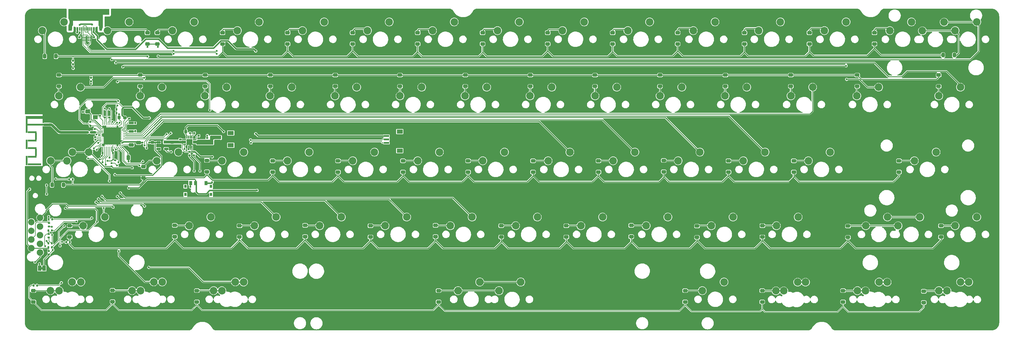
<source format=gbr>
%TF.GenerationSoftware,KiCad,Pcbnew,7.0.1-0*%
%TF.CreationDate,2023-07-30T23:25:48+05:30*%
%TF.ProjectId,Keyboard_60%,4b657962-6f61-4726-945f-3630252e6b69,rev?*%
%TF.SameCoordinates,Original*%
%TF.FileFunction,Copper,L2,Bot*%
%TF.FilePolarity,Positive*%
%FSLAX46Y46*%
G04 Gerber Fmt 4.6, Leading zero omitted, Abs format (unit mm)*
G04 Created by KiCad (PCBNEW 7.0.1-0) date 2023-07-30 23:25:48*
%MOMM*%
%LPD*%
G01*
G04 APERTURE LIST*
G04 Aperture macros list*
%AMRoundRect*
0 Rectangle with rounded corners*
0 $1 Rounding radius*
0 $2 $3 $4 $5 $6 $7 $8 $9 X,Y pos of 4 corners*
0 Add a 4 corners polygon primitive as box body*
4,1,4,$2,$3,$4,$5,$6,$7,$8,$9,$2,$3,0*
0 Add four circle primitives for the rounded corners*
1,1,$1+$1,$2,$3*
1,1,$1+$1,$4,$5*
1,1,$1+$1,$6,$7*
1,1,$1+$1,$8,$9*
0 Add four rect primitives between the rounded corners*
20,1,$1+$1,$2,$3,$4,$5,0*
20,1,$1+$1,$4,$5,$6,$7,0*
20,1,$1+$1,$6,$7,$8,$9,0*
20,1,$1+$1,$8,$9,$2,$3,0*%
G04 Aperture macros list end*
%TA.AperFunction,ComponentPad*%
%ADD10C,2.200000*%
%TD*%
%TA.AperFunction,ComponentPad*%
%ADD11C,1.900000*%
%TD*%
%TA.AperFunction,ComponentPad*%
%ADD12C,1.850000*%
%TD*%
%TA.AperFunction,ComponentPad*%
%ADD13C,2.250000*%
%TD*%
%TA.AperFunction,SMDPad,CuDef*%
%ADD14RoundRect,0.140000X-0.170000X0.140000X-0.170000X-0.140000X0.170000X-0.140000X0.170000X0.140000X0*%
%TD*%
%TA.AperFunction,SMDPad,CuDef*%
%ADD15RoundRect,0.250000X0.400000X-0.250000X0.400000X0.250000X-0.400000X0.250000X-0.400000X-0.250000X0*%
%TD*%
%TA.AperFunction,SMDPad,CuDef*%
%ADD16RoundRect,0.225000X0.225000X0.250000X-0.225000X0.250000X-0.225000X-0.250000X0.225000X-0.250000X0*%
%TD*%
%TA.AperFunction,SMDPad,CuDef*%
%ADD17RoundRect,0.250000X-0.400000X0.250000X-0.400000X-0.250000X0.400000X-0.250000X0.400000X0.250000X0*%
%TD*%
%TA.AperFunction,SMDPad,CuDef*%
%ADD18R,4.850000X4.850000*%
%TD*%
%TA.AperFunction,ComponentPad*%
%ADD19C,0.600000*%
%TD*%
%TA.AperFunction,SMDPad,CuDef*%
%ADD20C,0.250000*%
%TD*%
%TA.AperFunction,SMDPad,CuDef*%
%ADD21R,1.800000X1.200000*%
%TD*%
%TA.AperFunction,SMDPad,CuDef*%
%ADD22R,1.550000X0.600000*%
%TD*%
%TA.AperFunction,SMDPad,CuDef*%
%ADD23RoundRect,0.135000X-0.135000X-0.185000X0.135000X-0.185000X0.135000X0.185000X-0.135000X0.185000X0*%
%TD*%
%TA.AperFunction,SMDPad,CuDef*%
%ADD24RoundRect,0.225000X-0.250000X0.225000X-0.250000X-0.225000X0.250000X-0.225000X0.250000X0.225000X0*%
%TD*%
%TA.AperFunction,SMDPad,CuDef*%
%ADD25RoundRect,0.250000X0.250000X0.400000X-0.250000X0.400000X-0.250000X-0.400000X0.250000X-0.400000X0*%
%TD*%
%TA.AperFunction,SMDPad,CuDef*%
%ADD26R,0.800000X0.950000*%
%TD*%
%TA.AperFunction,SMDPad,CuDef*%
%ADD27R,0.900000X1.250000*%
%TD*%
%TA.AperFunction,SMDPad,CuDef*%
%ADD28RoundRect,0.150000X0.512500X0.150000X-0.512500X0.150000X-0.512500X-0.150000X0.512500X-0.150000X0*%
%TD*%
%TA.AperFunction,SMDPad,CuDef*%
%ADD29RoundRect,0.140000X0.140000X0.170000X-0.140000X0.170000X-0.140000X-0.170000X0.140000X-0.170000X0*%
%TD*%
%TA.AperFunction,SMDPad,CuDef*%
%ADD30RoundRect,0.250000X-0.475000X0.250000X-0.475000X-0.250000X0.475000X-0.250000X0.475000X0.250000X0*%
%TD*%
%TA.AperFunction,SMDPad,CuDef*%
%ADD31RoundRect,0.135000X-0.185000X0.135000X-0.185000X-0.135000X0.185000X-0.135000X0.185000X0.135000X0*%
%TD*%
%TA.AperFunction,SMDPad,CuDef*%
%ADD32RoundRect,0.140000X0.170000X-0.140000X0.170000X0.140000X-0.170000X0.140000X-0.170000X-0.140000X0*%
%TD*%
%TA.AperFunction,SMDPad,CuDef*%
%ADD33RoundRect,0.147500X0.147500X0.172500X-0.147500X0.172500X-0.147500X-0.172500X0.147500X-0.172500X0*%
%TD*%
%TA.AperFunction,SMDPad,CuDef*%
%ADD34RoundRect,0.006000X0.094000X-0.276500X0.094000X0.276500X-0.094000X0.276500X-0.094000X-0.276500X0*%
%TD*%
%TA.AperFunction,SMDPad,CuDef*%
%ADD35RoundRect,0.020000X0.180000X-0.262500X0.180000X0.262500X-0.180000X0.262500X-0.180000X-0.262500X0*%
%TD*%
%TA.AperFunction,SMDPad,CuDef*%
%ADD36RoundRect,0.218750X0.256250X-0.218750X0.256250X0.218750X-0.256250X0.218750X-0.256250X-0.218750X0*%
%TD*%
%TA.AperFunction,SMDPad,CuDef*%
%ADD37RoundRect,0.135000X0.135000X0.185000X-0.135000X0.185000X-0.135000X-0.185000X0.135000X-0.185000X0*%
%TD*%
%TA.AperFunction,SMDPad,CuDef*%
%ADD38RoundRect,0.140000X-0.140000X-0.170000X0.140000X-0.170000X0.140000X0.170000X-0.140000X0.170000X0*%
%TD*%
%TA.AperFunction,SMDPad,CuDef*%
%ADD39R,1.350000X0.650000*%
%TD*%
%TA.AperFunction,SMDPad,CuDef*%
%ADD40RoundRect,0.135000X0.185000X-0.135000X0.185000X0.135000X-0.185000X0.135000X-0.185000X-0.135000X0*%
%TD*%
%TA.AperFunction,SMDPad,CuDef*%
%ADD41RoundRect,0.250000X-0.250000X-0.400000X0.250000X-0.400000X0.250000X0.400000X-0.250000X0.400000X0*%
%TD*%
%TA.AperFunction,SMDPad,CuDef*%
%ADD42R,1.000000X1.500000*%
%TD*%
%TA.AperFunction,SMDPad,CuDef*%
%ADD43R,1.400000X1.200000*%
%TD*%
%TA.AperFunction,SMDPad,CuDef*%
%ADD44R,0.600000X1.140000*%
%TD*%
%TA.AperFunction,SMDPad,CuDef*%
%ADD45R,0.300000X1.140000*%
%TD*%
%TA.AperFunction,ComponentPad*%
%ADD46O,0.900000X1.700000*%
%TD*%
%TA.AperFunction,ComponentPad*%
%ADD47O,0.900000X2.000000*%
%TD*%
%TA.AperFunction,SMDPad,CuDef*%
%ADD48RoundRect,0.007800X0.422200X0.122200X-0.422200X0.122200X-0.422200X-0.122200X0.422200X-0.122200X0*%
%TD*%
%TA.AperFunction,SMDPad,CuDef*%
%ADD49RoundRect,0.007800X0.122200X-0.422200X0.122200X0.422200X-0.122200X0.422200X-0.122200X-0.422200X0*%
%TD*%
%TA.AperFunction,SMDPad,CuDef*%
%ADD50R,1.680000X1.680000*%
%TD*%
%TA.AperFunction,SMDPad,CuDef*%
%ADD51R,0.500000X5.000000*%
%TD*%
%TA.AperFunction,SMDPad,CuDef*%
%ADD52R,0.500000X0.500000*%
%TD*%
%TA.AperFunction,SMDPad,CuDef*%
%ADD53R,4.900000X0.500000*%
%TD*%
%TA.AperFunction,SMDPad,CuDef*%
%ADD54R,2.640000X0.500000*%
%TD*%
%TA.AperFunction,SMDPad,CuDef*%
%ADD55R,0.500000X2.000000*%
%TD*%
%TA.AperFunction,SMDPad,CuDef*%
%ADD56R,0.500000X2.700000*%
%TD*%
%TA.AperFunction,SMDPad,CuDef*%
%ADD57R,3.940000X0.500000*%
%TD*%
%TA.AperFunction,SMDPad,CuDef*%
%ADD58R,4.900000X0.900000*%
%TD*%
%TA.AperFunction,SMDPad,CuDef*%
%ADD59RoundRect,0.250000X-0.250000X-0.475000X0.250000X-0.475000X0.250000X0.475000X-0.250000X0.475000X0*%
%TD*%
%TA.AperFunction,ViaPad*%
%ADD60C,0.600000*%
%TD*%
%TA.AperFunction,Conductor*%
%ADD61C,0.790000*%
%TD*%
%TA.AperFunction,Conductor*%
%ADD62C,0.254000*%
%TD*%
%TA.AperFunction,Conductor*%
%ADD63C,0.300000*%
%TD*%
%TA.AperFunction,Conductor*%
%ADD64C,0.400000*%
%TD*%
%TA.AperFunction,Conductor*%
%ADD65C,0.210000*%
%TD*%
%TA.AperFunction,Conductor*%
%ADD66C,0.150000*%
%TD*%
%TA.AperFunction,Conductor*%
%ADD67C,0.180000*%
%TD*%
%TA.AperFunction,Conductor*%
%ADD68C,0.200000*%
%TD*%
G04 APERTURE END LIST*
%TA.AperFunction,EtchedComponent*%
%TO.C,JP1*%
G36*
X54015000Y-131100000D02*
G01*
X53515000Y-131100000D01*
X53515000Y-130500000D01*
X54015000Y-130500000D01*
X54015000Y-131100000D01*
G37*
%TD.AperFunction*%
%TD*%
D10*
%TO.P,MX17,1,A*%
%TO.N,Net-(D18-A)*%
X58715000Y-80340000D03*
%TO.P,MX17,2,B*%
%TO.N,/COL0*%
X65065000Y-77800000D03*
%TD*%
%TO.P,MX68,1,A*%
%TO.N,Net-(D59-A)*%
X82595000Y-137360000D03*
%TO.P,MX68,2,B*%
%TO.N,/COL1*%
X88945000Y-134820000D03*
%TD*%
%TO.P,MX3,1,A*%
%TO.N,Net-(D5-A)*%
X91915000Y-61240000D03*
%TO.P,MX3,2,B*%
%TO.N,/COL2*%
X98265000Y-58700000D03*
%TD*%
%TO.P,MX34,1,A*%
%TO.N,Net-(D34-A)*%
X106415000Y-99340000D03*
%TO.P,MX34,2,B*%
%TO.N,/COL2*%
X112765000Y-96800000D03*
%TD*%
%TO.P,MX61,1,A*%
%TO.N,Net-(D60-A)*%
X103955000Y-137340000D03*
%TO.P,MX61,2,B*%
%TO.N,/COL2*%
X110305000Y-134800000D03*
%TD*%
%TO.P,MX59,1,A*%
%TO.N,Net-(D58-A)*%
X56285000Y-137340000D03*
%TO.P,MX59,2,B*%
%TO.N,/COL0*%
X62635000Y-134800000D03*
%TD*%
%TO.P,MX56,1,A*%
%TO.N,Net-(D56-A)*%
X294520000Y-118360000D03*
%TO.P,MX56,2,B*%
%TO.N,/COL12*%
X300870000Y-115820000D03*
%TD*%
%TO.P,MX18,1,A*%
%TO.N,Net-(D19-A)*%
X82515000Y-80340000D03*
%TO.P,MX18,2,B*%
%TO.N,/COL1*%
X88865000Y-77800000D03*
%TD*%
%TO.P,MX5,1,A*%
%TO.N,Net-(D7-A)*%
X129915000Y-61240000D03*
%TO.P,MX5,2,B*%
%TO.N,/COL4*%
X136265000Y-58700000D03*
%TD*%
%TO.P,MX26,1,A*%
%TO.N,Net-(D27-A)*%
X234415000Y-80340000D03*
%TO.P,MX26,2,B*%
%TO.N,/COL9*%
X240765000Y-77800000D03*
%TD*%
%TO.P,MX19,1,A*%
%TO.N,Net-(D20-A)*%
X101415000Y-80340000D03*
%TO.P,MX19,2,B*%
%TO.N,/COL2*%
X107765000Y-77800000D03*
%TD*%
D11*
%TO.P,J3,1,Pin_1*%
%TO.N,/DB_SWDCLK*%
X50725000Y-124890000D03*
%TO.P,J3,2,Pin_2*%
%TO.N,/DB_SWO*%
X50725000Y-122350000D03*
D12*
%TO.P,J3,3,Pin_3*%
%TO.N,unconnected-(J3-Pin_3-Pad3)*%
X50725000Y-119810000D03*
%TO.P,J3,4,Pin_4*%
%TO.N,unconnected-(J3-Pin_4-Pad4)*%
X50725000Y-117270000D03*
%TO.P,J3,5,Pin_5*%
%TO.N,GND*%
X50725000Y-114730000D03*
D11*
%TO.P,J3,6,Pin_6*%
%TO.N,/DB_SWDIO*%
X53265000Y-126160000D03*
%TO.P,J3,7,Pin_7*%
%TO.N,/~{nReset}*%
X53265000Y-123620000D03*
%TO.P,J3,8,Pin_8*%
%TO.N,unconnected-(J3-Pin_8-Pad8)*%
X53265000Y-121080000D03*
%TO.P,J3,9,Pin_9*%
%TO.N,unconnected-(J3-Pin_9-Pad9)*%
X53265000Y-118540000D03*
%TO.P,J3,10,Pin_10*%
%TO.N,/VDD_nRF*%
X53265000Y-116000000D03*
%TD*%
D10*
%TO.P,MX40,1,A*%
%TO.N,Net-(D40-A)*%
X220700000Y-99340000D03*
%TO.P,MX40,2,B*%
%TO.N,/COL8*%
X227050000Y-96800000D03*
%TD*%
%TO.P,MX41,1,A*%
%TO.N,Net-(D41-A)*%
X239700000Y-99340000D03*
%TO.P,MX41,2,B*%
%TO.N,/COL9*%
X246050000Y-96800000D03*
%TD*%
%TO.P,MX57,1,A*%
%TO.N,Net-(D57-A)*%
X320600000Y-118360000D03*
%TO.P,MX57,2,B*%
%TO.N,/COL13*%
X326950000Y-115820000D03*
%TD*%
%TO.P,MX45,1,A*%
%TO.N,Net-(D45-A)*%
X65825000Y-118340000D03*
%TO.P,MX45,2,B*%
%TO.N,/COL0*%
X72175000Y-115800000D03*
%TD*%
%TO.P,MX33,1,A*%
%TO.N,Net-(D33-A)*%
X87315000Y-99340000D03*
%TO.P,MX33,2,B*%
%TO.N,/COL1*%
X93665000Y-96800000D03*
%TD*%
%TO.P,MX69,1,A*%
%TO.N,Net-(D60-A)*%
X106375000Y-137365000D03*
%TO.P,MX69,2,B*%
%TO.N,/COL2*%
X112725000Y-134825000D03*
%TD*%
%TO.P,MX20,1,A*%
%TO.N,Net-(D21-A)*%
X120415000Y-80340000D03*
%TO.P,MX20,2,B*%
%TO.N,/COL3*%
X126765000Y-77800000D03*
%TD*%
%TO.P,MX24,1,A*%
%TO.N,Net-(D25-A)*%
X196415000Y-80340000D03*
%TO.P,MX24,2,B*%
%TO.N,/COL7*%
X202765000Y-77800000D03*
%TD*%
%TO.P,MX8,1,A*%
%TO.N,Net-(D10-A)*%
X186915000Y-61240000D03*
%TO.P,MX8,2,B*%
%TO.N,/COL7*%
X193265000Y-58700000D03*
%TD*%
%TO.P,MX48,1,A*%
%TO.N,Net-(D48-A)*%
X134935000Y-118340000D03*
%TO.P,MX48,2,B*%
%TO.N,/COL4*%
X141285000Y-115800000D03*
%TD*%
%TO.P,MX51,1,A*%
%TO.N,Net-(D51-A)*%
X192215000Y-118340000D03*
%TO.P,MX51,2,B*%
%TO.N,/COL7*%
X198565000Y-115800000D03*
%TD*%
%TO.P,MX7,1,A*%
%TO.N,Net-(D9-A)*%
X167915000Y-61240000D03*
%TO.P,MX7,2,B*%
%TO.N,/COL6*%
X174265000Y-58700000D03*
%TD*%
%TO.P,MX2,1,A*%
%TO.N,Net-(D4-A)*%
X72915000Y-61240000D03*
%TO.P,MX2,2,B*%
%TO.N,/COL1*%
X79265000Y-58700000D03*
%TD*%
D13*
%TO.P,MX62,1,A*%
%TO.N,Net-(D61-A)*%
X175389900Y-137360000D03*
%TO.P,MX62,2,B*%
%TO.N,/COL6*%
X181739900Y-134820000D03*
%TD*%
D10*
%TO.P,MX47,1,A*%
%TO.N,Net-(D47-A)*%
X115885000Y-118340000D03*
%TO.P,MX47,2,B*%
%TO.N,/COL3*%
X122235000Y-115800000D03*
%TD*%
%TO.P,MX16,1,A*%
%TO.N,Net-(D17-A)*%
X311050000Y-61300000D03*
%TO.P,MX16,2,B*%
%TO.N,/COL14*%
X317400000Y-58760000D03*
%TD*%
%TO.P,MX55,1,A*%
%TO.N,Net-(D55-A)*%
X268415000Y-118340000D03*
%TO.P,MX55,2,B*%
%TO.N,/COL11*%
X274765000Y-115800000D03*
%TD*%
%TO.P,MX31,1,A*%
%TO.N,Net-(D32-A)*%
X61115000Y-99340000D03*
%TO.P,MX31,2,B*%
%TO.N,/COL0*%
X67465000Y-96800000D03*
%TD*%
%TO.P,MX32,1,A*%
%TO.N,Net-(D32-A)*%
X56315000Y-99340000D03*
%TO.P,MX32,2,B*%
%TO.N,/COL0*%
X62665000Y-96800000D03*
%TD*%
%TO.P,MX13,1,A*%
%TO.N,Net-(D15-A)*%
X282415000Y-61240000D03*
%TO.P,MX13,2,B*%
%TO.N,/COL12*%
X288765000Y-58700000D03*
%TD*%
%TO.P,MX27,1,A*%
%TO.N,Net-(D28-A)*%
X253415000Y-80340000D03*
%TO.P,MX27,2,B*%
%TO.N,/COL10*%
X259765000Y-77800000D03*
%TD*%
%TO.P,MX30,1,A*%
%TO.N,Net-(D31-A)*%
X315845000Y-80340000D03*
%TO.P,MX30,2,B*%
%TO.N,/COL13*%
X322195000Y-77800000D03*
%TD*%
%TO.P,MX35,1,A*%
%TO.N,Net-(D35-A)*%
X125515000Y-99340000D03*
%TO.P,MX35,2,B*%
%TO.N,/COL3*%
X131865000Y-96800000D03*
%TD*%
%TO.P,MX64,1,A*%
%TO.N,Net-(D63-A)*%
X270560000Y-137410000D03*
%TO.P,MX64,2,B*%
%TO.N,/COL11*%
X276910000Y-134870000D03*
%TD*%
%TO.P,MX58,1,A*%
%TO.N,Net-(D56-A)*%
X303940000Y-118360000D03*
%TO.P,MX58,2,B*%
%TO.N,/COL12*%
X310290000Y-115820000D03*
%TD*%
%TO.P,MX72,1,A*%
%TO.N,Net-(D64-A)*%
X292075000Y-137365000D03*
%TO.P,MX72,2,B*%
%TO.N,/COL12*%
X298425000Y-134825000D03*
%TD*%
%TO.P,MX67,1,A*%
%TO.N,Net-(D58-A)*%
X58815000Y-137365000D03*
%TO.P,MX67,2,B*%
%TO.N,/COL0*%
X65165000Y-134825000D03*
%TD*%
%TO.P,MX42,1,A*%
%TO.N,Net-(D42-A)*%
X258750000Y-99340000D03*
%TO.P,MX42,2,B*%
%TO.N,/COL10*%
X265100000Y-96800000D03*
%TD*%
%TO.P,MX28,1,A*%
%TO.N,Net-(D29-A)*%
X272650000Y-80340000D03*
%TO.P,MX28,2,B*%
%TO.N,/COL11*%
X279000000Y-77800000D03*
%TD*%
%TO.P,MX66,1,A*%
%TO.N,Net-(D65-A)*%
X318240000Y-137410000D03*
%TO.P,MX66,2,B*%
%TO.N,/COL13*%
X324590000Y-134870000D03*
%TD*%
%TO.P,MX49,1,A*%
%TO.N,Net-(D49-A)*%
X154045000Y-118340000D03*
%TO.P,MX49,2,B*%
%TO.N,/COL5*%
X160395000Y-115800000D03*
%TD*%
%TO.P,MX10,1,A*%
%TO.N,Net-(D12-A)*%
X225015000Y-61240000D03*
%TO.P,MX10,2,B*%
%TO.N,/COL9*%
X231365000Y-58700000D03*
%TD*%
%TO.P,MX15,1,A*%
%TO.N,Net-(D17-A)*%
X320615000Y-61240000D03*
%TO.P,MX15,2,B*%
%TO.N,/COL14*%
X326965000Y-58700000D03*
%TD*%
%TO.P,MX21,1,A*%
%TO.N,Net-(D22-A)*%
X139415000Y-80340000D03*
%TO.P,MX21,2,B*%
%TO.N,/COL4*%
X145765000Y-77800000D03*
%TD*%
%TO.P,MX43,1,A*%
%TO.N,Net-(D43-A)*%
X277750000Y-99340000D03*
%TO.P,MX43,2,B*%
%TO.N,/COL11*%
X284100000Y-96800000D03*
%TD*%
%TO.P,MX39,1,A*%
%TO.N,Net-(D39-A)*%
X201700000Y-99340000D03*
%TO.P,MX39,2,B*%
%TO.N,/COL7*%
X208050000Y-96800000D03*
%TD*%
%TO.P,MX29,1,A*%
%TO.N,Net-(D30-A)*%
X291915000Y-80340000D03*
%TO.P,MX29,2,B*%
%TO.N,/COL12*%
X298265000Y-77800000D03*
%TD*%
%TO.P,MX73,1,A*%
%TO.N,Net-(D65-A)*%
X315875000Y-137350000D03*
%TO.P,MX73,2,B*%
%TO.N,/COL13*%
X322225000Y-134810000D03*
%TD*%
%TO.P,MX60,1,A*%
%TO.N,Net-(D59-A)*%
X80115000Y-137340000D03*
%TO.P,MX60,2,B*%
%TO.N,/COL1*%
X86465000Y-134800000D03*
%TD*%
%TO.P,MX23,1,A*%
%TO.N,Net-(D24-A)*%
X177415000Y-80340000D03*
%TO.P,MX23,2,B*%
%TO.N,/COL6*%
X183765000Y-77800000D03*
%TD*%
%TO.P,MX46,1,A*%
%TO.N,Net-(D46-A)*%
X96785000Y-118340000D03*
%TO.P,MX46,2,B*%
%TO.N,/COL2*%
X103135000Y-115800000D03*
%TD*%
D13*
%TO.P,MX70,1,A*%
%TO.N,Net-(D61-A)*%
X187345000Y-137380000D03*
%TO.P,MX70,2,B*%
%TO.N,/COL6*%
X193695000Y-134840000D03*
%TD*%
D10*
%TO.P,MX11,1,A*%
%TO.N,Net-(D13-A)*%
X244115000Y-61240000D03*
%TO.P,MX11,2,B*%
%TO.N,/COL10*%
X250465000Y-58700000D03*
%TD*%
%TO.P,MX9,1,A*%
%TO.N,Net-(D11-A)*%
X205915000Y-61240000D03*
%TO.P,MX9,2,B*%
%TO.N,/COL8*%
X212265000Y-58700000D03*
%TD*%
%TO.P,MX12,1,A*%
%TO.N,Net-(D14-A)*%
X263215000Y-61240000D03*
%TO.P,MX12,2,B*%
%TO.N,/COL11*%
X269565000Y-58700000D03*
%TD*%
%TO.P,MX50,1,A*%
%TO.N,Net-(D50-A)*%
X173125000Y-118340000D03*
%TO.P,MX50,2,B*%
%TO.N,/COL6*%
X179475000Y-115800000D03*
%TD*%
%TO.P,MX6,1,A*%
%TO.N,Net-(D8-A)*%
X148915000Y-61240000D03*
%TO.P,MX6,2,B*%
%TO.N,/COL5*%
X155265000Y-58700000D03*
%TD*%
%TO.P,MX1,1,A*%
%TO.N,Net-(D3-A)*%
X53915000Y-61240000D03*
%TO.P,MX1,2,B*%
%TO.N,/COL0*%
X60265000Y-58700000D03*
%TD*%
%TO.P,MX54,1,A*%
%TO.N,Net-(D54-A)*%
X249385000Y-118340000D03*
%TO.P,MX54,2,B*%
%TO.N,/COL10*%
X255735000Y-115800000D03*
%TD*%
%TO.P,MX4,1,A*%
%TO.N,Net-(D6-A)*%
X110915000Y-61240000D03*
%TO.P,MX4,2,B*%
%TO.N,/COL3*%
X117265000Y-58700000D03*
%TD*%
%TO.P,MX22,1,A*%
%TO.N,Net-(D23-A)*%
X158415000Y-80340000D03*
%TO.P,MX22,2,B*%
%TO.N,/COL5*%
X164765000Y-77800000D03*
%TD*%
%TO.P,MX14,1,A*%
%TO.N,Net-(D16-A)*%
X301515000Y-61240000D03*
%TO.P,MX14,2,B*%
%TO.N,/COL13*%
X307865000Y-58700000D03*
%TD*%
%TO.P,MX65,1,A*%
%TO.N,Net-(D64-A)*%
X294410000Y-137410000D03*
%TO.P,MX65,2,B*%
%TO.N,/COL12*%
X300760000Y-134870000D03*
%TD*%
%TO.P,MX53,1,A*%
%TO.N,Net-(D53-A)*%
X230345000Y-118340000D03*
%TO.P,MX53,2,B*%
%TO.N,/COL9*%
X236695000Y-115800000D03*
%TD*%
%TO.P,MX38,1,A*%
%TO.N,Net-(D38-A)*%
X182600000Y-99340000D03*
%TO.P,MX38,2,B*%
%TO.N,/COL6*%
X188950000Y-96800000D03*
%TD*%
%TO.P,MX37,1,A*%
%TO.N,Net-(D37-A)*%
X163600000Y-99340000D03*
%TO.P,MX37,2,B*%
%TO.N,/COL5*%
X169950000Y-96800000D03*
%TD*%
%TO.P,MX52,1,A*%
%TO.N,Net-(D52-A)*%
X211275000Y-118340000D03*
%TO.P,MX52,2,B*%
%TO.N,/COL8*%
X217625000Y-115800000D03*
%TD*%
%TO.P,MX63,1,A*%
%TO.N,Net-(D62-A)*%
X246760000Y-137360000D03*
%TO.P,MX63,2,B*%
%TO.N,/COL10*%
X253110000Y-134820000D03*
%TD*%
%TO.P,MX44,1,A*%
%TO.N,Net-(D44-A)*%
X308715000Y-99340000D03*
%TO.P,MX44,2,B*%
%TO.N,/COL13*%
X315065000Y-96800000D03*
%TD*%
%TO.P,MX71,1,A*%
%TO.N,Net-(D63-A)*%
X268275000Y-137405000D03*
%TO.P,MX71,2,B*%
%TO.N,/COL11*%
X274625000Y-134865000D03*
%TD*%
%TO.P,MX25,1,A*%
%TO.N,Net-(D26-A)*%
X215415000Y-80340000D03*
%TO.P,MX25,2,B*%
%TO.N,/COL8*%
X221765000Y-77800000D03*
%TD*%
%TO.P,MX36,1,A*%
%TO.N,Net-(D36-A)*%
X144615000Y-99340000D03*
%TO.P,MX36,2,B*%
%TO.N,/COL4*%
X150965000Y-96800000D03*
%TD*%
D14*
%TO.P,C5,1*%
%TO.N,GND*%
X70765000Y-85220000D03*
%TO.P,C5,2*%
%TO.N,Net-(U3-XC2)*%
X70765000Y-86180000D03*
%TD*%
D15*
%TO.P,D47,1,K*%
%TO.N,/switch_matrix/ROW3*%
X111500000Y-121650000D03*
%TO.P,D47,2,A*%
%TO.N,Net-(D47-A)*%
X111500000Y-118350000D03*
%TD*%
%TO.P,D4,1,K*%
%TO.N,/switch_matrix/ROW0*%
X84600000Y-65150000D03*
%TO.P,D4,2,A*%
%TO.N,Net-(D4-A)*%
X84600000Y-61850000D03*
%TD*%
D16*
%TO.P,C14,1*%
%TO.N,Net-(U3-DEC4)*%
X76375000Y-86700000D03*
%TO.P,C14,2*%
%TO.N,GND*%
X74825000Y-86700000D03*
%TD*%
D17*
%TO.P,D31,1,K*%
%TO.N,/switch_matrix/ROW1*%
X315800000Y-74250000D03*
%TO.P,D31,2,A*%
%TO.N,Net-(D31-A)*%
X315800000Y-77550000D03*
%TD*%
D18*
%TO.P,U3,74,VSS*%
%TO.N,GND*%
X74350000Y-92050000D03*
D19*
%TO.P,U3,74_1,VSS*%
X76150000Y-90250000D03*
%TO.P,U3,74_2,VSS*%
X74950000Y-90250000D03*
%TO.P,U3,74_3,VSS*%
X73750000Y-90250000D03*
%TO.P,U3,74_4,VSS*%
X72550000Y-90250000D03*
%TO.P,U3,74_5,VSS*%
X76150000Y-91450000D03*
%TO.P,U3,74_6,VSS*%
X74950000Y-91450000D03*
%TO.P,U3,74_7,VSS*%
X73750000Y-91450000D03*
%TO.P,U3,74_8,VSS*%
X72550000Y-91450000D03*
%TO.P,U3,74_9,VSS*%
X76150000Y-92650000D03*
%TO.P,U3,74_10,VSS*%
X74950000Y-92650000D03*
%TO.P,U3,74_11,VSS*%
X73750000Y-92650000D03*
%TO.P,U3,74_12,VSS*%
X72550000Y-92650000D03*
%TO.P,U3,74_13,VSS*%
X76150000Y-93850000D03*
%TO.P,U3,74_14,VSS*%
X74950000Y-93850000D03*
%TO.P,U3,74_15,VSS*%
X73750000Y-93850000D03*
%TO.P,U3,74_16,VSS*%
X72550000Y-93850000D03*
D20*
%TO.P,U3,A8,P0.31/AIN7*%
%TO.N,/COL12*%
X75600000Y-88800000D03*
%TO.P,U3,A10,P0.29/AIN5*%
%TO.N,/COL13*%
X75100000Y-88800000D03*
%TO.P,U3,A12,P0.02/AIN0*%
%TO.N,/VBATT_nRF*%
X74600000Y-88800000D03*
%TO.P,U3,A14,P1.15*%
%TO.N,/COL14*%
X74100000Y-88800000D03*
%TO.P,U3,A16,P1.13*%
%TO.N,/ROW1*%
X73600000Y-88800000D03*
%TO.P,U3,A18,DEC2*%
%TO.N,Net-(U3-DEC2)*%
X73100000Y-88800000D03*
%TO.P,U3,A20,P1.10*%
%TO.N,/ROW0*%
X72600000Y-88800000D03*
%TO.P,U3,A22,VDD*%
%TO.N,/VDD_nRF*%
X72100000Y-88800000D03*
%TO.P,U3,A23,XC2*%
%TO.N,Net-(U3-XC2)*%
X71600000Y-88800000D03*
%TO.P,U3,AA24,SWDCLK*%
%TO.N,Net-(U3-SWDCLK)*%
X71100000Y-94300000D03*
%TO.P,U3,AB2,DCCH*%
%TO.N,unconnected-(U3-DCCH-PadAB2)*%
X77100000Y-94550000D03*
%TO.P,U3,AC5,DECUSB*%
%TO.N,Net-(U3-DECUSB)*%
X76350000Y-94800000D03*
%TO.P,U3,AC9,P0.14*%
%TO.N,unconnected-(U3-P0.14-PadAC9)*%
X75350000Y-94800000D03*
%TO.P,U3,AC11,P0.16*%
%TO.N,unconnected-(U3-P0.16-PadAC11)*%
X74850000Y-94800000D03*
%TO.P,U3,AC13,P0.18/NRESET*%
%TO.N,/~{nReset}*%
X74350000Y-94800000D03*
%TO.P,U3,AC15,P0.19*%
%TO.N,unconnected-(U3-P0.19-PadAC15)*%
X73850000Y-94800000D03*
%TO.P,U3,AC17,P0.21*%
%TO.N,unconnected-(U3-P0.21-PadAC17)*%
X73350000Y-94800000D03*
%TO.P,U3,AC19,P0.23*%
%TO.N,unconnected-(U3-P0.23-PadAC19)*%
X72850000Y-94800000D03*
%TO.P,U3,AC21,P0.25*%
%TO.N,unconnected-(U3-P0.25-PadAC21)*%
X72350000Y-94800000D03*
%TO.P,U3,AC24,SWDIO*%
%TO.N,Net-(U3-SWDIO)*%
X71100000Y-94800000D03*
%TO.P,U3,AD2,VBUS*%
%TO.N,/VBUS*%
X77100000Y-95300000D03*
%TO.P,U3,AD4,D-*%
%TO.N,/USB_D-*%
X76600000Y-95300000D03*
%TO.P,U3,AD6,D+*%
%TO.N,/USB_D+*%
X76100000Y-95300000D03*
%TO.P,U3,AD8,P0.13*%
%TO.N,/COL6*%
X75600000Y-95300000D03*
%TO.P,U3,AD10,P0.15*%
%TO.N,/COL5*%
X75100000Y-95300000D03*
%TO.P,U3,AD12,P0.17*%
%TO.N,/~{nReset}*%
X74600000Y-95300000D03*
%TO.P,U3,AD14,VDD*%
%TO.N,/VDD_nRF*%
X74100000Y-95300000D03*
%TO.P,U3,AD16,P0.20*%
%TO.N,/COL4*%
X73600000Y-95300000D03*
%TO.P,U3,AD18,P0.22*%
%TO.N,/COL3*%
X73100000Y-95300000D03*
%TO.P,U3,AD20,P0.24*%
%TO.N,/COL2*%
X72600000Y-95300000D03*
%TO.P,U3,AD22,P1.00/SWO*%
%TO.N,Net-(U3-P1.00{slash}SWO)*%
X72100000Y-95300000D03*
%TO.P,U3,AD23,VDD*%
%TO.N,/VDD_nRF*%
X71600000Y-95300000D03*
%TO.P,U3,B1,VDD*%
X77600000Y-89300000D03*
%TO.P,U3,B3,DCC*%
%TO.N,unconnected-(U3-DCC-PadB3)*%
X76850000Y-89300000D03*
%TO.P,U3,B5,DEC4*%
%TO.N,Net-(U3-DEC4)*%
X76350000Y-89300000D03*
%TO.P,U3,B7,VSS*%
%TO.N,GND*%
X75850000Y-89300000D03*
%TO.P,U3,B9,P0.30/AIN6*%
%TO.N,unconnected-(U3-P0.30{slash}AIN6-PadB9)*%
X75350000Y-89300000D03*
%TO.P,U3,B11,P0.28/AIN4*%
%TO.N,unconnected-(U3-P0.28{slash}AIN4-PadB11)*%
X74850000Y-89300000D03*
%TO.P,U3,B13,P0.03/AIN1*%
%TO.N,unconnected-(U3-P0.03{slash}AIN1-PadB13)*%
X74350000Y-89300000D03*
%TO.P,U3,B15,P1.14*%
%TO.N,unconnected-(U3-P1.14-PadB15)*%
X73850000Y-89300000D03*
%TO.P,U3,B17,P1.12*%
%TO.N,unconnected-(U3-P1.12-PadB17)*%
X73350000Y-89300000D03*
%TO.P,U3,B19,P1.11*%
%TO.N,unconnected-(U3-P1.11-PadB19)*%
X72850000Y-89300000D03*
%TO.P,U3,B24,XC1*%
%TO.N,Net-(U3-XC1)*%
X71100000Y-89300000D03*
%TO.P,U3,C1,DEC1*%
%TO.N,Net-(U3-DEC1)*%
X77600000Y-89800000D03*
%TO.P,U3,D2,P0.00/XL1*%
%TO.N,Net-(U3-P0.00{slash}XL1)*%
X77100000Y-90050000D03*
%TO.P,U3,D23,DEC3*%
%TO.N,Net-(U3-DEC3)*%
X71600000Y-90050000D03*
%TO.P,U3,E24,DEC6*%
%TO.N,Net-(U3-DEC4)*%
X71100000Y-90300000D03*
%TO.P,U3,F2,P0.01/XL2*%
%TO.N,Net-(U3-P0.01{slash}XL2)*%
X77100000Y-90550000D03*
%TO.P,U3,F23,VSS_PA*%
%TO.N,Net-(U3-VSS_PA)*%
X71600000Y-90550000D03*
%TO.P,U3,G1,P0.26*%
%TO.N,/COL11*%
X77600000Y-90800000D03*
%TO.P,U3,H2,P0.27*%
%TO.N,unconnected-(U3-P0.27-PadH2)*%
X77100000Y-91050000D03*
%TO.P,U3,H23,ANT*%
%TO.N,Net-(U3-ANT)*%
X71600000Y-91050000D03*
%TO.P,U3,J1,P0.04/AIN2*%
%TO.N,/COL10*%
X77600000Y-91300000D03*
%TO.P,U3,J24,P0.10/NFC2*%
%TO.N,/ROW2*%
X71100000Y-91300000D03*
%TO.P,U3,K2,P0.05/AIN3*%
%TO.N,unconnected-(U3-P0.05{slash}AIN3-PadK2)*%
X77100000Y-91550000D03*
%TO.P,U3,L1,P0.06*%
%TO.N,/COL9*%
X77600000Y-91800000D03*
%TO.P,U3,L24,P0.09/NFC1*%
%TO.N,/ROW3*%
X71100000Y-91800000D03*
%TO.P,U3,M2,P0.07/TRACECLK*%
%TO.N,unconnected-(U3-P0.07{slash}TRACECLK-PadM2)*%
X77100000Y-92050000D03*
%TO.P,U3,N1,P0.08*%
%TO.N,/COL8*%
X77600000Y-92300000D03*
%TO.P,U3,N24,DEC5*%
%TO.N,Net-(U3-DEC5)*%
X71100000Y-92300000D03*
%TO.P,U3,P2,P1.08*%
%TO.N,unconnected-(U3-P1.08-PadP2)*%
X77100000Y-92550000D03*
%TO.P,U3,P23,P1.07*%
%TO.N,unconnected-(U3-P1.07-PadP23)*%
X71600000Y-92550000D03*
%TO.P,U3,R1,P1.09/TRACEDATA3*%
%TO.N,/COL7*%
X77600000Y-92800000D03*
%TO.P,U3,R24,P1.06*%
%TO.N,/ROW4*%
X71100000Y-92800000D03*
%TO.P,U3,T2,P0.11/TRACEDATA2*%
%TO.N,unconnected-(U3-P0.11{slash}TRACEDATA2-PadT2)*%
X77100000Y-93050000D03*
%TO.P,U3,T23,P1.05*%
%TO.N,unconnected-(U3-P1.05-PadT23)*%
X71600000Y-93050000D03*
%TO.P,U3,U1,P0.12/TRACEDATA1*%
%TO.N,unconnected-(U3-P0.12{slash}TRACEDATA1-PadU1)*%
X77600000Y-93300000D03*
%TO.P,U3,U24,P1.04*%
%TO.N,/COL0*%
X71100000Y-93300000D03*
%TO.P,U3,V23,P1.03*%
%TO.N,unconnected-(U3-P1.03-PadV23)*%
X71600000Y-93550000D03*
%TO.P,U3,W1,VDD*%
%TO.N,/VDD_nRF*%
X77600000Y-93800000D03*
%TO.P,U3,W24,P1.02*%
%TO.N,/COL1*%
X71100000Y-93800000D03*
%TO.P,U3,Y2,VDDH*%
%TO.N,/VDD_nRF*%
X77100000Y-94050000D03*
%TO.P,U3,Y23,P1.01*%
%TO.N,unconnected-(U3-P1.01-PadY23)*%
X71600000Y-94050000D03*
%TD*%
D14*
%TO.P,C27,1*%
%TO.N,GND*%
X79300000Y-86020000D03*
%TO.P,C27,2*%
%TO.N,Net-(U3-DEC1)*%
X79300000Y-86980000D03*
%TD*%
D21*
%TO.P,J1,*%
%TO.N,*%
X158340000Y-90800000D03*
X158340000Y-96400000D03*
D22*
%TO.P,J1,1,Pin_1*%
%TO.N,/VBUS*%
X154465000Y-92100000D03*
%TO.P,J1,2,Pin_2*%
%TO.N,/USB_D-*%
X154465000Y-93100000D03*
%TO.P,J1,3,Pin_3*%
%TO.N,/USB_D+*%
X154465000Y-94100000D03*
%TO.P,J1,4,Pin_4*%
%TO.N,GND*%
X154465000Y-95100000D03*
%TD*%
D15*
%TO.P,D45,1,K*%
%TO.N,/switch_matrix/ROW3*%
X61900000Y-121650000D03*
%TO.P,D45,2,A*%
%TO.N,Net-(D45-A)*%
X61900000Y-118350000D03*
%TD*%
D23*
%TO.P,R23,1*%
%TO.N,/switch_matrix/ROW4*%
X51345000Y-135850000D03*
%TO.P,R23,2*%
%TO.N,/ROW4*%
X52365000Y-135850000D03*
%TD*%
D15*
%TO.P,D9,1,K*%
%TO.N,/switch_matrix/ROW0*%
X163565000Y-65150000D03*
%TO.P,D9,2,A*%
%TO.N,Net-(D9-A)*%
X163565000Y-61850000D03*
%TD*%
%TO.P,D5,1,K*%
%TO.N,/switch_matrix/ROW0*%
X87500000Y-65150000D03*
%TO.P,D5,2,A*%
%TO.N,Net-(D5-A)*%
X87500000Y-61850000D03*
%TD*%
%TO.P,D62,1,K*%
%TO.N,/switch_matrix/ROW4*%
X241750000Y-140650000D03*
%TO.P,D62,2,A*%
%TO.N,Net-(D62-A)*%
X241750000Y-137350000D03*
%TD*%
D17*
%TO.P,D26,1,K*%
%TO.N,/switch_matrix/ROW1*%
X215400000Y-74250000D03*
%TO.P,D26,2,A*%
%TO.N,Net-(D26-A)*%
X215400000Y-77550000D03*
%TD*%
D24*
%TO.P,C4,1*%
%TO.N,/VDD_nRF*%
X86065000Y-93925000D03*
%TO.P,C4,2*%
%TO.N,GND*%
X86065000Y-95475000D03*
%TD*%
D17*
%TO.P,D21,1,K*%
%TO.N,/switch_matrix/ROW1*%
X120500000Y-74250000D03*
%TO.P,D21,2,A*%
%TO.N,Net-(D21-A)*%
X120500000Y-77550000D03*
%TD*%
%TO.P,D23,1,K*%
%TO.N,/switch_matrix/ROW1*%
X158400000Y-74250000D03*
%TO.P,D23,2,A*%
%TO.N,Net-(D23-A)*%
X158400000Y-77550000D03*
%TD*%
D15*
%TO.P,D39,1,K*%
%TO.N,/switch_matrix/ROW2*%
X197300000Y-102650000D03*
%TO.P,D39,2,A*%
%TO.N,Net-(D39-A)*%
X197300000Y-99350000D03*
%TD*%
%TO.P,D37,1,K*%
%TO.N,/switch_matrix/ROW2*%
X159300000Y-102650000D03*
%TO.P,D37,2,A*%
%TO.N,Net-(D37-A)*%
X159300000Y-99350000D03*
%TD*%
D25*
%TO.P,D32,1,K*%
%TO.N,/switch_matrix/ROW2*%
X60050000Y-106400000D03*
%TO.P,D32,2,A*%
%TO.N,Net-(D32-A)*%
X56750000Y-106400000D03*
%TD*%
D26*
%TO.P,SW1,*%
%TO.N,*%
X103215000Y-109150000D03*
X103215000Y-106850000D03*
X95715000Y-109150000D03*
X95715000Y-106850000D03*
D27*
%TO.P,SW1,1,A*%
%TO.N,/USB and Power management/5V*%
X101715000Y-105900000D03*
%TO.P,SW1,2,B*%
%TO.N,/VBUS*%
X98715000Y-105900000D03*
%TO.P,SW1,3,C*%
%TO.N,/USB and Power management/CHG_IN*%
X97215000Y-105900000D03*
%TD*%
D15*
%TO.P,D64,1,K*%
%TO.N,/switch_matrix/ROW4*%
X287865000Y-140650000D03*
%TO.P,D64,2,A*%
%TO.N,Net-(D64-A)*%
X287865000Y-137350000D03*
%TD*%
%TO.P,D33,1,K*%
%TO.N,/switch_matrix/ROW2*%
X83465000Y-104350000D03*
%TO.P,D33,2,A*%
%TO.N,Net-(D33-A)*%
X83465000Y-101050000D03*
%TD*%
D17*
%TO.P,D27,1,K*%
%TO.N,/switch_matrix/ROW1*%
X234400000Y-74250000D03*
%TO.P,D27,2,A*%
%TO.N,Net-(D27-A)*%
X234400000Y-77550000D03*
%TD*%
D15*
%TO.P,D58,1,K*%
%TO.N,/switch_matrix/ROW4*%
X51300000Y-140650000D03*
%TO.P,D58,2,A*%
%TO.N,Net-(D58-A)*%
X51300000Y-137350000D03*
%TD*%
D28*
%TO.P,U2,1,Vin*%
%TO.N,/USB and Power management/5V*%
X90102500Y-93950000D03*
%TO.P,U2,2,GND*%
%TO.N,GND*%
X90102500Y-94900000D03*
%TO.P,U2,3,CE*%
%TO.N,/USB and Power management/5V*%
X90102500Y-95850000D03*
%TO.P,U2,4,NC*%
%TO.N,unconnected-(U2-NC-Pad4)*%
X87827500Y-95850000D03*
%TO.P,U2,5,Vout*%
%TO.N,/VDD_nRF*%
X87827500Y-93950000D03*
%TD*%
D23*
%TO.P,R18,1*%
%TO.N,/~{nReset}*%
X55665000Y-123500000D03*
%TO.P,R18,2*%
%TO.N,Net-(J5-Pin_1)*%
X56685000Y-123500000D03*
%TD*%
%TO.P,R15,1*%
%TO.N,GND*%
X74590000Y-84300000D03*
%TO.P,R15,2*%
%TO.N,/VBATT_nRF*%
X75610000Y-84300000D03*
%TD*%
D29*
%TO.P,C24,1*%
%TO.N,/VDD_nRF*%
X71545000Y-97100000D03*
%TO.P,C24,2*%
%TO.N,GND*%
X70585000Y-97100000D03*
%TD*%
D30*
%TO.P,C21,1*%
%TO.N,Net-(U3-DECUSB)*%
X79915000Y-94700000D03*
%TO.P,C21,2*%
%TO.N,GND*%
X79915000Y-96600000D03*
%TD*%
D15*
%TO.P,D35,1,K*%
%TO.N,/switch_matrix/ROW2*%
X121200000Y-102650000D03*
%TO.P,D35,2,A*%
%TO.N,Net-(D35-A)*%
X121200000Y-99350000D03*
%TD*%
%TO.P,D53,1,K*%
%TO.N,/switch_matrix/ROW3*%
X226000000Y-121550000D03*
%TO.P,D53,2,A*%
%TO.N,Net-(D53-A)*%
X226000000Y-118250000D03*
%TD*%
%TO.P,D48,1,K*%
%TO.N,/switch_matrix/ROW3*%
X130700000Y-121550000D03*
%TO.P,D48,2,A*%
%TO.N,Net-(D48-A)*%
X130700000Y-118250000D03*
%TD*%
D17*
%TO.P,D24,1,K*%
%TO.N,/switch_matrix/ROW1*%
X177500000Y-74250000D03*
%TO.P,D24,2,A*%
%TO.N,Net-(D24-A)*%
X177500000Y-77550000D03*
%TD*%
D31*
%TO.P,R9,1*%
%TO.N,/DB_SWDIO*%
X55800000Y-120790000D03*
%TO.P,R9,2*%
%TO.N,Net-(J5-Pin_1)*%
X55800000Y-121810000D03*
%TD*%
D32*
%TO.P,C6,1*%
%TO.N,GND*%
X65765000Y-85980000D03*
%TO.P,C6,2*%
%TO.N,Net-(U3-XC1)*%
X65765000Y-85020000D03*
%TD*%
D15*
%TO.P,D6,1,K*%
%TO.N,/switch_matrix/ROW0*%
X106565000Y-65150000D03*
%TO.P,D6,2,A*%
%TO.N,Net-(D6-A)*%
X106565000Y-61850000D03*
%TD*%
D23*
%TO.P,R11,1*%
%TO.N,/DB_SWDIO*%
X55690000Y-119800000D03*
%TO.P,R11,2*%
%TO.N,Net-(U3-SWDIO)*%
X56710000Y-119800000D03*
%TD*%
D31*
%TO.P,R2,1*%
%TO.N,/USB and Power management/5V*%
X98200000Y-96695000D03*
%TO.P,R2,2*%
%TO.N,Net-(D2-A)*%
X98200000Y-97715000D03*
%TD*%
D15*
%TO.P,D38,1,K*%
%TO.N,/switch_matrix/ROW2*%
X178300000Y-102650000D03*
%TO.P,D38,2,A*%
%TO.N,Net-(D38-A)*%
X178300000Y-99350000D03*
%TD*%
%TO.P,D10,1,K*%
%TO.N,/switch_matrix/ROW0*%
X182565000Y-65150000D03*
%TO.P,D10,2,A*%
%TO.N,Net-(D10-A)*%
X182565000Y-61850000D03*
%TD*%
%TO.P,D50,1,K*%
%TO.N,/switch_matrix/ROW3*%
X168800000Y-121550000D03*
%TO.P,D50,2,A*%
%TO.N,Net-(D50-A)*%
X168800000Y-118250000D03*
%TD*%
%TO.P,D61,1,K*%
%TO.N,/switch_matrix/ROW4*%
X169700000Y-140650000D03*
%TO.P,D61,2,A*%
%TO.N,Net-(D61-A)*%
X169700000Y-137350000D03*
%TD*%
D31*
%TO.P,R20,1*%
%TO.N,/switch_matrix/ROW1*%
X68165000Y-75090000D03*
%TO.P,R20,2*%
%TO.N,/ROW1*%
X68165000Y-76110000D03*
%TD*%
D33*
%TO.P,L1,1*%
%TO.N,Net-(U3-ANT)*%
X68085000Y-91000000D03*
%TO.P,L1,2*%
%TO.N,/ANT_FEED*%
X67115000Y-91000000D03*
%TD*%
D30*
%TO.P,C2,1*%
%TO.N,/USB and Power management/V_BATT*%
X100100000Y-94055000D03*
%TO.P,C2,2*%
%TO.N,GND*%
X100100000Y-95955000D03*
%TD*%
D34*
%TO.P,U4,1,IO1*%
%TO.N,/USB_D+*%
X67850000Y-64085000D03*
%TO.P,U4,2,IO2*%
%TO.N,/USB_D-*%
X67350000Y-64085000D03*
D35*
%TO.P,U4,3,GND*%
%TO.N,GND*%
X66850000Y-64085000D03*
D34*
%TO.P,U4,4,D2+*%
%TO.N,/USB_D+*%
X66350000Y-64085000D03*
%TO.P,U4,5,D2-*%
%TO.N,/USB_D-*%
X65850000Y-64085000D03*
%TO.P,U4,6,NC*%
X65850000Y-63250000D03*
%TO.P,U4,7,NC*%
%TO.N,/USB_D+*%
X66350000Y-63250000D03*
D35*
%TO.P,U4,8,GND*%
%TO.N,GND*%
X66850000Y-63250000D03*
D34*
%TO.P,U4,9,NC*%
%TO.N,/USB_D-*%
X67350000Y-63250000D03*
%TO.P,U4,10,NC*%
%TO.N,/USB_D+*%
X67850000Y-63250000D03*
%TD*%
D36*
%TO.P,L2,1,1*%
%TO.N,GND*%
X72700000Y-57587500D03*
%TO.P,L2,2,2*%
%TO.N,GNDPWR*%
X72700000Y-56012500D03*
%TD*%
D30*
%TO.P,C22,1*%
%TO.N,/VDD_nRF*%
X82015000Y-94050000D03*
%TO.P,C22,2*%
%TO.N,GND*%
X82015000Y-95950000D03*
%TD*%
D37*
%TO.P,R21,1*%
%TO.N,/switch_matrix/ROW2*%
X62775000Y-104750000D03*
%TO.P,R21,2*%
%TO.N,/ROW2*%
X61755000Y-104750000D03*
%TD*%
D15*
%TO.P,D49,1,K*%
%TO.N,/switch_matrix/ROW3*%
X149800000Y-121650000D03*
%TO.P,D49,2,A*%
%TO.N,Net-(D49-A)*%
X149800000Y-118350000D03*
%TD*%
D17*
%TO.P,D30,1,K*%
%TO.N,/switch_matrix/ROW1*%
X292000000Y-74250000D03*
%TO.P,D30,2,A*%
%TO.N,Net-(D30-A)*%
X292000000Y-77550000D03*
%TD*%
D31*
%TO.P,R14,1*%
%TO.N,/VBATT_nRF*%
X102065000Y-92695000D03*
%TO.P,R14,2*%
%TO.N,/USB and Power management/V_BATT*%
X102065000Y-93715000D03*
%TD*%
%TO.P,R4,1*%
%TO.N,GND*%
X94165000Y-92040000D03*
%TO.P,R4,2*%
%TO.N,Net-(U1-ILIM)*%
X94165000Y-93060000D03*
%TD*%
D15*
%TO.P,D44,1,K*%
%TO.N,/switch_matrix/ROW2*%
X304200000Y-102650000D03*
%TO.P,D44,2,A*%
%TO.N,Net-(D44-A)*%
X304200000Y-99350000D03*
%TD*%
D17*
%TO.P,D28,1,K*%
%TO.N,/switch_matrix/ROW1*%
X253500000Y-74250000D03*
%TO.P,D28,2,A*%
%TO.N,Net-(D28-A)*%
X253500000Y-77550000D03*
%TD*%
%TO.P,D29,1,K*%
%TO.N,/switch_matrix/ROW1*%
X272600000Y-74250000D03*
%TO.P,D29,2,A*%
%TO.N,Net-(D29-A)*%
X272600000Y-77550000D03*
%TD*%
D15*
%TO.P,D55,1,K*%
%TO.N,/switch_matrix/ROW3*%
X264300000Y-121650000D03*
%TO.P,D55,2,A*%
%TO.N,Net-(D55-A)*%
X264300000Y-118350000D03*
%TD*%
D17*
%TO.P,D20,1,K*%
%TO.N,/switch_matrix/ROW1*%
X101500000Y-74250000D03*
%TO.P,D20,2,A*%
%TO.N,Net-(D20-A)*%
X101500000Y-77550000D03*
%TD*%
D15*
%TO.P,D40,1,K*%
%TO.N,/switch_matrix/ROW2*%
X216400000Y-102650000D03*
%TO.P,D40,2,A*%
%TO.N,Net-(D40-A)*%
X216400000Y-99350000D03*
%TD*%
D29*
%TO.P,C7,1*%
%TO.N,GND*%
X82045000Y-88300000D03*
%TO.P,C7,2*%
%TO.N,Net-(U3-P0.00{slash}XL1)*%
X81085000Y-88300000D03*
%TD*%
D15*
%TO.P,D65,1,K*%
%TO.N,/switch_matrix/ROW4*%
X311465000Y-140850000D03*
%TO.P,D65,2,A*%
%TO.N,Net-(D65-A)*%
X311465000Y-137550000D03*
%TD*%
%TO.P,D15,1,K*%
%TO.N,/switch_matrix/ROW0*%
X278065000Y-65150000D03*
%TO.P,D15,2,A*%
%TO.N,Net-(D15-A)*%
X278065000Y-61850000D03*
%TD*%
D16*
%TO.P,C1,1*%
%TO.N,/USB and Power management/CHG_IN*%
X95840000Y-90800000D03*
%TO.P,C1,2*%
%TO.N,GND*%
X94290000Y-90800000D03*
%TD*%
D15*
%TO.P,D59,1,K*%
%TO.N,/switch_matrix/ROW4*%
X74400000Y-140550000D03*
%TO.P,D59,2,A*%
%TO.N,Net-(D59-A)*%
X74400000Y-137250000D03*
%TD*%
D21*
%TO.P,BT1,*%
%TO.N,*%
X108965000Y-91200000D03*
X108965000Y-94800000D03*
D22*
%TO.P,BT1,1,+*%
%TO.N,/USB and Power management/V_BATT*%
X105090000Y-92500000D03*
%TO.P,BT1,2,-*%
%TO.N,GND*%
X105090000Y-93500000D03*
%TD*%
D14*
%TO.P,C15,1*%
%TO.N,GND*%
X73465000Y-85670000D03*
%TO.P,C15,2*%
%TO.N,Net-(U3-DEC2)*%
X73465000Y-86630000D03*
%TD*%
D29*
%TO.P,C8,1*%
%TO.N,GND*%
X82045000Y-90600000D03*
%TO.P,C8,2*%
%TO.N,Net-(U3-P0.01{slash}XL2)*%
X81085000Y-90600000D03*
%TD*%
D15*
%TO.P,D63,1,K*%
%TO.N,/switch_matrix/ROW4*%
X264265000Y-140650000D03*
%TO.P,D63,2,A*%
%TO.N,Net-(D63-A)*%
X264265000Y-137350000D03*
%TD*%
D38*
%TO.P,C9,1*%
%TO.N,GND*%
X68385000Y-92450000D03*
%TO.P,C9,2*%
%TO.N,Net-(U3-DEC5)*%
X69345000Y-92450000D03*
%TD*%
D15*
%TO.P,D57,1,K*%
%TO.N,/switch_matrix/ROW3*%
X316500000Y-121650000D03*
%TO.P,D57,2,A*%
%TO.N,Net-(D57-A)*%
X316500000Y-118350000D03*
%TD*%
%TO.P,D51,1,K*%
%TO.N,/switch_matrix/ROW3*%
X188000000Y-121650000D03*
%TO.P,D51,2,A*%
%TO.N,Net-(D51-A)*%
X188000000Y-118350000D03*
%TD*%
%TO.P,D43,1,K*%
%TO.N,/switch_matrix/ROW2*%
X273500000Y-102650000D03*
%TO.P,D43,2,A*%
%TO.N,Net-(D43-A)*%
X273500000Y-99350000D03*
%TD*%
%TO.P,D60,1,K*%
%TO.N,/switch_matrix/ROW4*%
X99065000Y-140650000D03*
%TO.P,D60,2,A*%
%TO.N,Net-(D60-A)*%
X99065000Y-137350000D03*
%TD*%
D39*
%TO.P,Y2,1,1*%
%TO.N,Net-(U3-P0.00{slash}XL1)*%
X79865000Y-88300000D03*
%TO.P,Y2,2,2*%
%TO.N,Net-(U3-P0.01{slash}XL2)*%
X79865000Y-90700000D03*
%TD*%
D17*
%TO.P,D22,1,K*%
%TO.N,/switch_matrix/ROW1*%
X139500000Y-74250000D03*
%TO.P,D22,2,A*%
%TO.N,Net-(D22-A)*%
X139500000Y-77550000D03*
%TD*%
D37*
%TO.P,R22,1*%
%TO.N,/switch_matrix/ROW3*%
X61925000Y-123150000D03*
%TO.P,R22,2*%
%TO.N,/ROW3*%
X60905000Y-123150000D03*
%TD*%
D29*
%TO.P,C16,1*%
%TO.N,/VBATT_nRF*%
X75580000Y-85400000D03*
%TO.P,C16,2*%
%TO.N,GND*%
X74620000Y-85400000D03*
%TD*%
D31*
%TO.P,R17,1*%
%TO.N,Net-(J4-CC2)*%
X69000000Y-63240000D03*
%TO.P,R17,2*%
%TO.N,GND*%
X69000000Y-64260000D03*
%TD*%
D17*
%TO.P,D19,1,K*%
%TO.N,/switch_matrix/ROW1*%
X82500000Y-74250000D03*
%TO.P,D19,2,A*%
%TO.N,Net-(D19-A)*%
X82500000Y-77550000D03*
%TD*%
D40*
%TO.P,R5,1*%
%TO.N,Net-(U1-ITERM)*%
X97100000Y-91225000D03*
%TO.P,R5,2*%
%TO.N,GND*%
X97100000Y-90205000D03*
%TD*%
D41*
%TO.P,D17,1,K*%
%TO.N,/switch_matrix/ROW0*%
X317100000Y-68400000D03*
%TO.P,D17,2,A*%
%TO.N,Net-(D17-A)*%
X320400000Y-68400000D03*
%TD*%
D32*
%TO.P,C10,1*%
%TO.N,Net-(U3-ANT)*%
X69200000Y-90980000D03*
%TO.P,C10,2*%
%TO.N,Net-(U3-VSS_PA)*%
X69200000Y-90020000D03*
%TD*%
D23*
%TO.P,R12,1*%
%TO.N,/DB_SWO*%
X55790000Y-116500000D03*
%TO.P,R12,2*%
%TO.N,Net-(U3-P1.00{slash}SWO)*%
X56810000Y-116500000D03*
%TD*%
%TO.P,R10,1*%
%TO.N,/DB_SWDCLK*%
X55690000Y-124700000D03*
%TO.P,R10,2*%
%TO.N,Net-(U3-SWDCLK)*%
X56710000Y-124700000D03*
%TD*%
D15*
%TO.P,D36,1,K*%
%TO.N,/switch_matrix/ROW2*%
X140300000Y-102650000D03*
%TO.P,D36,2,A*%
%TO.N,Net-(D36-A)*%
X140300000Y-99350000D03*
%TD*%
%TO.P,D12,1,K*%
%TO.N,/switch_matrix/ROW0*%
X220565000Y-65150000D03*
%TO.P,D12,2,A*%
%TO.N,Net-(D12-A)*%
X220565000Y-61850000D03*
%TD*%
D31*
%TO.P,R3,1*%
%TO.N,GND*%
X98300000Y-90195000D03*
%TO.P,R3,2*%
%TO.N,Net-(U1-ISET)*%
X98300000Y-91215000D03*
%TD*%
D15*
%TO.P,D11,1,K*%
%TO.N,/switch_matrix/ROW0*%
X201565000Y-65150000D03*
%TO.P,D11,2,A*%
%TO.N,Net-(D11-A)*%
X201565000Y-61850000D03*
%TD*%
%TO.P,D46,1,K*%
%TO.N,/switch_matrix/ROW3*%
X92600000Y-121550000D03*
%TO.P,D46,2,A*%
%TO.N,Net-(D46-A)*%
X92600000Y-118250000D03*
%TD*%
D42*
%TO.P,JP1,1,A*%
%TO.N,/VDD_nRF*%
X53115000Y-130800000D03*
%TO.P,JP1,2,B*%
%TO.N,Net-(J5-Pin_1)*%
X54415000Y-130800000D03*
%TD*%
D43*
%TO.P,Y1,1,1*%
%TO.N,Net-(U3-XC2)*%
X69365000Y-86550000D03*
%TO.P,Y1,2,2*%
%TO.N,GND*%
X67165000Y-86550000D03*
%TO.P,Y1,3,3*%
%TO.N,Net-(U3-XC1)*%
X67165000Y-84850000D03*
%TO.P,Y1,4,4*%
%TO.N,GND*%
X69365000Y-84850000D03*
%TD*%
D23*
%TO.P,TH1,1*%
%TO.N,Net-(U1-TS)*%
X99655000Y-92000000D03*
%TO.P,TH1,2*%
%TO.N,GND*%
X100675000Y-92000000D03*
%TD*%
D44*
%TO.P,J4,A1,GND*%
%TO.N,GND*%
X63365000Y-60750000D03*
%TO.P,J4,A4,VBUS*%
%TO.N,/VBUS*%
X64165000Y-60750000D03*
D45*
%TO.P,J4,A5,CC1*%
%TO.N,Net-(J4-CC1)*%
X65315000Y-60750000D03*
%TO.P,J4,A6,D+*%
%TO.N,/USB_D+*%
X66315000Y-60750000D03*
%TO.P,J4,A7,D-*%
%TO.N,/USB_D-*%
X66815000Y-60750000D03*
%TO.P,J4,A8,SBU1*%
%TO.N,unconnected-(J4-SBU1-PadA8)*%
X67815000Y-60750000D03*
D44*
%TO.P,J4,B1,GND*%
%TO.N,GND*%
X69765000Y-60750000D03*
%TO.P,J4,B4,VBUS*%
%TO.N,/VBUS*%
X68965000Y-60750000D03*
D45*
%TO.P,J4,B5,CC2*%
%TO.N,Net-(J4-CC2)*%
X68315000Y-60750000D03*
%TO.P,J4,B6,D+*%
%TO.N,/USB_D+*%
X67315000Y-60750000D03*
%TO.P,J4,B7,D-*%
%TO.N,/USB_D-*%
X65815000Y-60750000D03*
%TO.P,J4,B8,SBU2*%
%TO.N,unconnected-(J4-SBU2-PadB8)*%
X64815000Y-60750000D03*
D46*
%TO.P,J4,S,SHIELD*%
%TO.N,GNDPWR*%
X62240000Y-56000000D03*
D47*
X62240000Y-60170000D03*
D46*
X70890000Y-56000000D03*
D47*
X70890000Y-60170000D03*
%TD*%
D15*
%TO.P,D7,1,K*%
%TO.N,/switch_matrix/ROW0*%
X125565000Y-65150000D03*
%TO.P,D7,2,A*%
%TO.N,Net-(D7-A)*%
X125565000Y-61850000D03*
%TD*%
%TO.P,D8,1,K*%
%TO.N,/switch_matrix/ROW0*%
X144565000Y-65150000D03*
%TO.P,D8,2,A*%
%TO.N,Net-(D8-A)*%
X144565000Y-61850000D03*
%TD*%
%TO.P,D34,1,K*%
%TO.N,/switch_matrix/ROW2*%
X102000000Y-102550000D03*
%TO.P,D34,2,A*%
%TO.N,Net-(D34-A)*%
X102000000Y-99250000D03*
%TD*%
%TO.P,D56,1,K*%
%TO.N,/switch_matrix/ROW3*%
X289300000Y-121750000D03*
%TO.P,D56,2,A*%
%TO.N,Net-(D56-A)*%
X289300000Y-118450000D03*
%TD*%
D24*
%TO.P,C3,1*%
%TO.N,/USB and Power management/5V*%
X91865000Y-93925000D03*
%TO.P,C3,2*%
%TO.N,GND*%
X91865000Y-95475000D03*
%TD*%
D17*
%TO.P,D18,1,K*%
%TO.N,/switch_matrix/ROW1*%
X58750000Y-74250000D03*
%TO.P,D18,2,A*%
%TO.N,Net-(D18-A)*%
X58750000Y-77550000D03*
%TD*%
D25*
%TO.P,D3,1,K*%
%TO.N,/switch_matrix/ROW0*%
X57900000Y-68750000D03*
%TO.P,D3,2,A*%
%TO.N,Net-(D3-A)*%
X54600000Y-68750000D03*
%TD*%
D15*
%TO.P,D54,1,K*%
%TO.N,/switch_matrix/ROW3*%
X245200000Y-121750000D03*
%TO.P,D54,2,A*%
%TO.N,Net-(D54-A)*%
X245200000Y-118450000D03*
%TD*%
D38*
%TO.P,C12,1*%
%TO.N,GND*%
X66985000Y-89100000D03*
%TO.P,C12,2*%
%TO.N,Net-(U3-DEC4)*%
X67945000Y-89100000D03*
%TD*%
%TO.P,C13,1*%
%TO.N,GND*%
X66885000Y-87900000D03*
%TO.P,C13,2*%
%TO.N,Net-(U3-DEC3)*%
X67845000Y-87900000D03*
%TD*%
D32*
%TO.P,C26,1*%
%TO.N,/VDD_nRF*%
X72215000Y-86680000D03*
%TO.P,C26,2*%
%TO.N,GND*%
X72215000Y-85720000D03*
%TD*%
D15*
%TO.P,D16,1,K*%
%TO.N,/switch_matrix/ROW0*%
X297065000Y-65150000D03*
%TO.P,D16,2,A*%
%TO.N,Net-(D16-A)*%
X297065000Y-61850000D03*
%TD*%
D31*
%TO.P,R13,1*%
%TO.N,/DB_SWO*%
X55865000Y-117590000D03*
%TO.P,R13,2*%
%TO.N,Net-(J5-Pin_1)*%
X55865000Y-118610000D03*
%TD*%
D15*
%TO.P,D13,1,K*%
%TO.N,/switch_matrix/ROW0*%
X239565000Y-65150000D03*
%TO.P,D13,2,A*%
%TO.N,Net-(D13-A)*%
X239565000Y-61850000D03*
%TD*%
D32*
%TO.P,C11,1*%
%TO.N,/ANT_FEED*%
X66035000Y-90980000D03*
%TO.P,C11,2*%
%TO.N,GND*%
X66035000Y-90020000D03*
%TD*%
D31*
%TO.P,R19,1*%
%TO.N,/switch_matrix/ROW0*%
X62865000Y-70080000D03*
%TO.P,R19,2*%
%TO.N,/ROW0*%
X62865000Y-71100000D03*
%TD*%
D15*
%TO.P,D42,1,K*%
%TO.N,/switch_matrix/ROW2*%
X254400000Y-102650000D03*
%TO.P,D42,2,A*%
%TO.N,Net-(D42-A)*%
X254400000Y-99350000D03*
%TD*%
%TO.P,D41,1,K*%
%TO.N,/switch_matrix/ROW2*%
X235500000Y-102550000D03*
%TO.P,D41,2,A*%
%TO.N,Net-(D41-A)*%
X235500000Y-99250000D03*
%TD*%
D24*
%TO.P,C23,1*%
%TO.N,GND*%
X78000000Y-85225000D03*
%TO.P,C23,2*%
%TO.N,/VDD_nRF*%
X78000000Y-86775000D03*
%TD*%
D15*
%TO.P,D52,1,K*%
%TO.N,/switch_matrix/ROW3*%
X207000000Y-121650000D03*
%TO.P,D52,2,A*%
%TO.N,Net-(D52-A)*%
X207000000Y-118350000D03*
%TD*%
D31*
%TO.P,R16,1*%
%TO.N,Net-(J4-CC1)*%
X64750000Y-63240000D03*
%TO.P,R16,2*%
%TO.N,GND*%
X64750000Y-64260000D03*
%TD*%
D48*
%TO.P,U1,1,TS*%
%TO.N,Net-(U1-TS)*%
X98315000Y-93100000D03*
%TO.P,U1,2,BAT_2*%
%TO.N,/USB and Power management/V_BATT*%
X98315000Y-93600000D03*
%TO.P,U1,3,BAT_3*%
X98315000Y-94100000D03*
%TO.P,U1,4,~{CE}*%
%TO.N,GND*%
X98315000Y-94600000D03*
D49*
%TO.P,U1,5,EN2*%
%TO.N,/USB and Power management/5V*%
X97630000Y-95285000D03*
%TO.P,U1,6,EN1*%
%TO.N,GND*%
X97130000Y-95285000D03*
%TO.P,U1,7,~{PGOOD}*%
%TO.N,Net-(D2-K)*%
X96630000Y-95285000D03*
%TO.P,U1,8,VSS*%
%TO.N,GND*%
X96130000Y-95285000D03*
D48*
%TO.P,U1,9,~{CHG}*%
%TO.N,Net-(D1-K)*%
X95445000Y-94600000D03*
%TO.P,U1,10,OUT_10*%
%TO.N,/USB and Power management/5V*%
X95445000Y-94100000D03*
%TO.P,U1,11,OUT_11*%
X95445000Y-93600000D03*
%TO.P,U1,12,ILIM*%
%TO.N,Net-(U1-ILIM)*%
X95445000Y-93100000D03*
D49*
%TO.P,U1,13,IN*%
%TO.N,/USB and Power management/CHG_IN*%
X96130000Y-92415000D03*
%TO.P,U1,14,TMR*%
%TO.N,unconnected-(U1-TMR-Pad14)*%
X96630000Y-92415000D03*
%TO.P,U1,15,ITERM*%
%TO.N,Net-(U1-ITERM)*%
X97130000Y-92415000D03*
%TO.P,U1,16,ISET*%
%TO.N,Net-(U1-ISET)*%
X97630000Y-92415000D03*
D19*
%TO.P,U1,17,EXP*%
%TO.N,GND*%
X97380000Y-94350000D03*
X97380000Y-93350000D03*
D50*
X96880000Y-93850000D03*
D19*
X96380000Y-94350000D03*
X96380000Y-93350000D03*
%TD*%
D38*
%TO.P,C25,1*%
%TO.N,/VDD_nRF*%
X74585000Y-97100000D03*
%TO.P,C25,2*%
%TO.N,GND*%
X75545000Y-97100000D03*
%TD*%
D17*
%TO.P,D25,1,K*%
%TO.N,/switch_matrix/ROW1*%
X196500000Y-74250000D03*
%TO.P,D25,2,A*%
%TO.N,Net-(D25-A)*%
X196500000Y-77550000D03*
%TD*%
D15*
%TO.P,D14,1,K*%
%TO.N,/switch_matrix/ROW0*%
X259065000Y-65150000D03*
%TO.P,D14,2,A*%
%TO.N,Net-(D14-A)*%
X259065000Y-61850000D03*
%TD*%
D51*
%TO.P,AE1,1,A*%
%TO.N,/ANT_FEED*%
X49360000Y-88700000D03*
D52*
X54260000Y-88750000D03*
D53*
X52060000Y-88750000D03*
D54*
X50930000Y-90950000D03*
D55*
X52000000Y-92200000D03*
D54*
X50930000Y-93450000D03*
D56*
X49360000Y-94550000D03*
D54*
X50930000Y-95650000D03*
D55*
X52000000Y-96900000D03*
D54*
X50930000Y-98150000D03*
D56*
X49360000Y-99250000D03*
D57*
X51580000Y-100350000D03*
D19*
%TO.P,AE1,2,Shield*%
%TO.N,GND*%
X54210000Y-86650000D03*
D58*
X52060000Y-86650000D03*
%TD*%
D59*
%TO.P,C20,1*%
%TO.N,/VBUS*%
X79065000Y-98400000D03*
%TO.P,C20,2*%
%TO.N,GND*%
X80965000Y-98400000D03*
%TD*%
D31*
%TO.P,R1,1*%
%TO.N,/USB and Power management/5V*%
X96950000Y-96695000D03*
%TO.P,R1,2*%
%TO.N,Net-(D1-A)*%
X96950000Y-97715000D03*
%TD*%
%TO.P,R8,1*%
%TO.N,/DB_SWDCLK*%
X55800000Y-125790000D03*
%TO.P,R8,2*%
%TO.N,Net-(J5-Pin_1)*%
X55800000Y-126810000D03*
%TD*%
D60*
%TO.N,GND*%
X297065000Y-69000000D03*
X57000000Y-88000000D03*
X62000000Y-90000000D03*
X56000000Y-89600000D03*
X64665000Y-117100000D03*
X59600000Y-90000000D03*
X305265000Y-70400000D03*
X67600000Y-90000000D03*
X93365000Y-90800000D03*
X306165000Y-74800000D03*
X85565000Y-96300000D03*
X55400000Y-87800000D03*
X64115000Y-94100000D03*
X69165000Y-116200000D03*
X81815000Y-98650000D03*
X109665000Y-98100000D03*
X105465000Y-94200000D03*
X106465000Y-68900000D03*
X73600000Y-57600000D03*
X97065000Y-89600000D03*
X304865000Y-73900000D03*
X64765000Y-65000000D03*
X57327848Y-90672152D03*
X314065000Y-74000000D03*
X66965000Y-64800000D03*
X58400000Y-91800000D03*
X57800000Y-91200000D03*
X85265000Y-95600000D03*
X64515000Y-108600000D03*
X66800000Y-90000000D03*
X153465000Y-96000000D03*
X65200000Y-90135500D03*
X80115000Y-98500000D03*
X65765000Y-86600000D03*
X81765000Y-97700000D03*
X81465000Y-96800000D03*
X68400000Y-90000000D03*
X80965000Y-97250000D03*
X299465000Y-71000000D03*
X155065000Y-96000000D03*
X64400000Y-90000000D03*
X53365000Y-105700000D03*
X72800000Y-58400000D03*
X72765000Y-114200000D03*
X73465000Y-85000000D03*
X59200000Y-92000000D03*
X83115000Y-95950000D03*
X153065000Y-95200000D03*
X106265000Y-93600000D03*
X100065000Y-96855000D03*
X79965000Y-85950000D03*
X101265000Y-96005000D03*
X65600000Y-92000000D03*
X54600000Y-87800000D03*
X66000000Y-89400000D03*
X79265000Y-85300000D03*
X57600000Y-88400000D03*
X70465000Y-97900000D03*
X66400000Y-92000000D03*
X69415000Y-103450000D03*
X62400000Y-92000000D03*
X63600000Y-90000000D03*
X58200000Y-89000000D03*
X64000000Y-92000000D03*
X60000000Y-92000000D03*
X56727848Y-90072152D03*
X67200000Y-92000000D03*
X331865000Y-56000000D03*
X76800000Y-97800000D03*
X64800000Y-92000000D03*
X60800000Y-92000000D03*
X62800000Y-90000000D03*
X60965000Y-97400000D03*
X104565000Y-94200000D03*
X75515000Y-97850000D03*
X98915000Y-96055000D03*
X54400000Y-89600000D03*
X315865000Y-69100000D03*
X69065000Y-64900000D03*
X78865000Y-84550000D03*
X74565000Y-83550000D03*
X64815000Y-105050000D03*
X64815000Y-98700000D03*
X155665000Y-95200000D03*
X60400000Y-90000000D03*
X80165000Y-97600000D03*
X70765000Y-84500000D03*
X59565000Y-98500000D03*
X61600000Y-92000000D03*
X154265000Y-96000000D03*
X295765000Y-69000000D03*
X63200000Y-92000000D03*
X55200000Y-89600000D03*
X72165000Y-85050000D03*
X82465000Y-96800000D03*
X91165000Y-94800000D03*
X61200000Y-90000000D03*
X77965000Y-84300000D03*
X98265000Y-89600000D03*
X58800000Y-89600000D03*
X56200000Y-87800000D03*
X93465000Y-92000000D03*
%TO.N,/VBUS*%
X116665000Y-108000000D03*
X64800000Y-59600000D03*
X68500000Y-59500000D03*
X79165000Y-107300000D03*
X68900000Y-61700000D03*
X64100000Y-61800000D03*
X116265000Y-91400000D03*
X79165000Y-99550500D03*
X116265000Y-67200000D03*
%TO.N,/USB and Power management/5V*%
X93265000Y-93900000D03*
X103565000Y-98200000D03*
X91565000Y-96700000D03*
X103530529Y-105595462D03*
%TO.N,/VDD_nRF*%
X75265000Y-99200000D03*
X85165000Y-86800000D03*
X85165000Y-94000000D03*
X72919500Y-99400000D03*
X83165000Y-94000000D03*
X71265000Y-97900000D03*
X53065000Y-129500000D03*
X75125500Y-103400000D03*
X74565000Y-112900000D03*
%TO.N,Net-(U3-DEC4)*%
X76310500Y-85700000D03*
X76119500Y-81800000D03*
%TO.N,/VBATT_nRF*%
X75807091Y-83157909D03*
X75865000Y-76200000D03*
X102865000Y-84500000D03*
X102115000Y-91950000D03*
%TO.N,Net-(D1-K)*%
X95507091Y-95862909D03*
%TO.N,Net-(D1-A)*%
X98265000Y-102300000D03*
%TO.N,Net-(D2-K)*%
X96646571Y-95987623D03*
%TO.N,Net-(D2-A)*%
X99965000Y-102300000D03*
%TO.N,/ROW0*%
X62915000Y-72300000D03*
X72165000Y-84050000D03*
%TO.N,/ROW1*%
X73465000Y-84150000D03*
X68165000Y-76800000D03*
%TO.N,/ROW2*%
X57815000Y-104650000D03*
X69738174Y-91633738D03*
%TO.N,/ROW3*%
X70468805Y-91854500D03*
X59644500Y-123100000D03*
%TO.N,/ROW4*%
X69365000Y-93209500D03*
X59465000Y-135050000D03*
%TO.N,/USB_D-*%
X92265000Y-68025000D03*
X83265000Y-99500000D03*
X90241500Y-91564588D03*
X114765500Y-93222250D03*
X104865000Y-68025000D03*
X83765000Y-94900000D03*
%TO.N,/USB_D+*%
X82265000Y-100700000D03*
X104865000Y-67175000D03*
X114865000Y-94100000D03*
X84365000Y-95600000D03*
X92265000Y-67175000D03*
X91444456Y-91279456D03*
%TO.N,/DB_SWDCLK*%
X50186800Y-107678200D03*
%TO.N,/DB_SWDIO*%
X51765000Y-129000000D03*
X54765000Y-124300000D03*
%TO.N,/DB_SWO*%
X55165000Y-109100000D03*
X55165000Y-106500000D03*
X55765000Y-115700000D03*
%TO.N,/~{nReset}*%
X74676500Y-96200000D03*
X60715000Y-113250000D03*
X69865000Y-117150000D03*
X59090000Y-124225000D03*
X55165000Y-122800000D03*
%TO.N,/COL0*%
X74122000Y-101000000D03*
X71840000Y-113175000D03*
X83665000Y-75100000D03*
X80165000Y-101400000D03*
%TO.N,/COL1*%
X70215000Y-94150000D03*
X73530000Y-105250000D03*
X67265000Y-98650000D03*
X76265000Y-125800000D03*
%TO.N,/COL2*%
X83765000Y-112600000D03*
X71522648Y-99742352D03*
X85015000Y-130550000D03*
X69615000Y-111450000D03*
%TO.N,/COL3*%
X72465000Y-100423500D03*
X70315000Y-110500000D03*
%TO.N,/COL4*%
X71365000Y-109750000D03*
X73565000Y-98450000D03*
%TO.N,/COL5*%
X75765000Y-100700000D03*
X75865000Y-109773500D03*
X75402782Y-96014881D03*
X74104500Y-100000000D03*
%TO.N,/COL6*%
X76715000Y-108750000D03*
X76200000Y-99800000D03*
%TO.N,/COL12*%
X288765000Y-71550000D03*
X76514503Y-88200000D03*
X288915000Y-75500000D03*
X77415000Y-71850000D03*
%TO.N,/COL13*%
X75365000Y-70650000D03*
X75765000Y-88200000D03*
%TO.N,/COL14*%
X74165000Y-69703000D03*
X74374822Y-87955996D03*
%TO.N,Net-(U3-SWDCLK)*%
X60315000Y-118450000D03*
X68965000Y-95700000D03*
%TO.N,Net-(U3-SWDIO)*%
X69782500Y-96117500D03*
X63865000Y-117100000D03*
%TO.N,Net-(U3-P1.00{slash}SWO)*%
X68365000Y-116100000D03*
X70672648Y-98892352D03*
%TO.N,/switch_matrix/ROW0*%
X84665000Y-68800000D03*
X87765000Y-68700000D03*
X87665000Y-66000000D03*
X84665000Y-66000000D03*
%TO.N,Net-(J5-Pin_1)*%
X56665000Y-118700000D03*
X56977641Y-125454252D03*
X56765000Y-121000000D03*
%TO.N,/USB and Power management/CHG_IN*%
X97165000Y-107000000D03*
X106865000Y-90800000D03*
%TD*%
D61*
%TO.N,/ANT_FEED*%
X66035000Y-90980000D02*
X59244214Y-90980000D01*
X58537107Y-90687107D02*
X56892893Y-89042893D01*
X66035000Y-90980000D02*
X67095000Y-90980000D01*
X56185786Y-88750000D02*
X54532000Y-88750000D01*
X67095000Y-90980000D02*
X67115000Y-91000000D01*
X56892900Y-89042886D02*
G75*
G03*
X56185786Y-88750000I-707100J-707114D01*
G01*
X58537100Y-90687114D02*
G75*
G03*
X59244214Y-90980000I707100J707114D01*
G01*
D62*
%TO.N,/VBUS*%
X78913000Y-98248000D02*
X78913000Y-96948000D01*
D63*
X98465000Y-104800000D02*
X84568870Y-104800000D01*
D64*
X98865000Y-108400000D02*
X98865000Y-106050000D01*
X90465000Y-66300000D02*
X103916472Y-66300000D01*
D62*
X78815000Y-98150000D02*
X79065000Y-98400000D01*
D64*
X116265000Y-91400000D02*
X116965000Y-92100000D01*
X116665000Y-108000000D02*
X102790000Y-108000000D01*
D63*
X98715000Y-105050000D02*
X98465000Y-104800000D01*
D62*
X77265000Y-95300000D02*
X77100000Y-95300000D01*
D63*
X82068870Y-107300000D02*
X79165000Y-107300000D01*
X98715000Y-105900000D02*
X98715000Y-105050000D01*
D64*
X106016472Y-64200000D02*
X108142000Y-64200000D01*
X68900000Y-61700000D02*
X69965000Y-62765000D01*
X101790000Y-109000000D02*
X99465000Y-109000000D01*
X103916472Y-66300000D02*
X106016472Y-64200000D01*
X68345000Y-59345000D02*
X68500000Y-59500000D01*
X64165000Y-60750000D02*
X64165000Y-61735000D01*
X108142000Y-64200000D02*
X110542000Y-66600000D01*
D63*
X79165000Y-98500000D02*
X79065000Y-98400000D01*
D64*
X81165000Y-66700000D02*
X84165000Y-63700000D01*
X64165000Y-61735000D02*
X64100000Y-61800000D01*
X116965000Y-92100000D02*
X154465000Y-92100000D01*
X84165000Y-63700000D02*
X87865000Y-63700000D01*
X115665000Y-66600000D02*
X116265000Y-67200000D01*
X64800000Y-59600000D02*
X65055000Y-59345000D01*
X68900000Y-61700000D02*
X68900000Y-60815000D01*
X65055000Y-59345000D02*
X68345000Y-59345000D01*
X102790000Y-108000000D02*
X101790000Y-109000000D01*
X69965000Y-62765000D02*
X69965000Y-63938478D01*
X99465000Y-109000000D02*
X98865000Y-108400000D01*
X72726522Y-66700000D02*
X81165000Y-66700000D01*
X110542000Y-66600000D02*
X115665000Y-66600000D01*
X69965000Y-63938478D02*
X72726522Y-66700000D01*
X68900000Y-60815000D02*
X68965000Y-60750000D01*
D63*
X84568870Y-104800000D02*
X82068870Y-107300000D01*
X79165000Y-99550500D02*
X79165000Y-98500000D01*
D62*
X79065000Y-98400000D02*
X78913000Y-98248000D01*
X78913000Y-96948000D02*
X77265000Y-95300000D01*
D64*
X87865000Y-63700000D02*
X90465000Y-66300000D01*
D62*
%TO.N,/USB and Power management/5V*%
X90102500Y-96337500D02*
X90465000Y-96700000D01*
X97565000Y-96695000D02*
X96950000Y-96695000D01*
D64*
X101715000Y-105900000D02*
X103225991Y-105900000D01*
D65*
X94760000Y-94368945D02*
X94760000Y-95900000D01*
D64*
X100065000Y-98200000D02*
X98560000Y-96695000D01*
D65*
X95445000Y-94100000D02*
X95028945Y-94100000D01*
X95028945Y-94100000D02*
X94760000Y-94368945D01*
X94760000Y-95900000D02*
X95555000Y-96695000D01*
D64*
X103565000Y-98200000D02*
X100065000Y-98200000D01*
D65*
X95555000Y-96695000D02*
X96950000Y-96695000D01*
D62*
X97565000Y-96695000D02*
X98200000Y-96695000D01*
D64*
X103225991Y-105900000D02*
X103530529Y-105595462D01*
D62*
X90102500Y-95850000D02*
X90102500Y-96337500D01*
X90465000Y-96700000D02*
X91565000Y-96700000D01*
D64*
X98560000Y-96695000D02*
X98200000Y-96695000D01*
D62*
X97630000Y-95285000D02*
X97630000Y-96630000D01*
X97630000Y-96630000D02*
X97565000Y-96695000D01*
D65*
%TO.N,/VDD_nRF*%
X72215000Y-87885000D02*
X72100000Y-88000000D01*
X72215000Y-86680000D02*
X72215000Y-87885000D01*
X77665000Y-87722500D02*
X78000000Y-87387500D01*
D64*
X77350000Y-94050000D02*
X77125000Y-94050000D01*
X86065000Y-93925000D02*
X86865000Y-93925000D01*
D62*
X61463000Y-112598000D02*
X60843000Y-111978000D01*
X86865000Y-96153869D02*
X86865000Y-93925000D01*
X71545000Y-97100000D02*
X71545000Y-97620000D01*
D64*
X77600000Y-93800000D02*
X77350000Y-94050000D01*
D62*
X88692000Y-97980869D02*
X86865000Y-96153869D01*
D64*
X86865000Y-93925000D02*
X87802500Y-93925000D01*
X83165000Y-94000000D02*
X82065000Y-94000000D01*
D62*
X74263000Y-112598000D02*
X61463000Y-112598000D01*
X72919500Y-99400000D02*
X74065000Y-99400000D01*
D64*
X77175000Y-84170761D02*
X77175000Y-85950000D01*
X85240000Y-93925000D02*
X85165000Y-94000000D01*
D62*
X75298500Y-103573000D02*
X86092000Y-103573000D01*
X74100000Y-96439502D02*
X74585000Y-96924502D01*
D64*
X86065000Y-93925000D02*
X85240000Y-93925000D01*
X77555380Y-83790380D02*
X77175000Y-84170761D01*
X82015000Y-94050000D02*
X81765000Y-93800000D01*
D62*
X54917000Y-114348000D02*
X53265000Y-116000000D01*
D65*
X78000000Y-87387500D02*
X78000000Y-86775000D01*
D62*
X74065000Y-99400000D02*
X74585000Y-98880000D01*
X74585000Y-98820000D02*
X74965000Y-99200000D01*
D64*
X83326522Y-86800000D02*
X80176522Y-83650000D01*
D65*
X77665000Y-89235000D02*
X77665000Y-87722500D01*
X72100000Y-88000000D02*
X72100000Y-88800000D01*
D62*
X54917000Y-113948000D02*
X54917000Y-114348000D01*
X71545000Y-97620000D02*
X71265000Y-97900000D01*
D64*
X80176522Y-83650000D02*
X77695761Y-83650000D01*
D62*
X71545000Y-95355000D02*
X71545000Y-97000000D01*
D65*
X76367909Y-82602909D02*
X77555380Y-83790380D01*
D62*
X74100000Y-95300000D02*
X74100000Y-96439502D01*
D65*
X71610000Y-86345000D02*
X71610000Y-83655000D01*
D64*
X77175000Y-85950000D02*
X78000000Y-86775000D01*
D62*
X75125500Y-103400000D02*
X75298500Y-103573000D01*
D64*
X77695761Y-83650000D02*
X77555380Y-83790380D01*
X85165000Y-86800000D02*
X83326522Y-86800000D01*
D62*
X60843000Y-111978000D02*
X56887000Y-111978000D01*
X88692000Y-100973000D02*
X88692000Y-97980869D01*
X86092000Y-103573000D02*
X88692000Y-100973000D01*
X56887000Y-111978000D02*
X54917000Y-113948000D01*
X74585000Y-98880000D02*
X74585000Y-97100000D01*
X71600000Y-95300000D02*
X71545000Y-95355000D01*
X74965000Y-99200000D02*
X75265000Y-99200000D01*
D65*
X72662091Y-82602909D02*
X76367909Y-82602909D01*
X77600000Y-89300000D02*
X77665000Y-89235000D01*
X71610000Y-83655000D02*
X72662091Y-82602909D01*
D62*
X74565000Y-112900000D02*
X74263000Y-112598000D01*
X53065000Y-130750000D02*
X53115000Y-130800000D01*
X74585000Y-97100000D02*
X74585000Y-98820000D01*
X53065000Y-129500000D02*
X53065000Y-130750000D01*
D64*
X87802500Y-93925000D02*
X87827500Y-93950000D01*
D65*
X71945000Y-86680000D02*
X71610000Y-86345000D01*
X72215000Y-86680000D02*
X71945000Y-86680000D01*
D64*
X81765000Y-93800000D02*
X77600000Y-93800000D01*
X82065000Y-94000000D02*
X82015000Y-94050000D01*
D65*
%TO.N,Net-(U3-XC2)*%
X70765000Y-86765000D02*
X71600000Y-87600000D01*
X71600000Y-87600000D02*
X71600000Y-88800000D01*
X69735000Y-86180000D02*
X69365000Y-86550000D01*
X70765000Y-86180000D02*
X70765000Y-86765000D01*
X70765000Y-86180000D02*
X69735000Y-86180000D01*
%TO.N,Net-(U3-XC1)*%
X66995000Y-85020000D02*
X67165000Y-84850000D01*
X65765000Y-85020000D02*
X66995000Y-85020000D01*
D62*
X68165000Y-87300000D02*
X68165000Y-85696000D01*
X71100000Y-89300000D02*
X69227000Y-87427000D01*
X68165000Y-85696000D02*
X67319000Y-84850000D01*
X68292000Y-87427000D02*
X68165000Y-87300000D01*
X67319000Y-84850000D02*
X67165000Y-84850000D01*
X69227000Y-87427000D02*
X68292000Y-87427000D01*
D66*
%TO.N,Net-(U3-P0.00{slash}XL1)*%
X77200000Y-90150000D02*
X77893466Y-90150000D01*
X77100000Y-90050000D02*
X77200000Y-90150000D01*
X78900000Y-88300000D02*
X79865000Y-88300000D01*
X77893466Y-90150000D02*
X78430000Y-89613466D01*
X78430000Y-89613466D02*
X78430000Y-88770000D01*
X79865000Y-88300000D02*
X81085000Y-88300000D01*
X78430000Y-88770000D02*
X78900000Y-88300000D01*
%TO.N,Net-(U3-P0.01{slash}XL2)*%
X80985000Y-90700000D02*
X81085000Y-90600000D01*
X79865000Y-90700000D02*
X80985000Y-90700000D01*
X78900000Y-90700000D02*
X79865000Y-90700000D01*
X77200000Y-90450000D02*
X78650000Y-90450000D01*
X77100000Y-90550000D02*
X77200000Y-90450000D01*
X78650000Y-90450000D02*
X78900000Y-90700000D01*
D65*
%TO.N,Net-(U3-DEC5)*%
X69385500Y-92409500D02*
X70990500Y-92409500D01*
X69345000Y-92450000D02*
X69385500Y-92409500D01*
X70990500Y-92409500D02*
X71100000Y-92300000D01*
D66*
%TO.N,Net-(U3-ANT)*%
X69230000Y-90950000D02*
X69200000Y-90980000D01*
X71500000Y-90950000D02*
X69230000Y-90950000D01*
X71600000Y-91050000D02*
X71500000Y-90950000D01*
D61*
X69180000Y-91000000D02*
X69200000Y-90980000D01*
X68085000Y-91000000D02*
X69180000Y-91000000D01*
D66*
%TO.N,Net-(U3-VSS_PA)*%
X71500000Y-90650000D02*
X70300000Y-90650000D01*
X71600000Y-90550000D02*
X71500000Y-90650000D01*
X69700000Y-90050000D02*
X69230000Y-90050000D01*
X69230000Y-90050000D02*
X69200000Y-90020000D01*
X70300000Y-90650000D02*
X69700000Y-90050000D01*
D65*
%TO.N,Net-(U3-DEC4)*%
X67310000Y-88465000D02*
X65981386Y-88465000D01*
X76350000Y-89215000D02*
X77069503Y-88495497D01*
X69840884Y-89100000D02*
X67945000Y-89100000D01*
X65981386Y-88465000D02*
X64765000Y-87248614D01*
X71100000Y-90300000D02*
X71040884Y-90300000D01*
X64765000Y-87248614D02*
X64765000Y-83700000D01*
X67945000Y-89100000D02*
X67310000Y-88465000D01*
X76735000Y-87645000D02*
X76375000Y-87285000D01*
X64765000Y-83700000D02*
X66965000Y-81500000D01*
X71040884Y-90300000D02*
X69840884Y-89100000D01*
X76350000Y-89300000D02*
X76350000Y-89215000D01*
X66965000Y-81500000D02*
X75819500Y-81500000D01*
X76744392Y-87645000D02*
X76735000Y-87645000D01*
X76375000Y-87285000D02*
X76375000Y-86700000D01*
X77069503Y-88495497D02*
X77069503Y-87970111D01*
X75819500Y-81500000D02*
X76119500Y-81800000D01*
X76310500Y-85700000D02*
X76310500Y-86635500D01*
X77069503Y-87970111D02*
X76744392Y-87645000D01*
%TO.N,Net-(U3-DEC3)*%
X71600000Y-90050000D02*
X71470000Y-89920000D01*
X71470000Y-89920000D02*
X71170000Y-89920000D01*
X69150000Y-87900000D02*
X67845000Y-87900000D01*
X71170000Y-89920000D02*
X69150000Y-87900000D01*
%TO.N,Net-(U3-DEC2)*%
X73465000Y-86630000D02*
X73465000Y-87735000D01*
X73100000Y-88100000D02*
X73100000Y-88800000D01*
X73465000Y-87735000D02*
X73100000Y-88100000D01*
%TO.N,/VBATT_nRF*%
X75580000Y-84330000D02*
X75610000Y-84300000D01*
X74600000Y-88515000D02*
X74600000Y-88800000D01*
X75610000Y-84300000D02*
X75610000Y-83355000D01*
X101965000Y-76000000D02*
X102865000Y-76900000D01*
X75580000Y-85400000D02*
X75580000Y-87535000D01*
X75580000Y-85400000D02*
X75580000Y-84330000D01*
X75610000Y-83355000D02*
X75807091Y-83157909D01*
X75580000Y-87535000D02*
X74600000Y-88515000D01*
X76065000Y-76000000D02*
X101965000Y-76000000D01*
X102865000Y-76900000D02*
X102865000Y-84500000D01*
X102115000Y-92645000D02*
X102065000Y-92695000D01*
X102115000Y-91950000D02*
X102115000Y-92645000D01*
X75865000Y-76200000D02*
X76065000Y-76000000D01*
D67*
%TO.N,Net-(U3-DECUSB)*%
X76350000Y-94800000D02*
X76465000Y-94915000D01*
X77466188Y-94700000D02*
X79915000Y-94700000D01*
X77251188Y-94915000D02*
X77466188Y-94700000D01*
X76465000Y-94915000D02*
X77251188Y-94915000D01*
D65*
%TO.N,Net-(U3-DEC1)*%
X79300000Y-87000000D02*
X79300000Y-86980000D01*
X77600000Y-89800000D02*
X77776776Y-89800000D01*
X78100000Y-89476776D02*
X78100000Y-88200000D01*
X78100000Y-88200000D02*
X79300000Y-87000000D01*
X77776776Y-89800000D02*
X78100000Y-89476776D01*
%TO.N,Net-(D1-K)*%
X95507091Y-95862909D02*
X95507091Y-94662091D01*
X95507091Y-94662091D02*
X95445000Y-94600000D01*
D62*
%TO.N,Net-(D1-A)*%
X96950000Y-97715000D02*
X96950000Y-98185000D01*
X96950000Y-98185000D02*
X98265000Y-99500000D01*
X98265000Y-99500000D02*
X98265000Y-102300000D01*
D65*
%TO.N,Net-(D2-K)*%
X96630000Y-95971052D02*
X96646571Y-95987623D01*
X96630000Y-95285000D02*
X96630000Y-95971052D01*
D62*
%TO.N,Net-(D2-A)*%
X98200000Y-98135000D02*
X99965000Y-99900000D01*
X99965000Y-99900000D02*
X99965000Y-102300000D01*
X98200000Y-97715000D02*
X98200000Y-98135000D01*
D65*
%TO.N,/ROW0*%
X72165000Y-84050000D02*
X72780000Y-84665000D01*
X72780000Y-86983614D02*
X72600000Y-87163614D01*
X62865000Y-72250000D02*
X62865000Y-71100000D01*
X72780000Y-84665000D02*
X72780000Y-86983614D01*
X72600000Y-87163614D02*
X72600000Y-88800000D01*
X62915000Y-72300000D02*
X62865000Y-72250000D01*
D62*
%TO.N,Net-(D3-A)*%
X54600000Y-68750000D02*
X54600000Y-61925000D01*
X54600000Y-61925000D02*
X53915000Y-61240000D01*
%TO.N,Net-(D4-A)*%
X84265000Y-60950000D02*
X84600000Y-61285000D01*
X73205000Y-60950000D02*
X84265000Y-60950000D01*
X72915000Y-61240000D02*
X73205000Y-60950000D01*
X84600000Y-61285000D02*
X84600000Y-61850000D01*
%TO.N,Net-(D5-A)*%
X87765000Y-61000000D02*
X91675000Y-61000000D01*
X91675000Y-61000000D02*
X91915000Y-61240000D01*
X87500000Y-61850000D02*
X87500000Y-61265000D01*
X87500000Y-61265000D02*
X87765000Y-61000000D01*
%TO.N,Net-(D6-A)*%
X106815000Y-60800000D02*
X110475000Y-60800000D01*
X106565000Y-61050000D02*
X106815000Y-60800000D01*
X110475000Y-60800000D02*
X110915000Y-61240000D01*
X106565000Y-61850000D02*
X106565000Y-61050000D01*
%TO.N,Net-(D7-A)*%
X125565000Y-61450000D02*
X126215000Y-60800000D01*
X125565000Y-61850000D02*
X125565000Y-61450000D01*
X126215000Y-60800000D02*
X129475000Y-60800000D01*
X129475000Y-60800000D02*
X129915000Y-61240000D01*
%TO.N,Net-(D8-A)*%
X144565000Y-61850000D02*
X144565000Y-61350000D01*
X148375000Y-60700000D02*
X148915000Y-61240000D01*
X145215000Y-60700000D02*
X148375000Y-60700000D01*
X144565000Y-61350000D02*
X145215000Y-60700000D01*
%TO.N,Net-(D9-A)*%
X163565000Y-61200000D02*
X163915000Y-60850000D01*
X163915000Y-60850000D02*
X167525000Y-60850000D01*
X163565000Y-61850000D02*
X163565000Y-61200000D01*
X167525000Y-60850000D02*
X167915000Y-61240000D01*
%TO.N,Net-(D10-A)*%
X183015000Y-60800000D02*
X186475000Y-60800000D01*
X186475000Y-60800000D02*
X186915000Y-61240000D01*
X182565000Y-61850000D02*
X182565000Y-61250000D01*
X182565000Y-61250000D02*
X183015000Y-60800000D01*
%TO.N,Net-(D11-A)*%
X205625000Y-60950000D02*
X205915000Y-61240000D01*
X201915000Y-60950000D02*
X205625000Y-60950000D01*
X201565000Y-61300000D02*
X201915000Y-60950000D01*
X201565000Y-61850000D02*
X201565000Y-61300000D01*
%TO.N,Net-(D12-A)*%
X220565000Y-61850000D02*
X220565000Y-61200000D01*
X220965000Y-60800000D02*
X224575000Y-60800000D01*
X224575000Y-60800000D02*
X225015000Y-61240000D01*
X220565000Y-61200000D02*
X220965000Y-60800000D01*
%TO.N,Net-(D13-A)*%
X239965000Y-60500000D02*
X243375000Y-60500000D01*
X239565000Y-61850000D02*
X239565000Y-60900000D01*
X239565000Y-60900000D02*
X239965000Y-60500000D01*
X243375000Y-60500000D02*
X244115000Y-61240000D01*
%TO.N,Net-(D14-A)*%
X259065000Y-60950000D02*
X259465000Y-60550000D01*
X262525000Y-60550000D02*
X263215000Y-61240000D01*
X259465000Y-60550000D02*
X262525000Y-60550000D01*
X259065000Y-61850000D02*
X259065000Y-60950000D01*
%TO.N,Net-(D15-A)*%
X278065000Y-61050000D02*
X278615000Y-60500000D01*
X281675000Y-60500000D02*
X282415000Y-61240000D01*
X278065000Y-61850000D02*
X278065000Y-61050000D01*
X278615000Y-60500000D02*
X281675000Y-60500000D01*
%TO.N,Net-(D16-A)*%
X297065000Y-61000000D02*
X297565000Y-60500000D01*
X300775000Y-60500000D02*
X301515000Y-61240000D01*
X297565000Y-60500000D02*
X300775000Y-60500000D01*
X297065000Y-61850000D02*
X297065000Y-61000000D01*
%TO.N,Net-(D17-A)*%
X311050000Y-61300000D02*
X320555000Y-61300000D01*
X321714999Y-67800001D02*
X321115000Y-68400000D01*
X321714999Y-62339999D02*
X321714999Y-67800001D01*
X321115000Y-68400000D02*
X320400000Y-68400000D01*
X320555000Y-61300000D02*
X320615000Y-61240000D01*
X320615000Y-61240000D02*
X321714999Y-62339999D01*
D65*
%TO.N,/ROW1*%
X73465000Y-84150000D02*
X74030000Y-84715000D01*
X73825000Y-87884117D02*
X73600000Y-88109116D01*
X73825000Y-87138614D02*
X73825000Y-87884117D01*
X73600000Y-88109116D02*
X73600000Y-88800000D01*
X74030000Y-84715000D02*
X74030000Y-86933614D01*
X74030000Y-86933614D02*
X73825000Y-87138614D01*
X68165000Y-76800000D02*
X68165000Y-76110000D01*
D62*
%TO.N,Net-(D18-A)*%
X58750000Y-77550000D02*
X58715000Y-77585000D01*
X58715000Y-77585000D02*
X58715000Y-80340000D01*
%TO.N,Net-(D19-A)*%
X82500000Y-77550000D02*
X82515000Y-77565000D01*
X82515000Y-77565000D02*
X82515000Y-80340000D01*
%TO.N,Net-(D20-A)*%
X101415000Y-77635000D02*
X101415000Y-80340000D01*
X101500000Y-77550000D02*
X101415000Y-77635000D01*
%TO.N,Net-(D21-A)*%
X120500000Y-77550000D02*
X120415000Y-77635000D01*
X120415000Y-77635000D02*
X120415000Y-80340000D01*
%TO.N,Net-(D22-A)*%
X139500000Y-77550000D02*
X139415000Y-77635000D01*
X139415000Y-77635000D02*
X139415000Y-80340000D01*
%TO.N,Net-(D23-A)*%
X158400000Y-77550000D02*
X158415000Y-77565000D01*
X158415000Y-77565000D02*
X158415000Y-80340000D01*
%TO.N,Net-(D24-A)*%
X177415000Y-77635000D02*
X177500000Y-77550000D01*
X177415000Y-80340000D02*
X177415000Y-77635000D01*
%TO.N,Net-(D25-A)*%
X196500000Y-77550000D02*
X196415000Y-77635000D01*
X196415000Y-77635000D02*
X196415000Y-80340000D01*
%TO.N,Net-(D26-A)*%
X215400000Y-77550000D02*
X215415000Y-77565000D01*
X215415000Y-77565000D02*
X215415000Y-80340000D01*
%TO.N,Net-(D27-A)*%
X234400000Y-77550000D02*
X234415000Y-77565000D01*
X234415000Y-77565000D02*
X234415000Y-80340000D01*
%TO.N,Net-(D28-A)*%
X253500000Y-77550000D02*
X253415000Y-77635000D01*
X253415000Y-77635000D02*
X253415000Y-80340000D01*
%TO.N,Net-(D29-A)*%
X272600000Y-77550000D02*
X272650000Y-77600000D01*
X272650000Y-77600000D02*
X272650000Y-80340000D01*
%TO.N,Net-(D30-A)*%
X292000000Y-77550000D02*
X291915000Y-77635000D01*
X291915000Y-77635000D02*
X291915000Y-80340000D01*
%TO.N,Net-(D31-A)*%
X315845000Y-77595000D02*
X315845000Y-80340000D01*
X315800000Y-77550000D02*
X315845000Y-77595000D01*
D65*
%TO.N,/ROW2*%
X57915000Y-104750000D02*
X57815000Y-104650000D01*
X61755000Y-104750000D02*
X57915000Y-104750000D01*
X69738174Y-91633738D02*
X70071912Y-91300000D01*
X70071912Y-91300000D02*
X71100000Y-91300000D01*
D62*
%TO.N,Net-(D32-A)*%
X56315000Y-99340000D02*
X61115000Y-99340000D01*
X56800000Y-101300000D02*
X56800000Y-106350000D01*
X56315000Y-99340000D02*
X56315000Y-100815000D01*
X56315000Y-100815000D02*
X56800000Y-101300000D01*
X56800000Y-106350000D02*
X56750000Y-106400000D01*
%TO.N,Net-(D33-A)*%
X83465000Y-101050000D02*
X85175000Y-99340000D01*
X85175000Y-99340000D02*
X87315000Y-99340000D01*
%TO.N,Net-(D34-A)*%
X102090000Y-99340000D02*
X106415000Y-99340000D01*
X102000000Y-99250000D02*
X102090000Y-99340000D01*
%TO.N,Net-(D35-A)*%
X121210000Y-99340000D02*
X125515000Y-99340000D01*
X121200000Y-99350000D02*
X121210000Y-99340000D01*
%TO.N,Net-(D36-A)*%
X140300000Y-99350000D02*
X140310000Y-99340000D01*
X140310000Y-99340000D02*
X144615000Y-99340000D01*
%TO.N,Net-(D37-A)*%
X159300000Y-99350000D02*
X159310000Y-99340000D01*
X159310000Y-99340000D02*
X163600000Y-99340000D01*
%TO.N,Net-(D38-A)*%
X178300000Y-99350000D02*
X178310000Y-99340000D01*
X178310000Y-99340000D02*
X182600000Y-99340000D01*
%TO.N,Net-(D39-A)*%
X197300000Y-99350000D02*
X197310000Y-99340000D01*
X197310000Y-99340000D02*
X201700000Y-99340000D01*
%TO.N,Net-(D40-A)*%
X216400000Y-99350000D02*
X216410000Y-99340000D01*
X216410000Y-99340000D02*
X220700000Y-99340000D01*
%TO.N,Net-(D41-A)*%
X235500000Y-99250000D02*
X235590000Y-99340000D01*
X235590000Y-99340000D02*
X239700000Y-99340000D01*
%TO.N,Net-(D42-A)*%
X254410000Y-99340000D02*
X258750000Y-99340000D01*
X254400000Y-99350000D02*
X254410000Y-99340000D01*
%TO.N,Net-(D43-A)*%
X273500000Y-99350000D02*
X273510000Y-99340000D01*
X273510000Y-99340000D02*
X277750000Y-99340000D01*
%TO.N,Net-(D44-A)*%
X304200000Y-99350000D02*
X304210000Y-99340000D01*
X304210000Y-99340000D02*
X308715000Y-99340000D01*
D65*
%TO.N,/ROW3*%
X60905000Y-123150000D02*
X59694500Y-123150000D01*
X70523305Y-91800000D02*
X71100000Y-91800000D01*
X59694500Y-123150000D02*
X59644500Y-123100000D01*
X70468805Y-91854500D02*
X70523305Y-91800000D01*
D62*
%TO.N,Net-(D45-A)*%
X61900000Y-118350000D02*
X61910000Y-118340000D01*
X61910000Y-118340000D02*
X65825000Y-118340000D01*
%TO.N,Net-(D46-A)*%
X92690000Y-118340000D02*
X96785000Y-118340000D01*
X92600000Y-118250000D02*
X92690000Y-118340000D01*
%TO.N,Net-(D47-A)*%
X111510000Y-118340000D02*
X115885000Y-118340000D01*
X111500000Y-118350000D02*
X111510000Y-118340000D01*
%TO.N,Net-(D48-A)*%
X130790000Y-118340000D02*
X134935000Y-118340000D01*
X130700000Y-118250000D02*
X130790000Y-118340000D01*
%TO.N,Net-(D49-A)*%
X149800000Y-118350000D02*
X149810000Y-118340000D01*
X149810000Y-118340000D02*
X154045000Y-118340000D01*
%TO.N,Net-(D50-A)*%
X168890000Y-118340000D02*
X173125000Y-118340000D01*
X168800000Y-118250000D02*
X168890000Y-118340000D01*
%TO.N,Net-(D51-A)*%
X188000000Y-118350000D02*
X188010000Y-118340000D01*
X188010000Y-118340000D02*
X192215000Y-118340000D01*
%TO.N,Net-(D52-A)*%
X207000000Y-118350000D02*
X207010000Y-118340000D01*
X207010000Y-118340000D02*
X211275000Y-118340000D01*
%TO.N,Net-(D53-A)*%
X226000000Y-118250000D02*
X226090000Y-118340000D01*
X226090000Y-118340000D02*
X230345000Y-118340000D01*
%TO.N,Net-(D54-A)*%
X245200000Y-118450000D02*
X245310000Y-118340000D01*
X245310000Y-118340000D02*
X249385000Y-118340000D01*
%TO.N,Net-(D55-A)*%
X264310000Y-118340000D02*
X268415000Y-118340000D01*
X264300000Y-118350000D02*
X264310000Y-118340000D01*
%TO.N,Net-(D56-A)*%
X289390000Y-118360000D02*
X294520000Y-118360000D01*
X294520000Y-118360000D02*
X303940000Y-118360000D01*
X289300000Y-118450000D02*
X289390000Y-118360000D01*
%TO.N,Net-(D57-A)*%
X316510000Y-118360000D02*
X320600000Y-118360000D01*
X316500000Y-118350000D02*
X316510000Y-118360000D01*
D65*
%TO.N,/ROW4*%
X71100000Y-92800000D02*
X69863614Y-92800000D01*
X69454114Y-93209500D02*
X69365000Y-93209500D01*
X58665000Y-135850000D02*
X59465000Y-135050000D01*
X69863614Y-92800000D02*
X69454114Y-93209500D01*
X52365000Y-135850000D02*
X58665000Y-135850000D01*
D62*
%TO.N,Net-(D58-A)*%
X56285000Y-137340000D02*
X58640000Y-137340000D01*
X58640000Y-137340000D02*
X58650000Y-137350000D01*
X51300000Y-137350000D02*
X51310000Y-137340000D01*
X51310000Y-137340000D02*
X56285000Y-137340000D01*
%TO.N,Net-(D59-A)*%
X74490000Y-137340000D02*
X80115000Y-137340000D01*
X82575000Y-137340000D02*
X82595000Y-137360000D01*
X80115000Y-137340000D02*
X82575000Y-137340000D01*
X74400000Y-137250000D02*
X74490000Y-137340000D01*
%TO.N,Net-(D60-A)*%
X99075000Y-137340000D02*
X103955000Y-137340000D01*
X103955000Y-137340000D02*
X106350000Y-137340000D01*
X99065000Y-137350000D02*
X99075000Y-137340000D01*
X106350000Y-137340000D02*
X106375000Y-137365000D01*
%TO.N,Net-(D61-A)*%
X175389900Y-137360000D02*
X169710000Y-137360000D01*
X187325000Y-137360000D02*
X187345000Y-137380000D01*
X175389900Y-137360000D02*
X187325000Y-137360000D01*
X169710000Y-137360000D02*
X169700000Y-137350000D01*
%TO.N,Net-(D62-A)*%
X241760000Y-137360000D02*
X241750000Y-137350000D01*
X246760000Y-137360000D02*
X241760000Y-137360000D01*
%TO.N,Net-(D63-A)*%
X264325000Y-137410000D02*
X270560000Y-137410000D01*
X264265000Y-137350000D02*
X264325000Y-137410000D01*
%TO.N,Net-(D64-A)*%
X287865000Y-137350000D02*
X287925000Y-137410000D01*
X287925000Y-137410000D02*
X294410000Y-137410000D01*
%TO.N,Net-(D65-A)*%
X311465000Y-137550000D02*
X311605000Y-137410000D01*
X311605000Y-137410000D02*
X318240000Y-137410000D01*
D68*
%TO.N,/USB_D-*%
X92565001Y-67724999D02*
X104564999Y-67724999D01*
D65*
X67065000Y-62500000D02*
X65850000Y-62500000D01*
D68*
X83265000Y-99500000D02*
X82665000Y-100100000D01*
D65*
X65815000Y-60750000D02*
X65815000Y-59970000D01*
X65850000Y-63250000D02*
X65850000Y-62200000D01*
D68*
X153302499Y-93100000D02*
X154465000Y-93100000D01*
D65*
X67350000Y-62785000D02*
X67065000Y-62500000D01*
D68*
X104564999Y-67724999D02*
X104865000Y-68025000D01*
D65*
X65865000Y-65500000D02*
X67925000Y-67560000D01*
X65815000Y-61550000D02*
X65815000Y-60750000D01*
X65985000Y-59800000D02*
X66595000Y-59800000D01*
D68*
X114765500Y-93222250D02*
X114918250Y-93375000D01*
D65*
X67350000Y-63250000D02*
X67350000Y-62785000D01*
X65850000Y-62500000D02*
X65850000Y-62200000D01*
D68*
X85146800Y-92400000D02*
X89365000Y-92400000D01*
D65*
X65850000Y-62200000D02*
X65850000Y-61615000D01*
D68*
X77800000Y-96533159D02*
X76600000Y-95333159D01*
D65*
X91800000Y-67560000D02*
X92265000Y-68025000D01*
X65850000Y-65485000D02*
X65850000Y-64085000D01*
X67350000Y-63250000D02*
X67350000Y-64085000D01*
X65815000Y-59970000D02*
X65985000Y-59800000D01*
D68*
X77800000Y-99235000D02*
X77800000Y-96533159D01*
X83765000Y-93781800D02*
X85146800Y-92400000D01*
D65*
X66815000Y-60020000D02*
X66815000Y-60750000D01*
D68*
X89365000Y-92400000D02*
X90200412Y-91564588D01*
D65*
X66595000Y-59800000D02*
X66815000Y-60020000D01*
D68*
X90200412Y-91564588D02*
X90241500Y-91564588D01*
X114918250Y-93375000D02*
X153027499Y-93375000D01*
X78665000Y-100100000D02*
X77800000Y-99235000D01*
X92265000Y-68025000D02*
X92565001Y-67724999D01*
D65*
X67925000Y-67560000D02*
X91800000Y-67560000D01*
D68*
X76600000Y-95333159D02*
X76600000Y-95300000D01*
X153027499Y-93375000D02*
X153302499Y-93100000D01*
D65*
X65850000Y-64085000D02*
X65850000Y-63250000D01*
D68*
X83765000Y-94900000D02*
X83765000Y-93781800D01*
X82665000Y-100100000D02*
X78665000Y-100100000D01*
D65*
%TO.N,/USB_D+*%
X67315000Y-61950000D02*
X67850000Y-62485000D01*
X67243358Y-65495896D02*
X67369104Y-65495896D01*
D68*
X76124999Y-95492589D02*
X76124999Y-95324999D01*
D65*
X66485000Y-61700000D02*
X67065000Y-61700000D01*
X67165000Y-65574254D02*
X67165000Y-66149461D01*
D68*
X91444456Y-91279456D02*
X91444456Y-91320544D01*
X92265000Y-67175000D02*
X92464999Y-67374999D01*
D65*
X67315000Y-60750000D02*
X67315000Y-61950000D01*
D68*
X82265000Y-100700000D02*
X82015000Y-100450000D01*
D65*
X67850000Y-65015000D02*
X67850000Y-64085000D01*
D68*
X84365000Y-93676774D02*
X84365000Y-95600000D01*
D65*
X67243358Y-65495896D02*
X66876007Y-65495896D01*
X66315000Y-61530000D02*
X66485000Y-61700000D01*
X67065000Y-61700000D02*
X67315000Y-61450000D01*
X67315000Y-61450000D02*
X67315000Y-60750000D01*
D68*
X77450000Y-99379974D02*
X77450000Y-96817590D01*
X82015000Y-100450000D02*
X78520026Y-100450000D01*
X104665001Y-67374999D02*
X104865000Y-67175000D01*
D65*
X66315000Y-60750000D02*
X66315000Y-61530000D01*
D68*
X76124999Y-95324999D02*
X76100000Y-95300000D01*
X152927499Y-93725000D02*
X153302499Y-94100000D01*
D65*
X66350000Y-64969889D02*
X66350000Y-64085000D01*
X67850000Y-63800000D02*
X67850000Y-64085000D01*
X67369104Y-65495896D02*
X67850000Y-65015000D01*
X67165000Y-66149461D02*
X68215539Y-67200000D01*
D68*
X92464999Y-67374999D02*
X104665001Y-67374999D01*
X85291774Y-92750000D02*
X84365000Y-93676774D01*
D65*
X68215539Y-67200000D02*
X92240000Y-67200000D01*
D68*
X91444456Y-91320544D02*
X90015000Y-92750000D01*
D65*
X66350000Y-63250000D02*
X66350000Y-64085000D01*
D68*
X153302499Y-94100000D02*
X154465000Y-94100000D01*
D65*
X92240000Y-67200000D02*
X92265000Y-67175000D01*
D68*
X115240000Y-93725000D02*
X152927499Y-93725000D01*
X78520026Y-100450000D02*
X77450000Y-99379974D01*
D65*
X66876007Y-65495896D02*
X66350000Y-64969889D01*
D68*
X114865000Y-94100000D02*
X115240000Y-93725000D01*
X77450000Y-96817590D02*
X76124999Y-95492589D01*
X90015000Y-92750000D02*
X85291774Y-92750000D01*
D65*
X67850000Y-62485000D02*
X67850000Y-63800000D01*
D62*
%TO.N,/DB_SWDCLK*%
X50725000Y-124890000D02*
X55500000Y-124890000D01*
X50725000Y-124890000D02*
X49498000Y-123663000D01*
X49498000Y-108367000D02*
X50186800Y-107678200D01*
X55500000Y-124890000D02*
X55690000Y-124700000D01*
D65*
X55800000Y-125790000D02*
X55800000Y-124810000D01*
D62*
X49498000Y-123663000D02*
X49498000Y-108367000D01*
D65*
X55800000Y-124810000D02*
X55690000Y-124700000D01*
%TO.N,/DB_SWDIO*%
X55175000Y-120790000D02*
X54565000Y-121400000D01*
X54565000Y-124100000D02*
X54765000Y-124300000D01*
D62*
X51765000Y-129000000D02*
X53265000Y-127500000D01*
X53265000Y-127500000D02*
X53265000Y-126160000D01*
D65*
X55800000Y-120790000D02*
X55800000Y-119910000D01*
X55800000Y-120790000D02*
X55175000Y-120790000D01*
X54565000Y-121400000D02*
X54565000Y-124100000D01*
D62*
%TO.N,/DB_SWO*%
X55165000Y-106500000D02*
X55165000Y-109100000D01*
D65*
X55865000Y-117590000D02*
X55865000Y-116575000D01*
D62*
X55765000Y-116475000D02*
X55790000Y-116500000D01*
D65*
X55865000Y-117590000D02*
X55610000Y-117335000D01*
X51905000Y-117758773D02*
X51905000Y-121170000D01*
X51905000Y-121170000D02*
X50725000Y-122350000D01*
X52328773Y-117335000D02*
X51905000Y-117758773D01*
X55610000Y-117335000D02*
X52328773Y-117335000D01*
X55865000Y-116575000D02*
X55790000Y-116500000D01*
D62*
X55765000Y-115700000D02*
X55765000Y-116475000D01*
D65*
%TO.N,/~{nReset}*%
X69865000Y-117274127D02*
X69865000Y-117150000D01*
D62*
X69365000Y-113400000D02*
X69865000Y-113900000D01*
D65*
X65243740Y-119675000D02*
X65263740Y-119695000D01*
X65263740Y-119695000D02*
X67444127Y-119695000D01*
X74350000Y-94800000D02*
X74482000Y-94932000D01*
X74600000Y-96123500D02*
X74676500Y-96200000D01*
X59090000Y-122075000D02*
X61490000Y-119675000D01*
D62*
X69865000Y-113900000D02*
X69865000Y-117150000D01*
D65*
X67444127Y-119695000D02*
X69865000Y-117274127D01*
X74482000Y-94932000D02*
X74482000Y-95182000D01*
D62*
X60715000Y-113250000D02*
X60865000Y-113400000D01*
X55165000Y-122800000D02*
X55165000Y-123000000D01*
D65*
X74482000Y-95182000D02*
X74600000Y-95300000D01*
X61490000Y-119675000D02*
X65243740Y-119675000D01*
X74600000Y-95300000D02*
X74600000Y-96123500D01*
X59090000Y-124225000D02*
X59090000Y-122075000D01*
D62*
X60865000Y-113400000D02*
X69365000Y-113400000D01*
X55165000Y-123000000D02*
X55665000Y-123500000D01*
%TO.N,Net-(J4-CC1)*%
X65315000Y-60750000D02*
X65315000Y-62085000D01*
X65315000Y-62085000D02*
X64800000Y-62600000D01*
X64800000Y-62600000D02*
X64800000Y-63190000D01*
X64800000Y-63190000D02*
X64750000Y-63240000D01*
%TO.N,Net-(J4-CC2)*%
X68315000Y-60750000D02*
X68315000Y-62115000D01*
X69000000Y-62800000D02*
X69000000Y-63240000D01*
X68315000Y-62115000D02*
X69000000Y-62800000D01*
%TO.N,/COL0*%
X67765000Y-96800000D02*
X67465000Y-96800000D01*
X74122000Y-101000000D02*
X71965000Y-101000000D01*
X71865000Y-77800000D02*
X65065000Y-77800000D01*
X74565000Y-75100000D02*
X71865000Y-77800000D01*
X74522000Y-101400000D02*
X74122000Y-101000000D01*
X71965000Y-101000000D02*
X67765000Y-96800000D01*
D65*
X71840000Y-113175000D02*
X71840000Y-115465000D01*
D62*
X67465000Y-95925502D02*
X70090502Y-93300000D01*
D65*
X71840000Y-115465000D02*
X72175000Y-115800000D01*
D62*
X80165000Y-101400000D02*
X74522000Y-101400000D01*
X67465000Y-96800000D02*
X62665000Y-96800000D01*
X83665000Y-75100000D02*
X74565000Y-75100000D01*
X70090502Y-93300000D02*
X71100000Y-93300000D01*
X67465000Y-96800000D02*
X67465000Y-95925502D01*
D65*
%TO.N,/COL1*%
X71100000Y-93800000D02*
X70565000Y-93800000D01*
X70565000Y-93800000D02*
X70215000Y-94150000D01*
D62*
X86465000Y-134800000D02*
X83853414Y-134800000D01*
X83853414Y-134800000D02*
X76265000Y-127211586D01*
D65*
X73530000Y-105250000D02*
X73530000Y-103405230D01*
X73530000Y-103405230D02*
X68774770Y-98650000D01*
X68774770Y-98650000D02*
X67265000Y-98650000D01*
D62*
X76265000Y-127211586D02*
X76265000Y-125800000D01*
D65*
%TO.N,/COL2*%
X71522648Y-98983236D02*
X72600000Y-97905884D01*
X71522648Y-99742352D02*
X71522648Y-98983236D01*
D62*
X85115000Y-130650000D02*
X85015000Y-130550000D01*
X112700000Y-134800000D02*
X112725000Y-134825000D01*
X96765000Y-130650000D02*
X85115000Y-130650000D01*
X83065000Y-111900000D02*
X70065000Y-111900000D01*
X83765000Y-112600000D02*
X83065000Y-111900000D01*
X100915000Y-134800000D02*
X96765000Y-130650000D01*
D65*
X72600000Y-97905884D02*
X72600000Y-95300000D01*
D62*
X110305000Y-134800000D02*
X100915000Y-134800000D01*
X110305000Y-134800000D02*
X112700000Y-134800000D01*
X70065000Y-111900000D02*
X69615000Y-111450000D01*
D65*
%TO.N,/COL3*%
X73100000Y-97915000D02*
X73100000Y-95300000D01*
D62*
X117835000Y-111400000D02*
X71215000Y-111400000D01*
D65*
X72465000Y-100423500D02*
X72365000Y-100323500D01*
X72365000Y-100323500D02*
X72365000Y-98650000D01*
D62*
X122235000Y-115800000D02*
X117835000Y-111400000D01*
D65*
X72365000Y-98650000D02*
X73100000Y-97915000D01*
D62*
X71215000Y-111400000D02*
X70315000Y-110500000D01*
D67*
%TO.N,/COL4*%
X73565000Y-98450000D02*
X73600000Y-98415000D01*
D62*
X72611000Y-110996000D02*
X71365000Y-109750000D01*
X136481000Y-110996000D02*
X72611000Y-110996000D01*
X141285000Y-115800000D02*
X136481000Y-110996000D01*
D67*
X73600000Y-98415000D02*
X73600000Y-95300000D01*
D62*
%TO.N,/COL5*%
X155187000Y-110592000D02*
X160395000Y-115800000D01*
D67*
X75100000Y-95712099D02*
X75402782Y-96014881D01*
X75765000Y-100700000D02*
X75065000Y-100000000D01*
D62*
X75865000Y-109773500D02*
X76683500Y-110592000D01*
D67*
X75100000Y-95300000D02*
X75100000Y-95712099D01*
D62*
X76683500Y-110592000D02*
X155187000Y-110592000D01*
D67*
X75065000Y-100000000D02*
X74104500Y-100000000D01*
D62*
%TO.N,/COL6*%
X193675000Y-134820000D02*
X193695000Y-134840000D01*
X78153000Y-110188000D02*
X173863000Y-110188000D01*
D67*
X76165000Y-99765000D02*
X76165000Y-96765000D01*
D62*
X181739900Y-134820000D02*
X193675000Y-134820000D01*
D67*
X75942782Y-95791205D02*
X75600000Y-95448423D01*
D62*
X76715000Y-108750000D02*
X78153000Y-110188000D01*
D67*
X76200000Y-99800000D02*
X76165000Y-99765000D01*
X75942782Y-96542782D02*
X75942782Y-95791205D01*
D62*
X173863000Y-110188000D02*
X179475000Y-115800000D01*
D67*
X76165000Y-96765000D02*
X75942782Y-96542782D01*
X75600000Y-95448423D02*
X75600000Y-95300000D01*
D62*
%TO.N,/COL7*%
X87165000Y-89900000D02*
X89265000Y-87800000D01*
X199050000Y-87800000D02*
X208050000Y-96800000D01*
D65*
X77700000Y-92900000D02*
X77600000Y-92800000D01*
X84144754Y-92900000D02*
X77700000Y-92900000D01*
X85020000Y-92045000D02*
X84999754Y-92045000D01*
X87165000Y-89900000D02*
X85020000Y-92045000D01*
X84999754Y-92045000D02*
X84144754Y-92900000D01*
D62*
X89265000Y-87800000D02*
X199050000Y-87800000D01*
%TO.N,/COL8*%
X83665000Y-92500000D02*
X88865000Y-87300000D01*
X88865000Y-87300000D02*
X217550000Y-87300000D01*
D65*
X83365000Y-92500000D02*
X78265000Y-92500000D01*
D62*
X83365000Y-92500000D02*
X83665000Y-92500000D01*
D65*
X78065000Y-92300000D02*
X77600000Y-92300000D01*
X78265000Y-92500000D02*
X78065000Y-92300000D01*
D62*
X217550000Y-87300000D02*
X227050000Y-96800000D01*
%TO.N,/COL9*%
X86515000Y-88950000D02*
X88765000Y-86700000D01*
D65*
X78271768Y-91800000D02*
X77600000Y-91800000D01*
X78531767Y-92060000D02*
X78271768Y-91800000D01*
D62*
X235950000Y-86700000D02*
X246050000Y-96800000D01*
D65*
X86515000Y-88950000D02*
X83405000Y-92060000D01*
X83405000Y-92060000D02*
X78531767Y-92060000D01*
D62*
X88765000Y-86700000D02*
X235950000Y-86700000D01*
D65*
%TO.N,/COL10*%
X83065000Y-91700000D02*
X78680884Y-91700000D01*
X88165000Y-86600000D02*
X83065000Y-91700000D01*
X88265000Y-86600000D02*
X88165000Y-86600000D01*
D62*
X88665000Y-86200000D02*
X254500000Y-86200000D01*
D65*
X78280884Y-91300000D02*
X77600000Y-91300000D01*
D62*
X254500000Y-86200000D02*
X265100000Y-96800000D01*
X88265000Y-86600000D02*
X88665000Y-86200000D01*
D65*
X78680884Y-91700000D02*
X78280884Y-91300000D01*
D62*
%TO.N,/COL11*%
X279000000Y-84765000D02*
X279000000Y-77800000D01*
X88465000Y-85600000D02*
X278165000Y-85600000D01*
D65*
X78290000Y-90800000D02*
X77600000Y-90800000D01*
X82765000Y-91300000D02*
X78790000Y-91300000D01*
D62*
X274630000Y-134870000D02*
X274625000Y-134865000D01*
D65*
X78790000Y-91300000D02*
X78290000Y-90800000D01*
D62*
X276910000Y-134870000D02*
X274630000Y-134870000D01*
X278165000Y-85600000D02*
X279000000Y-84765000D01*
X87715000Y-86350000D02*
X88465000Y-85600000D01*
D65*
X87715000Y-86350000D02*
X82765000Y-91300000D01*
D62*
%TO.N,/COL12*%
X77415000Y-71850000D02*
X77715000Y-71550000D01*
X300760000Y-134870000D02*
X298470000Y-134870000D01*
X292678658Y-75500000D02*
X288915000Y-75500000D01*
X294978658Y-77800000D02*
X292678658Y-75500000D01*
D65*
X76514503Y-88235386D02*
X76514503Y-88200000D01*
D62*
X298265000Y-77800000D02*
X294978658Y-77800000D01*
X300870000Y-115820000D02*
X310290000Y-115820000D01*
D65*
X75949889Y-88800000D02*
X76514503Y-88235386D01*
D62*
X298470000Y-134870000D02*
X298425000Y-134825000D01*
D65*
X75600000Y-88800000D02*
X75949889Y-88800000D01*
D62*
X77715000Y-71550000D02*
X288765000Y-71550000D01*
%TO.N,/COL13*%
X306615000Y-73100000D02*
X318065000Y-73100000D01*
X322195000Y-77230000D02*
X322195000Y-77800000D01*
X318065000Y-73100000D02*
X322195000Y-77230000D01*
X324590000Y-134870000D02*
X322285000Y-134870000D01*
D65*
X75100000Y-88800000D02*
X75100000Y-88762598D01*
D62*
X301115000Y-74700000D02*
X305015000Y-74700000D01*
D65*
X75662598Y-88200000D02*
X75765000Y-88200000D01*
D62*
X322285000Y-134870000D02*
X322225000Y-134810000D01*
D65*
X75100000Y-88762598D02*
X75662598Y-88200000D01*
D62*
X305015000Y-74700000D02*
X306615000Y-73100000D01*
X75365000Y-70650000D02*
X297065000Y-70650000D01*
X297065000Y-70650000D02*
X301115000Y-74700000D01*
%TO.N,/COL14*%
X325112000Y-69703000D02*
X327515000Y-67300000D01*
D65*
X74100000Y-88800000D02*
X74100000Y-88230818D01*
X74100000Y-88230818D02*
X74374822Y-87955996D01*
D62*
X326947000Y-58760000D02*
X317400000Y-58760000D01*
X326965000Y-58742000D02*
X326947000Y-58760000D01*
X327515000Y-59250000D02*
X327007000Y-58742000D01*
D66*
X326905000Y-58760000D02*
X326965000Y-58700000D01*
D62*
X327007000Y-58742000D02*
X326965000Y-58742000D01*
X74165000Y-69703000D02*
X325112000Y-69703000D01*
X327515000Y-67300000D02*
X327515000Y-59250000D01*
D65*
%TO.N,Net-(U1-ISET)*%
X97630000Y-91940000D02*
X97765000Y-91805000D01*
X98165000Y-91805000D02*
X98300000Y-91670000D01*
X98300000Y-91670000D02*
X98300000Y-91215000D01*
X97765000Y-91805000D02*
X98165000Y-91805000D01*
X97630000Y-92415000D02*
X97630000Y-91940000D01*
D62*
%TO.N,Net-(U1-ILIM)*%
X94165000Y-93060000D02*
X94205000Y-93100000D01*
X94205000Y-93100000D02*
X95445000Y-93100000D01*
D65*
%TO.N,Net-(U1-ITERM)*%
X97130000Y-92415000D02*
X97130000Y-91255000D01*
X97130000Y-91255000D02*
X97100000Y-91225000D01*
%TO.N,Net-(U3-SWDCLK)*%
X58730000Y-120035000D02*
X58730000Y-122680000D01*
X70362598Y-95000000D02*
X71062598Y-94300000D01*
X68965000Y-95700000D02*
X69665000Y-95000000D01*
X71062598Y-94300000D02*
X71100000Y-94300000D01*
X60315000Y-118450000D02*
X58730000Y-120035000D01*
X69665000Y-95000000D02*
X70362598Y-95000000D01*
X58730000Y-122680000D02*
X56710000Y-124700000D01*
%TO.N,Net-(U3-SWDIO)*%
X69782500Y-96117500D02*
X71100000Y-94800000D01*
X63865000Y-117100000D02*
X60265000Y-117100000D01*
X57565000Y-119800000D02*
X56710000Y-119800000D01*
X60265000Y-117100000D02*
X57565000Y-119800000D01*
%TO.N,Net-(U3-P1.00{slash}SWO)*%
X68365000Y-116100000D02*
X67965000Y-116500000D01*
X72100000Y-97865000D02*
X72100000Y-95300000D01*
X70672648Y-98892352D02*
X71072648Y-98892352D01*
X67965000Y-116500000D02*
X56810000Y-116500000D01*
X71072648Y-98892352D02*
X72100000Y-97865000D01*
%TO.N,Net-(U1-TS)*%
X99265000Y-92000000D02*
X99655000Y-92000000D01*
X98870000Y-93100000D02*
X98965000Y-93005000D01*
X98965000Y-92300000D02*
X99265000Y-92000000D01*
X98965000Y-93005000D02*
X98965000Y-92300000D01*
X98315000Y-93100000D02*
X98870000Y-93100000D01*
D62*
%TO.N,/switch_matrix/ROW0*%
X260165000Y-68700000D02*
X276765000Y-68700000D01*
X201565000Y-67200000D02*
X201565000Y-65150000D01*
X142965000Y-68800000D02*
X144565000Y-67200000D01*
X239565000Y-65150000D02*
X239565000Y-66000000D01*
X87665000Y-65315000D02*
X87500000Y-65150000D01*
X84615000Y-68750000D02*
X62915000Y-68750000D01*
X239565000Y-67200000D02*
X239565000Y-66000000D01*
D65*
X62865000Y-68800000D02*
X62915000Y-68750000D01*
D62*
X257865000Y-68700000D02*
X259065000Y-67500000D01*
X87865000Y-68800000D02*
X87765000Y-68700000D01*
X84665000Y-68800000D02*
X84615000Y-68750000D01*
X181365000Y-68800000D02*
X182565000Y-67600000D01*
X144565000Y-67200000D02*
X146165000Y-68800000D01*
X162165000Y-68800000D02*
X163565000Y-67400000D01*
X163565000Y-65150000D02*
X163565000Y-66500000D01*
X297065000Y-65150000D02*
X297065000Y-66500000D01*
X123965000Y-68800000D02*
X125565000Y-67200000D01*
X182565000Y-65150000D02*
X182565000Y-66500000D01*
X182565000Y-67600000D02*
X183765000Y-68800000D01*
X146165000Y-68800000D02*
X162165000Y-68800000D01*
X84665000Y-66000000D02*
X84665000Y-65215000D01*
X107865000Y-68800000D02*
X123965000Y-68800000D01*
X57900000Y-68750000D02*
X62915000Y-68750000D01*
X127265000Y-68800000D02*
X142965000Y-68800000D01*
X125565000Y-67100000D02*
X127265000Y-68800000D01*
X125565000Y-65150000D02*
X125565000Y-67100000D01*
D65*
X62865000Y-70080000D02*
X62865000Y-68800000D01*
D62*
X298965000Y-68400000D02*
X317100000Y-68400000D01*
X201565000Y-67200000D02*
X203165000Y-68800000D01*
X220565000Y-65150000D02*
X220565000Y-66000000D01*
X219165000Y-68800000D02*
X220565000Y-67400000D01*
X163565000Y-67500000D02*
X164865000Y-68800000D01*
X105265000Y-68800000D02*
X106565000Y-67500000D01*
X182565000Y-66500000D02*
X182565000Y-67600000D01*
X183765000Y-68800000D02*
X199965000Y-68800000D01*
X163565000Y-67400000D02*
X163565000Y-66500000D01*
X199965000Y-68800000D02*
X201565000Y-67200000D01*
X278065000Y-67400000D02*
X278065000Y-65150000D01*
X84665000Y-65215000D02*
X84600000Y-65150000D01*
X84600000Y-65150000D02*
X87500000Y-65150000D01*
X144565000Y-66500000D02*
X144565000Y-67200000D01*
X106565000Y-67500000D02*
X106565000Y-65150000D01*
X163565000Y-66500000D02*
X163565000Y-67500000D01*
X220565000Y-66000000D02*
X220565000Y-67400000D01*
X259065000Y-65150000D02*
X259065000Y-67600000D01*
X259065000Y-67500000D02*
X259065000Y-65150000D01*
X221865000Y-68700000D02*
X238065000Y-68700000D01*
X297065000Y-66400000D02*
X297065000Y-65150000D01*
X144565000Y-65150000D02*
X144565000Y-66500000D01*
X297065000Y-66500000D02*
X298965000Y-68400000D01*
X279265000Y-68600000D02*
X294865000Y-68600000D01*
X238065000Y-68700000D02*
X239565000Y-67200000D01*
X164865000Y-68800000D02*
X181365000Y-68800000D01*
X89165000Y-68800000D02*
X87865000Y-68800000D01*
X125565000Y-67200000D02*
X125565000Y-65150000D01*
X89165000Y-68800000D02*
X105265000Y-68800000D01*
X106565000Y-67500000D02*
X107865000Y-68800000D01*
X239565000Y-67200000D02*
X241065000Y-68700000D01*
X203165000Y-68800000D02*
X219165000Y-68800000D01*
X87665000Y-66000000D02*
X87665000Y-65315000D01*
X294865000Y-68600000D02*
X297065000Y-66400000D01*
X241065000Y-68700000D02*
X257865000Y-68700000D01*
X276765000Y-68700000D02*
X278065000Y-67400000D01*
X259065000Y-67600000D02*
X260165000Y-68700000D01*
X278065000Y-67400000D02*
X279265000Y-68600000D01*
X220565000Y-67400000D02*
X221865000Y-68700000D01*
%TO.N,/switch_matrix/ROW1*%
X196450000Y-74300000D02*
X196500000Y-74250000D01*
X253500000Y-74250000D02*
X272600000Y-74250000D01*
X158350000Y-74300000D02*
X158400000Y-74250000D01*
X196550000Y-74300000D02*
X196500000Y-74250000D01*
X158450000Y-74300000D02*
X177450000Y-74300000D01*
X215400000Y-74250000D02*
X215350000Y-74300000D01*
X158400000Y-74250000D02*
X158450000Y-74300000D01*
X101550000Y-74300000D02*
X120450000Y-74300000D01*
X215450000Y-74300000D02*
X234350000Y-74300000D01*
X101500000Y-74250000D02*
X101550000Y-74300000D01*
X215400000Y-74250000D02*
X215450000Y-74300000D01*
X82450000Y-74300000D02*
X82500000Y-74250000D01*
X101450000Y-74300000D02*
X101500000Y-74250000D01*
X120450000Y-74300000D02*
X120500000Y-74250000D01*
D65*
X68165000Y-74350000D02*
X68115000Y-74300000D01*
D62*
X253450000Y-74300000D02*
X234450000Y-74300000D01*
X139450000Y-74300000D02*
X139500000Y-74250000D01*
X139550000Y-74300000D02*
X158350000Y-74300000D01*
X82500000Y-74250000D02*
X82550000Y-74300000D01*
X82550000Y-74300000D02*
X101450000Y-74300000D01*
X177500000Y-74250000D02*
X177550000Y-74300000D01*
X272600000Y-74250000D02*
X292000000Y-74250000D01*
X139500000Y-74250000D02*
X139550000Y-74300000D01*
X58750000Y-74250000D02*
X58800000Y-74300000D01*
X315215000Y-75450000D02*
X315800000Y-74865000D01*
X58800000Y-74300000D02*
X67415000Y-74300000D01*
X67415000Y-74300000D02*
X68115000Y-74300000D01*
X120500000Y-74250000D02*
X120550000Y-74300000D01*
X293200000Y-75450000D02*
X315215000Y-75450000D01*
X315800000Y-74865000D02*
X315800000Y-74250000D01*
X234450000Y-74300000D02*
X234400000Y-74250000D01*
X177450000Y-74300000D02*
X177500000Y-74250000D01*
X234350000Y-74300000D02*
X234400000Y-74250000D01*
X68115000Y-74300000D02*
X82450000Y-74300000D01*
X253500000Y-74250000D02*
X253450000Y-74300000D01*
X177550000Y-74300000D02*
X196450000Y-74300000D01*
X120550000Y-74300000D02*
X139450000Y-74300000D01*
X215350000Y-74300000D02*
X196550000Y-74300000D01*
D65*
X68165000Y-75090000D02*
X68165000Y-74350000D01*
D62*
X292000000Y-74250000D02*
X293200000Y-75450000D01*
%TO.N,/switch_matrix/ROW2*%
X254400000Y-103665000D02*
X254400000Y-102650000D01*
X140300000Y-102650000D02*
X140300000Y-103735000D01*
D63*
X119835000Y-105000000D02*
X103600000Y-105000000D01*
D62*
X256065000Y-105500000D02*
X272065000Y-105500000D01*
X273500000Y-104065000D02*
X273500000Y-102650000D01*
X178300000Y-103765000D02*
X178300000Y-102650000D01*
X254400000Y-102650000D02*
X254400000Y-103835000D01*
X83465000Y-104350000D02*
X83465000Y-104400000D01*
X121200000Y-102650000D02*
X121200000Y-103635000D01*
X237065000Y-105500000D02*
X252565000Y-105500000D01*
D65*
X62775000Y-104750000D02*
X62775000Y-106390000D01*
D62*
X82365000Y-106400000D02*
X83465000Y-105300000D01*
X140300000Y-103735000D02*
X142065000Y-105500000D01*
X140300000Y-103765000D02*
X140300000Y-102650000D01*
X235500000Y-102550000D02*
X235500000Y-103935000D01*
X216400000Y-103835000D02*
X218065000Y-105500000D01*
D63*
X121200000Y-103635000D02*
X119835000Y-105000000D01*
D62*
X275065000Y-105500000D02*
X302565000Y-105500000D01*
X159300000Y-102650000D02*
X159300000Y-103735000D01*
X234065000Y-105500000D02*
X235500000Y-104065000D01*
X178300000Y-102650000D02*
X178300000Y-103735000D01*
X197300000Y-102650000D02*
X197300000Y-103735000D01*
X216400000Y-102650000D02*
X216400000Y-103835000D01*
X161065000Y-105500000D02*
X176565000Y-105500000D01*
X60050000Y-106400000D02*
X62415000Y-106400000D01*
X273500000Y-103935000D02*
X275065000Y-105500000D01*
X218065000Y-105500000D02*
X234065000Y-105500000D01*
X101115000Y-104300000D02*
X102000000Y-103415000D01*
X102000000Y-102550000D02*
X102000000Y-103435000D01*
X83465000Y-104400000D02*
X83465000Y-105200000D01*
X272065000Y-105500000D02*
X273500000Y-104065000D01*
X180065000Y-105500000D02*
X195565000Y-105500000D01*
X199065000Y-105500000D02*
X214565000Y-105500000D01*
X195565000Y-105500000D02*
X197300000Y-103765000D01*
X138565000Y-105500000D02*
X140300000Y-103765000D01*
X142065000Y-105500000D02*
X157565000Y-105500000D01*
X84365000Y-104300000D02*
X101115000Y-104300000D01*
X157565000Y-105500000D02*
X159300000Y-103765000D01*
X235500000Y-103935000D02*
X237065000Y-105500000D01*
X102000000Y-103400000D02*
X102000000Y-102550000D01*
D63*
X103600000Y-105000000D02*
X102000000Y-103400000D01*
D62*
X102000000Y-103415000D02*
X102000000Y-103400000D01*
X302565000Y-105500000D02*
X304200000Y-103865000D01*
X83465000Y-105200000D02*
X84365000Y-104300000D01*
X254400000Y-103835000D02*
X256065000Y-105500000D01*
X121200000Y-103635000D02*
X123065000Y-105500000D01*
X214565000Y-105500000D02*
X216400000Y-103665000D01*
X235500000Y-104065000D02*
X235500000Y-102550000D01*
X83465000Y-105300000D02*
X83465000Y-104400000D01*
X159300000Y-103735000D02*
X161065000Y-105500000D01*
X159300000Y-103765000D02*
X159300000Y-102650000D01*
X197300000Y-103765000D02*
X197300000Y-102650000D01*
X62415000Y-106400000D02*
X62765000Y-106400000D01*
D65*
X62775000Y-106390000D02*
X62765000Y-106400000D01*
D62*
X62765000Y-106400000D02*
X82365000Y-106400000D01*
X178300000Y-103735000D02*
X180065000Y-105500000D01*
X252565000Y-105500000D02*
X254400000Y-103665000D01*
X273500000Y-102650000D02*
X273500000Y-103935000D01*
X176565000Y-105500000D02*
X178300000Y-103765000D01*
X304200000Y-103865000D02*
X304200000Y-102650000D01*
X216400000Y-103665000D02*
X216400000Y-102650000D01*
X123065000Y-105500000D02*
X138565000Y-105500000D01*
X197300000Y-103735000D02*
X199065000Y-105500000D01*
%TO.N,/switch_matrix/ROW3*%
X226000000Y-123065000D02*
X226000000Y-121550000D01*
X188000000Y-122935000D02*
X190065000Y-125000000D01*
X130700000Y-121550000D02*
X130700000Y-122635000D01*
X95057500Y-125000000D02*
X109065000Y-125000000D01*
X171065000Y-125000000D02*
X186065000Y-125000000D01*
X168800000Y-122765000D02*
X168800000Y-121550000D01*
X207000000Y-122935000D02*
X209065000Y-125000000D01*
X289300000Y-122765000D02*
X289300000Y-121750000D01*
X149800000Y-122735000D02*
X152065000Y-125000000D01*
X111500000Y-121650000D02*
X111500000Y-122435000D01*
X147565000Y-125000000D02*
X149800000Y-122765000D01*
X130700000Y-122635000D02*
X133065000Y-125000000D01*
X149800000Y-122765000D02*
X149800000Y-121650000D01*
X188000000Y-121650000D02*
X188000000Y-122935000D01*
X90065000Y-125000000D02*
X92600000Y-122465000D01*
X287065000Y-125000000D02*
X289300000Y-122765000D01*
X264300000Y-121650000D02*
X264300000Y-122735000D01*
X224065000Y-125000000D02*
X226000000Y-123065000D01*
X314065000Y-125000000D02*
X316500000Y-122565000D01*
X166565000Y-125000000D02*
X168800000Y-122765000D01*
X245200000Y-122635000D02*
X247565000Y-125000000D01*
X63125000Y-125000000D02*
X90065000Y-125000000D01*
X245200000Y-122865000D02*
X245200000Y-121750000D01*
X207000000Y-123065000D02*
X207000000Y-121650000D01*
X92600000Y-122542500D02*
X95057500Y-125000000D01*
X61900000Y-123775000D02*
X63125000Y-125000000D01*
X205065000Y-125000000D02*
X207000000Y-123065000D01*
X316500000Y-122565000D02*
X316500000Y-121650000D01*
X114065000Y-125000000D02*
X128157500Y-125000000D01*
X209065000Y-125000000D02*
X224065000Y-125000000D01*
X168800000Y-121550000D02*
X168800000Y-122735000D01*
X264300000Y-122765000D02*
X264300000Y-121650000D01*
X61900000Y-121650000D02*
X61900000Y-123775000D01*
X133065000Y-125000000D02*
X147565000Y-125000000D01*
X247565000Y-125000000D02*
X262065000Y-125000000D01*
X243065000Y-125000000D02*
X245200000Y-122865000D01*
X266565000Y-125000000D02*
X287065000Y-125000000D01*
X188000000Y-123065000D02*
X188000000Y-121650000D01*
X128157500Y-125000000D02*
X130700000Y-122457500D01*
X92600000Y-121550000D02*
X92600000Y-122542500D01*
X130700000Y-122457500D02*
X130700000Y-121550000D01*
X111500000Y-122565000D02*
X111500000Y-121650000D01*
X289300000Y-121750000D02*
X289300000Y-122735000D01*
X149800000Y-121650000D02*
X149800000Y-122735000D01*
X152065000Y-125000000D02*
X166565000Y-125000000D01*
X228065000Y-125000000D02*
X243065000Y-125000000D01*
X109065000Y-125000000D02*
X111500000Y-122565000D01*
X291565000Y-125000000D02*
X314065000Y-125000000D01*
X190065000Y-125000000D02*
X205065000Y-125000000D01*
X111500000Y-122435000D02*
X114065000Y-125000000D01*
X262065000Y-125000000D02*
X264300000Y-122765000D01*
X92600000Y-122465000D02*
X92600000Y-121550000D01*
X207000000Y-121650000D02*
X207000000Y-122935000D01*
X186065000Y-125000000D02*
X188000000Y-123065000D01*
X226000000Y-121550000D02*
X226000000Y-122935000D01*
X226000000Y-122935000D02*
X228065000Y-125000000D01*
X264300000Y-122735000D02*
X266565000Y-125000000D01*
X289300000Y-122735000D02*
X291565000Y-125000000D01*
X168800000Y-122735000D02*
X171065000Y-125000000D01*
X245200000Y-121750000D02*
X245200000Y-122635000D01*
D66*
%TO.N,/switch_matrix/ROW4*%
X51300000Y-140650000D02*
X50065000Y-139415000D01*
X74400000Y-141192500D02*
X76307500Y-143100000D01*
X168065000Y-143100000D02*
X169700000Y-141465000D01*
X169700000Y-141435000D02*
X171565000Y-143300000D01*
X72465000Y-143100000D02*
X74400000Y-141165000D01*
X264265000Y-142800000D02*
X264265000Y-140650000D01*
X53750000Y-143100000D02*
X72465000Y-143100000D01*
X243565000Y-143400000D02*
X263665000Y-143400000D01*
X241750000Y-141585000D02*
X243565000Y-143400000D01*
X51300000Y-140650000D02*
X53750000Y-143100000D01*
X74400000Y-141165000D02*
X74400000Y-140550000D01*
X50565000Y-135850000D02*
X51345000Y-135850000D01*
X287865000Y-142000000D02*
X289465000Y-143600000D01*
X171565000Y-143300000D02*
X240065000Y-143300000D01*
X99065000Y-141500000D02*
X99065000Y-140650000D01*
X74400000Y-140550000D02*
X74400000Y-141192500D01*
X76307500Y-143100000D02*
X97465000Y-143100000D01*
X263665000Y-143400000D02*
X264265000Y-142800000D01*
X50065000Y-139415000D02*
X50065000Y-136350000D01*
X265065000Y-143600000D02*
X286265000Y-143600000D01*
X97465000Y-143100000D02*
X99065000Y-141500000D01*
X286265000Y-143600000D02*
X287865000Y-142000000D01*
X241750000Y-140650000D02*
X241750000Y-141585000D01*
X169700000Y-140650000D02*
X169700000Y-141435000D01*
X99065000Y-141500000D02*
X100665000Y-143100000D01*
X311465000Y-142200000D02*
X311465000Y-140850000D01*
X240065000Y-143300000D02*
X241750000Y-141615000D01*
X264265000Y-142800000D02*
X265065000Y-143600000D01*
X287865000Y-142000000D02*
X287865000Y-140650000D01*
X310065000Y-143600000D02*
X311465000Y-142200000D01*
X100665000Y-143100000D02*
X168065000Y-143100000D01*
X50065000Y-136350000D02*
X50565000Y-135850000D01*
X289465000Y-143600000D02*
X310065000Y-143600000D01*
X169700000Y-141465000D02*
X169700000Y-140650000D01*
X241750000Y-141615000D02*
X241750000Y-140650000D01*
D65*
%TO.N,Net-(J5-Pin_1)*%
X56565000Y-123500000D02*
X55865000Y-122800000D01*
X56665000Y-118700000D02*
X55955000Y-118700000D01*
X56685000Y-123500000D02*
X56565000Y-123500000D01*
X55865000Y-121875000D02*
X55800000Y-121810000D01*
X56977641Y-125632359D02*
X55800000Y-126810000D01*
X56765000Y-121000000D02*
X56765000Y-123420000D01*
X56977641Y-125454252D02*
X56977641Y-125632359D01*
X55865000Y-122800000D02*
X55865000Y-121875000D01*
X56765000Y-123420000D02*
X56685000Y-123500000D01*
D62*
X54415000Y-130800000D02*
X54415000Y-128195000D01*
X54415000Y-128195000D02*
X55800000Y-126810000D01*
D63*
%TO.N,/USB and Power management/CHG_IN*%
X105065000Y-89000000D02*
X106865000Y-90800000D01*
X97165000Y-105950000D02*
X97215000Y-105900000D01*
X97165000Y-107000000D02*
X97165000Y-105950000D01*
D62*
X95840000Y-91630000D02*
X95840000Y-90800000D01*
D63*
X95840000Y-90800000D02*
X95840000Y-89625000D01*
X96465000Y-89000000D02*
X105065000Y-89000000D01*
X95840000Y-89625000D02*
X96165000Y-89300000D01*
D62*
X96130000Y-92415000D02*
X96130000Y-91920000D01*
X96130000Y-91920000D02*
X95840000Y-91630000D01*
D63*
X96165000Y-89300000D02*
X96465000Y-89000000D01*
%TD*%
%TA.AperFunction,Conductor*%
%TO.N,GND*%
G36*
X82271114Y-54800788D02*
G01*
X82273599Y-54800957D01*
X82317446Y-54803949D01*
X82318349Y-54804015D01*
X82474356Y-54816189D01*
X82489840Y-54818389D01*
X82571092Y-54835231D01*
X82574611Y-54836016D01*
X82580812Y-54837491D01*
X82689766Y-54863416D01*
X82702455Y-54867163D01*
X82775358Y-54893006D01*
X82787177Y-54897196D01*
X82792774Y-54899333D01*
X82896201Y-54941767D01*
X82905992Y-54946295D01*
X82987754Y-54988542D01*
X82995110Y-54992667D01*
X83089386Y-55049829D01*
X83096442Y-55054443D01*
X83171685Y-55107390D01*
X83180270Y-55114012D01*
X83223952Y-55150864D01*
X83265697Y-55186082D01*
X83270213Y-55190085D01*
X83335970Y-55251279D01*
X83345186Y-55260825D01*
X83422727Y-55350264D01*
X83425059Y-55353034D01*
X83477524Y-55417245D01*
X83486657Y-55429990D01*
X83569656Y-55562808D01*
X83570239Y-55563750D01*
X83594282Y-55603072D01*
X83598409Y-55610367D01*
X83676012Y-55759067D01*
X83867188Y-56044793D01*
X84088308Y-56308017D01*
X84336766Y-56545632D01*
X84609583Y-56754791D01*
X84609590Y-56754796D01*
X84903555Y-56933038D01*
X85215167Y-57078240D01*
X85540726Y-57188676D01*
X85876369Y-57263038D01*
X86218109Y-57300440D01*
X86561889Y-57300440D01*
X86561890Y-57300440D01*
X86903630Y-57263038D01*
X87239273Y-57188677D01*
X87564833Y-57078240D01*
X87876444Y-56933038D01*
X88170409Y-56754796D01*
X88443236Y-56545630D01*
X88691687Y-56308022D01*
X88912812Y-56044793D01*
X89103985Y-55759069D01*
X89154234Y-55662784D01*
X89154299Y-55662711D01*
X89181558Y-55610435D01*
X89185699Y-55603112D01*
X89210122Y-55563169D01*
X89210539Y-55562495D01*
X89293309Y-55430035D01*
X89302421Y-55417320D01*
X89355218Y-55352702D01*
X89357403Y-55350106D01*
X89434765Y-55260873D01*
X89443943Y-55251366D01*
X89509992Y-55189902D01*
X89514440Y-55185961D01*
X89599648Y-55114075D01*
X89608191Y-55107484D01*
X89683702Y-55054348D01*
X89690724Y-55049757D01*
X89784775Y-54992730D01*
X89792079Y-54988635D01*
X89874109Y-54946249D01*
X89883915Y-54941714D01*
X89987039Y-54899405D01*
X89992583Y-54897286D01*
X90077651Y-54867131D01*
X90090315Y-54863392D01*
X90205132Y-54836072D01*
X90208500Y-54835322D01*
X90290242Y-54818378D01*
X90305715Y-54816180D01*
X90460990Y-54804066D01*
X90461672Y-54804015D01*
X90508997Y-54800786D01*
X90517418Y-54800500D01*
X172750174Y-54800500D01*
X172758614Y-54800788D01*
X172761099Y-54800957D01*
X172804946Y-54803949D01*
X172805849Y-54804015D01*
X172961856Y-54816189D01*
X172977340Y-54818389D01*
X173058592Y-54835231D01*
X173062111Y-54836016D01*
X173068312Y-54837491D01*
X173177266Y-54863416D01*
X173189955Y-54867163D01*
X173262858Y-54893006D01*
X173274677Y-54897196D01*
X173280274Y-54899333D01*
X173383701Y-54941767D01*
X173393492Y-54946295D01*
X173475254Y-54988542D01*
X173482610Y-54992667D01*
X173576886Y-55049829D01*
X173583942Y-55054443D01*
X173659185Y-55107390D01*
X173667770Y-55114012D01*
X173711452Y-55150864D01*
X173753197Y-55186082D01*
X173757713Y-55190085D01*
X173823470Y-55251279D01*
X173832686Y-55260825D01*
X173910227Y-55350264D01*
X173912559Y-55353034D01*
X173965024Y-55417245D01*
X173974157Y-55429990D01*
X174057156Y-55562808D01*
X174057739Y-55563750D01*
X174081782Y-55603072D01*
X174085909Y-55610367D01*
X174163512Y-55759067D01*
X174354688Y-56044793D01*
X174575808Y-56308017D01*
X174824266Y-56545632D01*
X175097083Y-56754791D01*
X175097090Y-56754796D01*
X175391055Y-56933038D01*
X175702667Y-57078240D01*
X176028226Y-57188676D01*
X176363869Y-57263038D01*
X176705609Y-57300440D01*
X177049389Y-57300440D01*
X177049390Y-57300440D01*
X177391130Y-57263038D01*
X177726773Y-57188677D01*
X178052333Y-57078240D01*
X178363944Y-56933038D01*
X178657909Y-56754796D01*
X178930736Y-56545630D01*
X179179187Y-56308022D01*
X179400312Y-56044793D01*
X179591485Y-55759069D01*
X179641734Y-55662784D01*
X179641799Y-55662711D01*
X179669058Y-55610435D01*
X179673199Y-55603112D01*
X179697622Y-55563169D01*
X179698039Y-55562495D01*
X179780809Y-55430035D01*
X179789921Y-55417320D01*
X179842718Y-55352702D01*
X179844903Y-55350106D01*
X179922265Y-55260873D01*
X179931443Y-55251366D01*
X179997492Y-55189902D01*
X180001940Y-55185961D01*
X180087148Y-55114075D01*
X180095691Y-55107484D01*
X180171202Y-55054348D01*
X180178224Y-55049757D01*
X180272275Y-54992730D01*
X180279579Y-54988635D01*
X180361609Y-54946249D01*
X180371415Y-54941714D01*
X180474539Y-54899405D01*
X180480083Y-54897286D01*
X180565151Y-54867131D01*
X180577815Y-54863392D01*
X180692632Y-54836072D01*
X180696000Y-54835322D01*
X180777742Y-54818378D01*
X180793215Y-54816180D01*
X180948490Y-54804066D01*
X180949172Y-54804015D01*
X180996497Y-54800786D01*
X181004918Y-54800500D01*
X291812674Y-54800500D01*
X291821114Y-54800788D01*
X291823599Y-54800957D01*
X291867446Y-54803949D01*
X291868349Y-54804015D01*
X292024356Y-54816189D01*
X292039840Y-54818389D01*
X292121092Y-54835231D01*
X292124611Y-54836016D01*
X292130812Y-54837491D01*
X292239766Y-54863416D01*
X292252455Y-54867163D01*
X292325358Y-54893006D01*
X292337177Y-54897196D01*
X292342774Y-54899333D01*
X292446201Y-54941767D01*
X292455992Y-54946295D01*
X292537754Y-54988542D01*
X292545110Y-54992667D01*
X292639386Y-55049829D01*
X292646442Y-55054443D01*
X292721685Y-55107390D01*
X292730270Y-55114012D01*
X292773952Y-55150864D01*
X292815697Y-55186082D01*
X292820213Y-55190085D01*
X292885970Y-55251279D01*
X292895186Y-55260825D01*
X292972727Y-55350264D01*
X292975059Y-55353034D01*
X293027524Y-55417245D01*
X293036657Y-55429990D01*
X293119656Y-55562808D01*
X293120239Y-55563750D01*
X293144282Y-55603072D01*
X293148409Y-55610367D01*
X293226012Y-55759067D01*
X293417188Y-56044793D01*
X293638308Y-56308017D01*
X293886766Y-56545632D01*
X294159583Y-56754791D01*
X294159590Y-56754796D01*
X294453555Y-56933038D01*
X294765167Y-57078240D01*
X295090726Y-57188676D01*
X295426369Y-57263038D01*
X295768109Y-57300440D01*
X296111889Y-57300440D01*
X296111890Y-57300440D01*
X296453630Y-57263038D01*
X296789273Y-57188677D01*
X297114833Y-57078240D01*
X297340565Y-56973055D01*
X301184500Y-56973055D01*
X301224160Y-57236193D01*
X301232441Y-57263038D01*
X301302599Y-57490482D01*
X301418058Y-57730235D01*
X301418060Y-57730239D01*
X301567964Y-57950109D01*
X301748966Y-58145182D01*
X301957023Y-58311104D01*
X302157436Y-58426811D01*
X302187479Y-58444156D01*
X302435195Y-58541377D01*
X302694633Y-58600593D01*
X302751468Y-58604852D01*
X302893553Y-58615500D01*
X302893558Y-58615500D01*
X303026442Y-58615500D01*
X303026447Y-58615500D01*
X303150770Y-58606183D01*
X303225367Y-58600593D01*
X303484805Y-58541377D01*
X303732521Y-58444156D01*
X303820014Y-58393641D01*
X303962976Y-58311104D01*
X304013681Y-58270668D01*
X304171033Y-58145183D01*
X304352035Y-57950110D01*
X304501940Y-57730240D01*
X304617401Y-57490482D01*
X304695839Y-57236194D01*
X304735500Y-56973055D01*
X304735500Y-56706945D01*
X304695839Y-56443806D01*
X304617401Y-56189518D01*
X304501940Y-55949761D01*
X304352035Y-55729890D01*
X304171033Y-55534817D01*
X304138736Y-55509061D01*
X303962976Y-55368895D01*
X303732522Y-55235844D01*
X303484807Y-55138623D01*
X303225364Y-55079406D01*
X303026447Y-55064500D01*
X303026442Y-55064500D01*
X302893558Y-55064500D01*
X302893553Y-55064500D01*
X302694635Y-55079406D01*
X302435192Y-55138623D01*
X302187477Y-55235844D01*
X301957023Y-55368895D01*
X301748966Y-55534817D01*
X301567966Y-55729887D01*
X301418057Y-55949764D01*
X301302599Y-56189515D01*
X301224160Y-56443806D01*
X301184500Y-56706945D01*
X301184500Y-56973055D01*
X297340565Y-56973055D01*
X297426444Y-56933038D01*
X297720409Y-56754796D01*
X297993236Y-56545630D01*
X298241687Y-56308022D01*
X298462812Y-56044793D01*
X298653985Y-55759069D01*
X298704234Y-55662784D01*
X298704299Y-55662711D01*
X298731558Y-55610435D01*
X298735699Y-55603112D01*
X298760122Y-55563169D01*
X298760539Y-55562495D01*
X298843309Y-55430035D01*
X298852421Y-55417320D01*
X298905218Y-55352702D01*
X298907403Y-55350106D01*
X298984765Y-55260873D01*
X298993943Y-55251366D01*
X299059992Y-55189902D01*
X299064440Y-55185961D01*
X299149648Y-55114075D01*
X299158191Y-55107484D01*
X299233702Y-55054348D01*
X299240724Y-55049757D01*
X299334775Y-54992730D01*
X299342079Y-54988635D01*
X299424109Y-54946249D01*
X299433915Y-54941714D01*
X299537039Y-54899405D01*
X299542583Y-54897286D01*
X299627651Y-54867131D01*
X299640315Y-54863392D01*
X299755132Y-54836072D01*
X299758500Y-54835322D01*
X299840242Y-54818378D01*
X299855715Y-54816180D01*
X300010990Y-54804066D01*
X300011672Y-54804015D01*
X300058997Y-54800786D01*
X300067418Y-54800500D01*
X331261249Y-54800500D01*
X331268735Y-54800726D01*
X331277283Y-54801242D01*
X331363896Y-54806482D01*
X331536388Y-54817787D01*
X331550606Y-54819550D01*
X331671704Y-54841742D01*
X331673353Y-54842058D01*
X331815097Y-54870252D01*
X331827761Y-54873475D01*
X331950471Y-54911714D01*
X331953329Y-54912644D01*
X332084959Y-54957326D01*
X332095963Y-54961658D01*
X332215134Y-55015293D01*
X332219018Y-55017123D01*
X332341755Y-55077651D01*
X332350992Y-55082709D01*
X332463779Y-55150891D01*
X332468436Y-55153852D01*
X332581361Y-55229306D01*
X332588893Y-55234761D01*
X332693026Y-55316344D01*
X332698254Y-55320679D01*
X332800015Y-55409921D01*
X332805937Y-55415468D01*
X332899530Y-55509061D01*
X332905077Y-55514983D01*
X332994314Y-55616738D01*
X332998660Y-55621980D01*
X333080231Y-55726096D01*
X333085699Y-55733648D01*
X333161132Y-55846540D01*
X333164122Y-55851243D01*
X333232281Y-55963991D01*
X333237356Y-55973260D01*
X333272631Y-56044789D01*
X333297853Y-56095935D01*
X333299715Y-56099886D01*
X333353331Y-56219014D01*
X333357675Y-56230048D01*
X333402340Y-56361627D01*
X333403306Y-56364594D01*
X333441518Y-56487220D01*
X333444750Y-56499920D01*
X333472919Y-56641536D01*
X333473271Y-56643376D01*
X333495446Y-56764382D01*
X333497212Y-56778623D01*
X333508498Y-56950817D01*
X333508537Y-56951439D01*
X333514274Y-57046264D01*
X333514500Y-57053752D01*
X333514500Y-146746248D01*
X333514274Y-146753737D01*
X333508537Y-146848560D01*
X333508498Y-146849181D01*
X333497212Y-147021375D01*
X333495446Y-147035616D01*
X333473271Y-147156622D01*
X333472919Y-147158462D01*
X333444750Y-147300078D01*
X333441518Y-147312778D01*
X333403306Y-147435404D01*
X333402340Y-147438371D01*
X333357675Y-147569950D01*
X333353331Y-147580984D01*
X333299715Y-147700112D01*
X333297853Y-147704063D01*
X333237371Y-147826711D01*
X333232275Y-147836018D01*
X333164134Y-147948737D01*
X333161119Y-147953478D01*
X333085704Y-148066344D01*
X333080213Y-148073926D01*
X332998687Y-148177986D01*
X332994304Y-148183272D01*
X332905077Y-148285015D01*
X332899530Y-148290937D01*
X332805937Y-148384530D01*
X332800015Y-148390077D01*
X332698272Y-148479304D01*
X332692986Y-148483687D01*
X332588926Y-148565213D01*
X332581344Y-148570704D01*
X332468478Y-148646119D01*
X332463737Y-148649134D01*
X332351018Y-148717275D01*
X332341719Y-148722366D01*
X332305034Y-148740457D01*
X332219063Y-148782853D01*
X332215112Y-148784715D01*
X332095984Y-148838331D01*
X332084950Y-148842675D01*
X331953371Y-148887340D01*
X331950404Y-148888306D01*
X331827778Y-148926518D01*
X331815078Y-148929750D01*
X331673462Y-148957919D01*
X331671622Y-148958271D01*
X331550616Y-148980446D01*
X331536375Y-148982212D01*
X331364181Y-148993498D01*
X331363560Y-148993537D01*
X331271573Y-148999102D01*
X331268735Y-148999274D01*
X331261248Y-148999500D01*
X285779829Y-148999500D01*
X285771385Y-148999212D01*
X285725248Y-148996063D01*
X285724044Y-148995975D01*
X285568145Y-148983808D01*
X285552624Y-148981603D01*
X285471481Y-148964783D01*
X285467947Y-148963996D01*
X285352742Y-148936584D01*
X285340014Y-148932826D01*
X285255343Y-148902811D01*
X285249716Y-148900661D01*
X285146297Y-148858231D01*
X285136483Y-148853692D01*
X285054754Y-148811462D01*
X285047394Y-148807335D01*
X285029325Y-148796379D01*
X284953092Y-148750156D01*
X284946055Y-148745554D01*
X284870823Y-148692614D01*
X284862227Y-148685984D01*
X284776802Y-148613914D01*
X284772287Y-148609913D01*
X284706533Y-148548723D01*
X284697315Y-148539175D01*
X284693734Y-148535045D01*
X284619731Y-148449686D01*
X284617400Y-148446917D01*
X284564982Y-148382764D01*
X284555849Y-148370019D01*
X284537709Y-148340990D01*
X284472723Y-148236997D01*
X284472128Y-148236034D01*
X284448243Y-148196971D01*
X284444104Y-148189655D01*
X284366488Y-148040930D01*
X284175312Y-147755204D01*
X283954192Y-147491981D01*
X283895033Y-147435404D01*
X283766812Y-147312778D01*
X283705734Y-147254365D01*
X283432910Y-147045201D01*
X283138949Y-146866962D01*
X283138950Y-146866962D01*
X283138946Y-146866960D01*
X282827334Y-146721759D01*
X282501774Y-146611322D01*
X282501770Y-146611321D01*
X282501767Y-146611320D01*
X282166134Y-146536960D01*
X281909826Y-146508908D01*
X281824391Y-146499558D01*
X281480609Y-146499558D01*
X281412260Y-146507038D01*
X281138865Y-146536960D01*
X280803232Y-146611320D01*
X280477663Y-146721760D01*
X280166050Y-146866962D01*
X279872089Y-147045201D01*
X279599265Y-147254365D01*
X279350807Y-147491981D01*
X279129687Y-147755204D01*
X278938514Y-148040927D01*
X278860931Y-148189587D01*
X278856792Y-148196902D01*
X278832489Y-148236648D01*
X278831855Y-148237673D01*
X278749199Y-148369948D01*
X278740065Y-148382694D01*
X278687352Y-148447209D01*
X278685020Y-148449980D01*
X278607754Y-148539101D01*
X278598539Y-148548647D01*
X278532541Y-148610066D01*
X278528024Y-148614069D01*
X278442874Y-148685906D01*
X278434275Y-148692538D01*
X278358835Y-148745624D01*
X278351766Y-148750247D01*
X278257729Y-148807265D01*
X278250362Y-148811395D01*
X278168437Y-148853728D01*
X278158579Y-148858286D01*
X278055471Y-148900588D01*
X278049835Y-148902742D01*
X277964892Y-148932853D01*
X277952165Y-148936611D01*
X277837414Y-148963915D01*
X277833880Y-148964702D01*
X277752290Y-148981615D01*
X277736766Y-148983820D01*
X277581627Y-148995924D01*
X277580426Y-148996012D01*
X277539787Y-148998785D01*
X277533540Y-148999212D01*
X277525100Y-148999500D01*
X104804829Y-148999500D01*
X104796385Y-148999212D01*
X104750248Y-148996063D01*
X104749044Y-148995975D01*
X104593145Y-148983808D01*
X104577624Y-148981603D01*
X104496481Y-148964783D01*
X104492947Y-148963996D01*
X104377742Y-148936584D01*
X104365014Y-148932826D01*
X104280343Y-148902811D01*
X104274716Y-148900661D01*
X104171297Y-148858231D01*
X104161483Y-148853692D01*
X104079754Y-148811462D01*
X104072394Y-148807335D01*
X104054325Y-148796379D01*
X103978092Y-148750156D01*
X103971055Y-148745554D01*
X103895823Y-148692614D01*
X103887227Y-148685984D01*
X103801802Y-148613914D01*
X103797287Y-148609913D01*
X103731533Y-148548723D01*
X103722315Y-148539175D01*
X103718734Y-148535045D01*
X103644731Y-148449686D01*
X103642400Y-148446917D01*
X103589982Y-148382764D01*
X103580849Y-148370019D01*
X103562709Y-148340990D01*
X103497723Y-148236997D01*
X103497128Y-148236034D01*
X103473243Y-148196971D01*
X103469104Y-148189655D01*
X103391488Y-148040930D01*
X103200312Y-147755204D01*
X102979192Y-147491981D01*
X102920033Y-147435404D01*
X102791812Y-147312778D01*
X102730734Y-147254365D01*
X102457910Y-147045201D01*
X102413016Y-147017980D01*
X127425500Y-147017980D01*
X127465138Y-147280970D01*
X127471308Y-147300971D01*
X127543533Y-147535116D01*
X127560313Y-147569959D01*
X127658927Y-147774735D01*
X127658928Y-147774737D01*
X127658929Y-147774738D01*
X127808750Y-147994485D01*
X127989649Y-148189448D01*
X128183766Y-148344252D01*
X128197588Y-148355274D01*
X128427910Y-148488250D01*
X128427911Y-148488250D01*
X128427914Y-148488252D01*
X128675490Y-148585419D01*
X128934783Y-148644601D01*
X129001054Y-148649567D01*
X129133595Y-148659500D01*
X129133599Y-148659500D01*
X129266401Y-148659500D01*
X129266405Y-148659500D01*
X129380010Y-148650986D01*
X129465217Y-148644601D01*
X129724510Y-148585419D01*
X129972086Y-148488252D01*
X130202415Y-148355272D01*
X130410351Y-148189448D01*
X130591250Y-147994485D01*
X130741071Y-147774738D01*
X130856467Y-147535116D01*
X130934861Y-147280971D01*
X130971486Y-147037980D01*
X132230500Y-147037980D01*
X132270138Y-147300970D01*
X132324351Y-147476720D01*
X132348533Y-147555116D01*
X132381801Y-147624197D01*
X132463927Y-147794735D01*
X132463928Y-147794737D01*
X132463929Y-147794738D01*
X132613750Y-148014485D01*
X132794649Y-148209448D01*
X132992854Y-148367512D01*
X133002588Y-148375274D01*
X133232910Y-148508250D01*
X133232911Y-148508250D01*
X133232914Y-148508252D01*
X133480490Y-148605419D01*
X133739783Y-148664601D01*
X133806054Y-148669567D01*
X133938595Y-148679500D01*
X133938599Y-148679500D01*
X134071401Y-148679500D01*
X134071405Y-148679500D01*
X134185010Y-148670986D01*
X134270217Y-148664601D01*
X134529510Y-148605419D01*
X134777086Y-148508252D01*
X135007415Y-148375272D01*
X135215351Y-148209448D01*
X135396250Y-148014485D01*
X135546071Y-147794738D01*
X135661467Y-147555116D01*
X135739861Y-147300971D01*
X135779500Y-147037980D01*
X135779500Y-147017980D01*
X227425300Y-147017980D01*
X227464938Y-147280970D01*
X227471108Y-147300971D01*
X227543333Y-147535116D01*
X227560113Y-147569959D01*
X227658727Y-147774735D01*
X227658728Y-147774737D01*
X227658729Y-147774738D01*
X227808550Y-147994485D01*
X227989449Y-148189448D01*
X228183566Y-148344252D01*
X228197388Y-148355274D01*
X228427710Y-148488250D01*
X228427711Y-148488250D01*
X228427714Y-148488252D01*
X228675290Y-148585419D01*
X228934583Y-148644601D01*
X229000854Y-148649567D01*
X229133395Y-148659500D01*
X229133399Y-148659500D01*
X229266201Y-148659500D01*
X229266205Y-148659500D01*
X229379810Y-148650986D01*
X229465017Y-148644601D01*
X229724310Y-148585419D01*
X229971886Y-148488252D01*
X230202215Y-148355272D01*
X230410151Y-148189448D01*
X230591050Y-147994485D01*
X230740871Y-147774738D01*
X230856267Y-147535116D01*
X230934661Y-147280971D01*
X230971286Y-147037980D01*
X246530500Y-147037980D01*
X246570138Y-147300970D01*
X246624351Y-147476721D01*
X246648533Y-147555116D01*
X246681801Y-147624197D01*
X246763927Y-147794735D01*
X246763928Y-147794737D01*
X246763929Y-147794738D01*
X246913750Y-148014485D01*
X247094649Y-148209448D01*
X247292854Y-148367512D01*
X247302588Y-148375274D01*
X247532910Y-148508250D01*
X247532911Y-148508250D01*
X247532914Y-148508252D01*
X247780490Y-148605419D01*
X248039783Y-148664601D01*
X248106054Y-148669567D01*
X248238595Y-148679500D01*
X248238599Y-148679500D01*
X248371401Y-148679500D01*
X248371405Y-148679500D01*
X248485010Y-148670986D01*
X248570217Y-148664601D01*
X248829510Y-148605419D01*
X249077086Y-148508252D01*
X249307415Y-148375272D01*
X249515351Y-148209448D01*
X249696250Y-148014485D01*
X249846071Y-147794738D01*
X249961467Y-147555116D01*
X250039861Y-147300971D01*
X250079500Y-147037980D01*
X250079500Y-146772020D01*
X250039861Y-146509029D01*
X249961467Y-146254884D01*
X249846071Y-146015262D01*
X249696250Y-145795515D01*
X249515351Y-145600552D01*
X249307415Y-145434728D01*
X249307414Y-145434727D01*
X249307411Y-145434725D01*
X249077089Y-145301749D01*
X248829510Y-145204581D01*
X248570214Y-145145398D01*
X248371405Y-145130500D01*
X248371401Y-145130500D01*
X248238599Y-145130500D01*
X248238595Y-145130500D01*
X248039785Y-145145398D01*
X247780489Y-145204581D01*
X247532910Y-145301749D01*
X247302588Y-145434725D01*
X247094649Y-145600551D01*
X246913751Y-145795513D01*
X246763927Y-146015264D01*
X246648533Y-146254884D01*
X246570138Y-146509029D01*
X246530500Y-146772020D01*
X246530500Y-147037980D01*
X230971286Y-147037980D01*
X230974300Y-147017980D01*
X230974300Y-146752020D01*
X230934661Y-146489029D01*
X230856267Y-146234884D01*
X230740871Y-145995262D01*
X230591050Y-145775515D01*
X230410151Y-145580552D01*
X230202215Y-145414728D01*
X230202214Y-145414727D01*
X230202211Y-145414725D01*
X229971889Y-145281749D01*
X229724310Y-145184581D01*
X229465014Y-145125398D01*
X229266205Y-145110500D01*
X229266201Y-145110500D01*
X229133399Y-145110500D01*
X229133395Y-145110500D01*
X228934585Y-145125398D01*
X228675289Y-145184581D01*
X228427710Y-145281749D01*
X228197388Y-145414725D01*
X227989449Y-145580551D01*
X227808551Y-145775513D01*
X227658727Y-145995264D01*
X227543333Y-146234884D01*
X227464938Y-146489029D01*
X227425300Y-146752020D01*
X227425300Y-147017980D01*
X135779500Y-147017980D01*
X135779500Y-146772020D01*
X135739861Y-146509029D01*
X135661467Y-146254884D01*
X135546071Y-146015262D01*
X135396250Y-145795515D01*
X135215351Y-145600552D01*
X135007415Y-145434728D01*
X135007414Y-145434727D01*
X135007411Y-145434725D01*
X134777089Y-145301749D01*
X134529510Y-145204581D01*
X134270214Y-145145398D01*
X134071405Y-145130500D01*
X134071401Y-145130500D01*
X133938599Y-145130500D01*
X133938595Y-145130500D01*
X133739785Y-145145398D01*
X133480489Y-145204581D01*
X133232910Y-145301749D01*
X133002588Y-145434725D01*
X132794649Y-145600551D01*
X132613751Y-145795513D01*
X132463927Y-146015264D01*
X132348533Y-146254884D01*
X132270138Y-146509029D01*
X132230500Y-146772020D01*
X132230500Y-147037980D01*
X130971486Y-147037980D01*
X130974500Y-147017980D01*
X130974500Y-146752020D01*
X130934861Y-146489029D01*
X130856467Y-146234884D01*
X130741071Y-145995262D01*
X130591250Y-145775515D01*
X130410351Y-145580552D01*
X130202415Y-145414728D01*
X130202414Y-145414727D01*
X130202411Y-145414725D01*
X129972089Y-145281749D01*
X129724510Y-145184581D01*
X129465214Y-145125398D01*
X129266405Y-145110500D01*
X129266401Y-145110500D01*
X129133599Y-145110500D01*
X129133595Y-145110500D01*
X128934785Y-145125398D01*
X128675489Y-145184581D01*
X128427910Y-145281749D01*
X128197588Y-145414725D01*
X127989649Y-145580551D01*
X127808751Y-145775513D01*
X127658927Y-145995264D01*
X127543533Y-146234884D01*
X127465138Y-146489029D01*
X127425500Y-146752020D01*
X127425500Y-147017980D01*
X102413016Y-147017980D01*
X102163949Y-146866962D01*
X102163950Y-146866962D01*
X102163946Y-146866960D01*
X101852334Y-146721759D01*
X101526774Y-146611322D01*
X101526770Y-146611321D01*
X101526767Y-146611320D01*
X101191134Y-146536960D01*
X100934826Y-146508908D01*
X100849391Y-146499558D01*
X100505609Y-146499558D01*
X100437260Y-146507038D01*
X100163865Y-146536960D01*
X99828232Y-146611320D01*
X99502663Y-146721760D01*
X99191050Y-146866962D01*
X98897089Y-147045201D01*
X98624265Y-147254365D01*
X98375807Y-147491981D01*
X98154687Y-147755204D01*
X97963514Y-148040927D01*
X97885931Y-148189587D01*
X97881792Y-148196902D01*
X97857489Y-148236648D01*
X97856855Y-148237673D01*
X97774199Y-148369948D01*
X97765065Y-148382694D01*
X97712352Y-148447209D01*
X97710020Y-148449980D01*
X97632754Y-148539101D01*
X97623539Y-148548647D01*
X97557541Y-148610066D01*
X97553024Y-148614069D01*
X97467874Y-148685906D01*
X97459275Y-148692538D01*
X97383835Y-148745624D01*
X97376766Y-148750247D01*
X97282729Y-148807265D01*
X97275362Y-148811395D01*
X97193437Y-148853728D01*
X97183579Y-148858286D01*
X97080471Y-148900588D01*
X97074835Y-148902742D01*
X96989892Y-148932853D01*
X96977165Y-148936611D01*
X96862414Y-148963915D01*
X96858880Y-148964702D01*
X96777290Y-148981615D01*
X96761766Y-148983820D01*
X96606627Y-148995924D01*
X96605426Y-148996012D01*
X96564787Y-148998785D01*
X96558540Y-148999212D01*
X96550100Y-148999500D01*
X51068752Y-148999500D01*
X51061264Y-148999274D01*
X50966439Y-148993537D01*
X50965817Y-148993498D01*
X50793623Y-148982212D01*
X50779382Y-148980446D01*
X50658376Y-148958271D01*
X50656536Y-148957919D01*
X50514920Y-148929750D01*
X50502220Y-148926518D01*
X50379594Y-148888306D01*
X50376627Y-148887340D01*
X50245048Y-148842675D01*
X50234014Y-148838331D01*
X50114886Y-148784715D01*
X50110935Y-148782853D01*
X50107734Y-148781274D01*
X49988260Y-148722356D01*
X49978991Y-148717281D01*
X49866243Y-148649122D01*
X49861540Y-148646132D01*
X49748648Y-148570699D01*
X49741096Y-148565231D01*
X49636980Y-148483660D01*
X49631738Y-148479314D01*
X49529983Y-148390077D01*
X49524061Y-148384530D01*
X49430468Y-148290937D01*
X49424921Y-148285015D01*
X49383403Y-148237673D01*
X49335679Y-148183254D01*
X49331344Y-148178026D01*
X49249761Y-148073893D01*
X49244306Y-148066361D01*
X49168852Y-147953436D01*
X49165891Y-147948779D01*
X49097709Y-147835992D01*
X49092651Y-147826755D01*
X49032123Y-147704018D01*
X49030283Y-147700112D01*
X49019126Y-147675322D01*
X48976658Y-147580963D01*
X48972326Y-147569959D01*
X48927644Y-147438329D01*
X48926714Y-147435471D01*
X48888475Y-147312761D01*
X48885252Y-147300097D01*
X48857058Y-147158353D01*
X48856742Y-147156704D01*
X48834550Y-147035606D01*
X48832787Y-147021388D01*
X48821480Y-146848866D01*
X48815726Y-146753735D01*
X48815500Y-146746249D01*
X48815500Y-136362064D01*
X49834778Y-136362064D01*
X49835275Y-136363919D01*
X49839500Y-136396012D01*
X49839500Y-139405839D01*
X49839330Y-139412328D01*
X49837300Y-139451063D01*
X49844620Y-139470134D01*
X49850145Y-139488785D01*
X49854393Y-139508768D01*
X49855521Y-139510321D01*
X49870964Y-139538764D01*
X49871652Y-139540558D01*
X49871653Y-139540559D01*
X49871654Y-139540560D01*
X49886103Y-139555009D01*
X49898737Y-139569802D01*
X49910740Y-139586323D01*
X49912399Y-139587281D01*
X49938082Y-139606988D01*
X50482180Y-140151086D01*
X50512430Y-140200449D01*
X50516972Y-140258165D01*
X50499500Y-140368478D01*
X50499500Y-140931514D01*
X50502543Y-140950725D01*
X50514354Y-141025304D01*
X50514354Y-141025305D01*
X50514355Y-141025306D01*
X50571949Y-141138342D01*
X50661656Y-141228049D01*
X50661658Y-141228050D01*
X50774696Y-141285646D01*
X50868481Y-141300500D01*
X51580231Y-141300499D01*
X51627684Y-141309938D01*
X51667912Y-141336818D01*
X53584066Y-143252971D01*
X53588535Y-143257680D01*
X53614493Y-143286509D01*
X53633153Y-143294817D01*
X53650257Y-143304103D01*
X53667382Y-143315225D01*
X53669271Y-143315524D01*
X53700312Y-143324718D01*
X53702068Y-143325500D01*
X53722494Y-143325500D01*
X53741893Y-143327026D01*
X53762065Y-143330222D01*
X53763921Y-143329724D01*
X53796013Y-143325500D01*
X72455838Y-143325500D01*
X72462329Y-143325670D01*
X72501062Y-143327700D01*
X72501062Y-143327699D01*
X72501064Y-143327700D01*
X72520138Y-143320377D01*
X72538782Y-143314854D01*
X72558768Y-143310607D01*
X72560315Y-143309482D01*
X72588766Y-143294034D01*
X72590560Y-143293346D01*
X72605002Y-143278903D01*
X72619797Y-143266265D01*
X72636323Y-143254260D01*
X72637285Y-143252592D01*
X72656985Y-143226919D01*
X74298568Y-141585335D01*
X74354155Y-141553242D01*
X74418343Y-141553242D01*
X74473930Y-141585336D01*
X76141566Y-143252971D01*
X76146035Y-143257680D01*
X76171993Y-143286509D01*
X76190653Y-143294817D01*
X76207757Y-143304103D01*
X76224882Y-143315225D01*
X76226771Y-143315524D01*
X76257812Y-143324718D01*
X76259568Y-143325500D01*
X76279994Y-143325500D01*
X76299393Y-143327026D01*
X76319565Y-143330222D01*
X76321421Y-143329724D01*
X76353513Y-143325500D01*
X97455838Y-143325500D01*
X97462329Y-143325670D01*
X97501062Y-143327700D01*
X97501062Y-143327699D01*
X97501064Y-143327700D01*
X97520138Y-143320377D01*
X97538782Y-143314854D01*
X97558768Y-143310607D01*
X97560315Y-143309482D01*
X97588766Y-143294034D01*
X97590560Y-143293346D01*
X97605002Y-143278903D01*
X97619797Y-143266265D01*
X97636323Y-143254260D01*
X97637285Y-143252592D01*
X97656985Y-143226919D01*
X98977322Y-141906583D01*
X99032905Y-141874492D01*
X99097093Y-141874492D01*
X99152680Y-141906586D01*
X100499075Y-143252981D01*
X100503535Y-143257680D01*
X100529493Y-143286509D01*
X100548153Y-143294817D01*
X100565246Y-143304097D01*
X100582383Y-143315226D01*
X100582934Y-143315313D01*
X100584269Y-143315525D01*
X100615316Y-143324721D01*
X100617066Y-143325500D01*
X100617068Y-143325500D01*
X100637495Y-143325500D01*
X100656892Y-143327027D01*
X100660731Y-143327634D01*
X100677066Y-143330222D01*
X100678921Y-143329724D01*
X100711013Y-143325500D01*
X168055838Y-143325500D01*
X168062329Y-143325670D01*
X168101062Y-143327700D01*
X168101062Y-143327699D01*
X168101064Y-143327700D01*
X168120138Y-143320377D01*
X168138782Y-143314854D01*
X168158768Y-143310607D01*
X168160315Y-143309482D01*
X168188766Y-143294034D01*
X168190560Y-143293346D01*
X168205002Y-143278903D01*
X168219797Y-143266265D01*
X168236323Y-143254260D01*
X168237285Y-143252592D01*
X168256985Y-143226919D01*
X169627318Y-141856585D01*
X169682905Y-141824492D01*
X169747093Y-141824492D01*
X169802680Y-141856586D01*
X171399066Y-143452971D01*
X171403535Y-143457680D01*
X171429493Y-143486509D01*
X171448153Y-143494817D01*
X171465257Y-143504103D01*
X171482382Y-143515225D01*
X171484271Y-143515524D01*
X171515312Y-143524718D01*
X171517068Y-143525500D01*
X171537494Y-143525500D01*
X171556893Y-143527026D01*
X171577065Y-143530222D01*
X171578921Y-143529724D01*
X171611013Y-143525500D01*
X240055838Y-143525500D01*
X240062329Y-143525670D01*
X240101062Y-143527700D01*
X240101062Y-143527699D01*
X240101064Y-143527700D01*
X240120138Y-143520377D01*
X240138782Y-143514854D01*
X240158768Y-143510607D01*
X240160315Y-143509482D01*
X240188766Y-143494034D01*
X240190560Y-143493346D01*
X240205002Y-143478903D01*
X240219797Y-143466265D01*
X240236323Y-143454260D01*
X240237285Y-143452592D01*
X240256985Y-143426919D01*
X241677319Y-142006586D01*
X241732906Y-141974492D01*
X241797094Y-141974492D01*
X241852681Y-142006586D01*
X243399066Y-143552971D01*
X243403535Y-143557680D01*
X243429493Y-143586509D01*
X243448151Y-143594816D01*
X243465254Y-143604102D01*
X243475270Y-143610607D01*
X243482383Y-143615226D01*
X243484273Y-143615525D01*
X243515317Y-143624720D01*
X243517068Y-143625500D01*
X243537495Y-143625500D01*
X243556892Y-143627027D01*
X243560731Y-143627634D01*
X243577066Y-143630222D01*
X243578921Y-143629724D01*
X243611013Y-143625500D01*
X263655838Y-143625500D01*
X263662329Y-143625670D01*
X263701062Y-143627700D01*
X263701062Y-143627699D01*
X263701064Y-143627700D01*
X263720138Y-143620377D01*
X263738782Y-143614854D01*
X263758768Y-143610607D01*
X263760315Y-143609482D01*
X263788766Y-143594034D01*
X263790560Y-143593346D01*
X263805001Y-143578904D01*
X263819797Y-143566266D01*
X263836323Y-143554260D01*
X263837285Y-143552592D01*
X263856985Y-143526919D01*
X264177318Y-143206585D01*
X264232905Y-143174492D01*
X264297093Y-143174492D01*
X264352680Y-143206586D01*
X264899075Y-143752981D01*
X264903544Y-143757690D01*
X264929491Y-143786508D01*
X264929492Y-143786508D01*
X264929493Y-143786509D01*
X264948151Y-143794815D01*
X264965245Y-143804096D01*
X264982382Y-143815226D01*
X264984283Y-143815527D01*
X265015311Y-143824717D01*
X265017068Y-143825500D01*
X265037494Y-143825500D01*
X265056891Y-143827027D01*
X265060730Y-143827634D01*
X265077065Y-143830222D01*
X265078920Y-143829724D01*
X265111012Y-143825500D01*
X286255838Y-143825500D01*
X286262329Y-143825670D01*
X286301062Y-143827700D01*
X286301062Y-143827699D01*
X286301064Y-143827700D01*
X286320138Y-143820377D01*
X286338782Y-143814854D01*
X286358768Y-143810607D01*
X286360315Y-143809482D01*
X286388766Y-143794034D01*
X286390560Y-143793346D01*
X286405002Y-143778903D01*
X286419797Y-143766265D01*
X286436323Y-143754260D01*
X286437285Y-143752592D01*
X286456985Y-143726919D01*
X287777322Y-142406583D01*
X287832905Y-142374492D01*
X287897093Y-142374492D01*
X287952680Y-142406586D01*
X289299075Y-143752981D01*
X289303544Y-143757690D01*
X289329493Y-143786509D01*
X289348153Y-143794817D01*
X289365246Y-143804097D01*
X289382383Y-143815226D01*
X289382934Y-143815313D01*
X289384269Y-143815525D01*
X289415316Y-143824721D01*
X289417066Y-143825500D01*
X289417068Y-143825500D01*
X289437495Y-143825500D01*
X289456892Y-143827027D01*
X289460731Y-143827634D01*
X289477066Y-143830222D01*
X289478921Y-143829724D01*
X289511013Y-143825500D01*
X310055838Y-143825500D01*
X310062329Y-143825670D01*
X310101062Y-143827700D01*
X310101062Y-143827699D01*
X310101064Y-143827700D01*
X310120138Y-143820377D01*
X310138782Y-143814854D01*
X310158768Y-143810607D01*
X310160315Y-143809482D01*
X310188764Y-143794035D01*
X310190560Y-143793346D01*
X310205009Y-143778895D01*
X310219806Y-143766259D01*
X310236323Y-143754260D01*
X310237283Y-143752595D01*
X310256985Y-143726919D01*
X311617988Y-142365915D01*
X311622681Y-142361463D01*
X311651507Y-142335509D01*
X311651507Y-142335508D01*
X311651509Y-142335507D01*
X311659819Y-142316839D01*
X311669097Y-142299752D01*
X311680226Y-142282618D01*
X311680527Y-142280717D01*
X311689719Y-142249684D01*
X311690500Y-142247932D01*
X311690500Y-142227506D01*
X311692027Y-142208109D01*
X311693232Y-142200500D01*
X311695222Y-142187935D01*
X311694724Y-142186079D01*
X311690500Y-142153988D01*
X311690500Y-141624499D01*
X311707113Y-141562499D01*
X311752500Y-141517112D01*
X311814500Y-141500499D01*
X311896514Y-141500499D01*
X311896518Y-141500499D01*
X311990304Y-141485646D01*
X312103342Y-141428050D01*
X312193050Y-141338342D01*
X312250646Y-141225304D01*
X312265500Y-141131519D01*
X312265499Y-140568482D01*
X312250646Y-140474696D01*
X312207327Y-140389678D01*
X312193050Y-140361657D01*
X312103343Y-140271950D01*
X311990302Y-140214353D01*
X311896521Y-140199500D01*
X311033485Y-140199500D01*
X310986589Y-140206927D01*
X310939696Y-140214354D01*
X310939694Y-140214354D01*
X310939693Y-140214355D01*
X310826657Y-140271949D01*
X310736950Y-140361656D01*
X310679353Y-140474697D01*
X310664500Y-140568478D01*
X310664500Y-141131514D01*
X310665582Y-141138343D01*
X310679354Y-141225304D01*
X310679354Y-141225305D01*
X310679355Y-141225306D01*
X310736949Y-141338342D01*
X310826656Y-141428049D01*
X310826658Y-141428050D01*
X310939696Y-141485646D01*
X310970957Y-141490597D01*
X311033479Y-141500500D01*
X311033481Y-141500500D01*
X311115500Y-141500500D01*
X311177500Y-141517113D01*
X311222887Y-141562500D01*
X311239500Y-141624500D01*
X311239500Y-142055232D01*
X311230061Y-142102685D01*
X311203181Y-142142913D01*
X310007914Y-143338181D01*
X309967686Y-143365061D01*
X309920233Y-143374500D01*
X289609767Y-143374500D01*
X289562314Y-143365061D01*
X289522086Y-143338181D01*
X288126819Y-141942914D01*
X288099939Y-141902686D01*
X288090500Y-141855233D01*
X288090500Y-141424499D01*
X288107113Y-141362499D01*
X288152500Y-141317112D01*
X288214500Y-141300499D01*
X288296514Y-141300499D01*
X288296518Y-141300499D01*
X288390304Y-141285646D01*
X288503342Y-141228050D01*
X288593050Y-141138342D01*
X288650646Y-141025304D01*
X288665500Y-140931519D01*
X288665499Y-140368482D01*
X288650646Y-140274696D01*
X288619782Y-140214123D01*
X288593050Y-140161657D01*
X288503343Y-140071950D01*
X288390302Y-140014353D01*
X288296521Y-139999500D01*
X287433485Y-139999500D01*
X287386589Y-140006927D01*
X287339696Y-140014354D01*
X287339694Y-140014354D01*
X287339693Y-140014355D01*
X287226657Y-140071949D01*
X287136950Y-140161656D01*
X287079353Y-140274697D01*
X287064500Y-140368478D01*
X287064500Y-140931514D01*
X287067543Y-140950725D01*
X287079354Y-141025304D01*
X287079354Y-141025305D01*
X287079355Y-141025306D01*
X287136949Y-141138342D01*
X287226656Y-141228049D01*
X287226658Y-141228050D01*
X287339696Y-141285646D01*
X287354174Y-141287939D01*
X287433479Y-141300500D01*
X287433481Y-141300500D01*
X287515500Y-141300500D01*
X287577500Y-141317113D01*
X287622887Y-141362500D01*
X287639500Y-141424500D01*
X287639500Y-141855233D01*
X287630061Y-141902686D01*
X287603181Y-141942914D01*
X286207914Y-143338181D01*
X286167686Y-143365061D01*
X286120233Y-143374500D01*
X265209767Y-143374500D01*
X265162314Y-143365061D01*
X265122086Y-143338181D01*
X264526819Y-142742914D01*
X264499939Y-142702686D01*
X264490500Y-142655233D01*
X264490500Y-141424499D01*
X264507113Y-141362499D01*
X264552500Y-141317112D01*
X264614500Y-141300499D01*
X264696514Y-141300499D01*
X264696518Y-141300499D01*
X264790304Y-141285646D01*
X264903342Y-141228050D01*
X264993050Y-141138342D01*
X265050646Y-141025304D01*
X265065500Y-140931519D01*
X265065499Y-140368482D01*
X265050646Y-140274696D01*
X265019782Y-140214123D01*
X264993050Y-140161657D01*
X264903343Y-140071950D01*
X264790302Y-140014353D01*
X264696521Y-139999500D01*
X263833485Y-139999500D01*
X263786589Y-140006927D01*
X263739696Y-140014354D01*
X263739694Y-140014354D01*
X263739693Y-140014355D01*
X263626657Y-140071949D01*
X263536950Y-140161656D01*
X263479353Y-140274697D01*
X263464500Y-140368478D01*
X263464500Y-140931514D01*
X263467543Y-140950725D01*
X263479354Y-141025304D01*
X263479354Y-141025305D01*
X263479355Y-141025306D01*
X263536949Y-141138342D01*
X263626656Y-141228049D01*
X263626658Y-141228050D01*
X263739696Y-141285646D01*
X263754174Y-141287939D01*
X263833479Y-141300500D01*
X263833481Y-141300500D01*
X263915500Y-141300500D01*
X263977500Y-141317113D01*
X264022887Y-141362500D01*
X264039500Y-141424500D01*
X264039500Y-142655232D01*
X264030061Y-142702685D01*
X264003181Y-142742913D01*
X263607914Y-143138181D01*
X263567686Y-143165061D01*
X263520233Y-143174500D01*
X243709767Y-143174500D01*
X243662314Y-143165061D01*
X243622086Y-143138181D01*
X242011819Y-141527914D01*
X241984939Y-141487686D01*
X241975500Y-141440233D01*
X241975500Y-141424499D01*
X241992113Y-141362499D01*
X242037500Y-141317112D01*
X242099500Y-141300499D01*
X242181514Y-141300499D01*
X242181518Y-141300499D01*
X242275304Y-141285646D01*
X242388342Y-141228050D01*
X242478050Y-141138342D01*
X242535646Y-141025304D01*
X242550500Y-140931519D01*
X242550499Y-140368482D01*
X242535646Y-140274696D01*
X242504782Y-140214123D01*
X242478050Y-140161657D01*
X242388343Y-140071950D01*
X242275302Y-140014353D01*
X242181521Y-139999500D01*
X241318485Y-139999500D01*
X241271589Y-140006927D01*
X241224696Y-140014354D01*
X241224694Y-140014354D01*
X241224693Y-140014355D01*
X241111657Y-140071949D01*
X241021950Y-140161656D01*
X240964353Y-140274697D01*
X240949500Y-140368478D01*
X240949500Y-140931514D01*
X240952543Y-140950725D01*
X240964354Y-141025304D01*
X240964354Y-141025305D01*
X240964355Y-141025306D01*
X241021949Y-141138342D01*
X241111656Y-141228049D01*
X241111658Y-141228050D01*
X241224696Y-141285646D01*
X241239174Y-141287939D01*
X241318479Y-141300500D01*
X241318481Y-141300500D01*
X241400500Y-141300500D01*
X241462500Y-141317113D01*
X241507887Y-141362500D01*
X241524500Y-141424500D01*
X241524500Y-141470233D01*
X241515061Y-141517686D01*
X241488181Y-141557914D01*
X240007914Y-143038181D01*
X239967686Y-143065061D01*
X239920233Y-143074500D01*
X171709767Y-143074500D01*
X171662314Y-143065061D01*
X171622086Y-143038181D01*
X170090275Y-141506370D01*
X170057382Y-141447636D01*
X170060025Y-141380370D01*
X170097426Y-141324397D01*
X170158555Y-141296217D01*
X170225304Y-141285646D01*
X170338342Y-141228050D01*
X170428050Y-141138342D01*
X170485646Y-141025304D01*
X170500500Y-140931519D01*
X170500499Y-140368482D01*
X170485646Y-140274696D01*
X170454782Y-140214123D01*
X170428050Y-140161657D01*
X170338343Y-140071950D01*
X170225302Y-140014353D01*
X170131521Y-139999500D01*
X169268485Y-139999500D01*
X169221589Y-140006927D01*
X169174696Y-140014354D01*
X169174694Y-140014354D01*
X169174693Y-140014355D01*
X169061657Y-140071949D01*
X168971950Y-140161656D01*
X168914353Y-140274697D01*
X168899500Y-140368478D01*
X168899500Y-140931514D01*
X168902543Y-140950725D01*
X168914354Y-141025304D01*
X168914354Y-141025305D01*
X168914355Y-141025306D01*
X168971949Y-141138342D01*
X169061656Y-141228049D01*
X169061658Y-141228050D01*
X169174696Y-141285646D01*
X169189174Y-141287939D01*
X169267337Y-141300319D01*
X169328471Y-141328501D01*
X169365871Y-141384474D01*
X169368514Y-141451739D01*
X169335621Y-141510473D01*
X168007914Y-142838181D01*
X167967686Y-142865061D01*
X167920233Y-142874500D01*
X100809767Y-142874500D01*
X100762314Y-142865061D01*
X100722086Y-142838181D01*
X99396085Y-141512180D01*
X99365835Y-141462817D01*
X99361293Y-141405101D01*
X99383448Y-141351614D01*
X99427471Y-141314014D01*
X99483766Y-141300499D01*
X99496514Y-141300499D01*
X99496518Y-141300499D01*
X99590304Y-141285646D01*
X99703342Y-141228050D01*
X99793050Y-141138342D01*
X99850646Y-141025304D01*
X99865500Y-140931519D01*
X99865499Y-140368482D01*
X99850646Y-140274696D01*
X99819782Y-140214123D01*
X99793050Y-140161657D01*
X99703343Y-140071950D01*
X99590302Y-140014353D01*
X99496521Y-139999500D01*
X98633485Y-139999500D01*
X98586589Y-140006927D01*
X98539696Y-140014354D01*
X98539694Y-140014354D01*
X98539693Y-140014355D01*
X98426657Y-140071949D01*
X98336950Y-140161656D01*
X98279353Y-140274697D01*
X98264500Y-140368478D01*
X98264500Y-140931514D01*
X98267543Y-140950725D01*
X98279354Y-141025304D01*
X98279354Y-141025305D01*
X98279355Y-141025306D01*
X98336949Y-141138342D01*
X98426656Y-141228049D01*
X98426658Y-141228050D01*
X98539696Y-141285646D01*
X98554174Y-141287939D01*
X98633479Y-141300500D01*
X98633481Y-141300500D01*
X98646233Y-141300500D01*
X98702528Y-141314015D01*
X98746551Y-141351615D01*
X98768706Y-141405102D01*
X98764164Y-141462818D01*
X98733914Y-141512181D01*
X97407914Y-142838181D01*
X97367686Y-142865061D01*
X97320233Y-142874500D01*
X76452267Y-142874500D01*
X76404814Y-142865061D01*
X76364586Y-142838181D01*
X74904715Y-141378310D01*
X74874465Y-141328947D01*
X74869923Y-141271231D01*
X74892078Y-141217743D01*
X74936102Y-141180144D01*
X75038342Y-141128050D01*
X75128049Y-141038343D01*
X75128050Y-141038342D01*
X75185646Y-140925304D01*
X75200500Y-140831519D01*
X75200499Y-140268482D01*
X75185646Y-140174696D01*
X75148774Y-140102330D01*
X75128050Y-140061657D01*
X75038343Y-139971950D01*
X74925302Y-139914353D01*
X74831521Y-139899500D01*
X73968485Y-139899500D01*
X73921588Y-139906927D01*
X73874696Y-139914354D01*
X73874694Y-139914354D01*
X73874693Y-139914355D01*
X73761657Y-139971949D01*
X73671950Y-140061656D01*
X73614353Y-140174697D01*
X73599500Y-140268478D01*
X73599500Y-140831514D01*
X73603844Y-140858939D01*
X73614354Y-140925304D01*
X73614354Y-140925305D01*
X73614355Y-140925306D01*
X73671949Y-141038342D01*
X73761657Y-141128050D01*
X73845679Y-141170861D01*
X73889703Y-141208460D01*
X73911858Y-141261948D01*
X73907316Y-141319664D01*
X73877066Y-141369027D01*
X72407914Y-142838181D01*
X72367686Y-142865061D01*
X72320233Y-142874500D01*
X53894767Y-142874500D01*
X53847314Y-142865061D01*
X53807086Y-142838181D01*
X52117819Y-141148914D01*
X52087569Y-141099551D01*
X52083027Y-141041834D01*
X52085644Y-141025306D01*
X52085646Y-141025304D01*
X52100500Y-140931519D01*
X52100499Y-140368482D01*
X52085646Y-140274696D01*
X52054782Y-140214123D01*
X52028050Y-140161657D01*
X51938343Y-140071950D01*
X51825302Y-140014353D01*
X51731521Y-139999500D01*
X51731519Y-139999500D01*
X51019767Y-139999500D01*
X50972314Y-139990061D01*
X50932086Y-139963181D01*
X50796303Y-139827398D01*
X53910746Y-139827398D01*
X53920746Y-140037330D01*
X53954700Y-140177291D01*
X53970297Y-140241580D01*
X54057602Y-140432752D01*
X54154099Y-140568262D01*
X54179514Y-140603952D01*
X54331622Y-140748986D01*
X54370523Y-140773986D01*
X54508425Y-140862612D01*
X54533404Y-140872612D01*
X54703543Y-140940725D01*
X54807313Y-140960725D01*
X54909914Y-140980500D01*
X54909915Y-140980500D01*
X55067420Y-140980500D01*
X55067425Y-140980500D01*
X55224218Y-140965528D01*
X55425875Y-140906316D01*
X55612682Y-140810011D01*
X55777886Y-140680092D01*
X55915519Y-140521256D01*
X56020604Y-140339244D01*
X56089344Y-140140633D01*
X56119254Y-139932602D01*
X56109254Y-139722670D01*
X56059704Y-139518424D01*
X56059702Y-139518419D01*
X55972397Y-139327247D01*
X55853016Y-139159601D01*
X55850486Y-139156048D01*
X55698378Y-139011014D01*
X55650440Y-138980206D01*
X55521574Y-138897387D01*
X55351433Y-138829274D01*
X55326457Y-138819275D01*
X55326456Y-138819274D01*
X55326454Y-138819274D01*
X55120086Y-138779500D01*
X55120085Y-138779500D01*
X54962575Y-138779500D01*
X54864579Y-138788857D01*
X54805779Y-138794472D01*
X54604126Y-138853683D01*
X54417315Y-138949990D01*
X54252115Y-139079906D01*
X54114479Y-139238745D01*
X54009396Y-139420754D01*
X53940655Y-139619366D01*
X53911144Y-139824627D01*
X53910746Y-139827398D01*
X50796303Y-139827398D01*
X50326819Y-139357914D01*
X50299939Y-139317686D01*
X50290500Y-139270233D01*
X50290500Y-137802462D01*
X50307768Y-137739341D01*
X50354763Y-137693800D01*
X50418395Y-137678523D01*
X50480943Y-137697766D01*
X50524985Y-137746168D01*
X50571949Y-137838342D01*
X50661656Y-137928049D01*
X50661658Y-137928050D01*
X50774696Y-137985646D01*
X50868481Y-138000500D01*
X51731518Y-138000499D01*
X51825304Y-137985646D01*
X51938342Y-137928050D01*
X52028050Y-137838342D01*
X52085646Y-137725304D01*
X52086153Y-137722102D01*
X52108307Y-137668616D01*
X52152330Y-137631016D01*
X52208626Y-137617500D01*
X54969593Y-137617500D01*
X55021997Y-137629118D01*
X55064582Y-137661794D01*
X55089368Y-137709406D01*
X55105425Y-137769331D01*
X55139649Y-137842724D01*
X55197898Y-137967639D01*
X55323402Y-138146877D01*
X55478123Y-138301598D01*
X55657361Y-138427102D01*
X55855670Y-138519575D01*
X56067023Y-138576207D01*
X56285000Y-138595277D01*
X56502977Y-138576207D01*
X56714330Y-138519575D01*
X56912639Y-138427102D01*
X57091877Y-138301598D01*
X57246598Y-138146877D01*
X57372102Y-137967639D01*
X57431789Y-137839638D01*
X57477546Y-137787464D01*
X57544171Y-137768044D01*
X57610796Y-137787463D01*
X57656552Y-137839638D01*
X57727898Y-137992639D01*
X57853402Y-138171877D01*
X58008123Y-138326598D01*
X58187361Y-138452102D01*
X58187365Y-138452104D01*
X58193145Y-138456151D01*
X58233646Y-138503727D01*
X58245807Y-138565012D01*
X58226540Y-138624448D01*
X58117005Y-138796033D01*
X58106771Y-138818086D01*
X58067408Y-138866039D01*
X58009741Y-138888922D01*
X57948208Y-138881006D01*
X57856457Y-138844275D01*
X57650086Y-138804500D01*
X57650085Y-138804500D01*
X57492575Y-138804500D01*
X57394579Y-138813857D01*
X57335779Y-138819472D01*
X57134126Y-138878683D01*
X56947315Y-138974990D01*
X56782115Y-139104906D01*
X56644479Y-139263745D01*
X56539396Y-139445754D01*
X56470655Y-139644366D01*
X56441465Y-139847396D01*
X56440746Y-139852398D01*
X56450746Y-140062330D01*
X56498255Y-140258165D01*
X56500297Y-140266580D01*
X56587602Y-140457752D01*
X56679109Y-140586254D01*
X56709514Y-140628952D01*
X56861622Y-140773986D01*
X56915680Y-140808727D01*
X57038425Y-140887612D01*
X57053940Y-140893823D01*
X57233543Y-140965725D01*
X57362088Y-140990500D01*
X57439914Y-141005500D01*
X57439915Y-141005500D01*
X57597420Y-141005500D01*
X57597425Y-141005500D01*
X57754218Y-140990528D01*
X57955875Y-140931316D01*
X57964576Y-140926829D01*
X58026248Y-140913140D01*
X58086664Y-140931612D01*
X58130138Y-140977453D01*
X58193824Y-141093665D01*
X58336966Y-141287938D01*
X58372554Y-141336238D01*
X58582020Y-141552824D01*
X58818485Y-141739558D01*
X59077730Y-141893109D01*
X59355128Y-142010736D01*
X59355129Y-142010736D01*
X59355131Y-142010737D01*
X59412895Y-142026560D01*
X59645729Y-142090340D01*
X59944347Y-142130500D01*
X60170244Y-142130500D01*
X60170246Y-142130500D01*
X60395635Y-142115412D01*
X60518994Y-142090338D01*
X60690903Y-142055396D01*
X60975537Y-141956560D01*
X61244459Y-141820668D01*
X61271258Y-141802271D01*
X61337291Y-141780570D01*
X61404625Y-141797810D01*
X61607730Y-141918109D01*
X61885128Y-142035736D01*
X61885129Y-142035736D01*
X61885131Y-142035737D01*
X61949179Y-142053281D01*
X62175729Y-142115340D01*
X62474347Y-142155500D01*
X62700244Y-142155500D01*
X62700246Y-142155500D01*
X62925635Y-142140412D01*
X63073593Y-142110338D01*
X63220903Y-142080396D01*
X63505537Y-141981560D01*
X63774459Y-141845668D01*
X64022869Y-141675144D01*
X64246333Y-141473032D01*
X64440865Y-141242939D01*
X64602993Y-140988970D01*
X64613228Y-140966913D01*
X64652590Y-140918961D01*
X64710257Y-140896077D01*
X64771789Y-140903992D01*
X64863543Y-140940725D01*
X64967313Y-140960725D01*
X65069914Y-140980500D01*
X65069915Y-140980500D01*
X65227420Y-140980500D01*
X65227425Y-140980500D01*
X65384218Y-140965528D01*
X65585875Y-140906316D01*
X65772682Y-140810011D01*
X65937886Y-140680092D01*
X66075519Y-140521256D01*
X66180604Y-140339244D01*
X66249344Y-140140633D01*
X66279254Y-139932602D01*
X66275434Y-139852398D01*
X66600746Y-139852398D01*
X66610746Y-140062330D01*
X66658255Y-140258165D01*
X66660297Y-140266580D01*
X66747602Y-140457752D01*
X66839109Y-140586254D01*
X66869514Y-140628952D01*
X67021622Y-140773986D01*
X67075680Y-140808727D01*
X67198425Y-140887612D01*
X67213940Y-140893823D01*
X67393543Y-140965725D01*
X67522088Y-140990500D01*
X67599914Y-141005500D01*
X67599915Y-141005500D01*
X67757420Y-141005500D01*
X67757425Y-141005500D01*
X67914218Y-140990528D01*
X68115875Y-140931316D01*
X68302682Y-140835011D01*
X68467886Y-140705092D01*
X68605519Y-140546256D01*
X68710604Y-140364244D01*
X68779344Y-140165633D01*
X68809254Y-139957602D01*
X68803052Y-139827398D01*
X77740746Y-139827398D01*
X77750746Y-140037330D01*
X77784700Y-140177291D01*
X77800297Y-140241580D01*
X77887602Y-140432752D01*
X77984099Y-140568262D01*
X78009514Y-140603952D01*
X78161622Y-140748986D01*
X78200523Y-140773986D01*
X78338425Y-140862612D01*
X78363404Y-140872612D01*
X78533543Y-140940725D01*
X78637313Y-140960725D01*
X78739914Y-140980500D01*
X78739915Y-140980500D01*
X78897420Y-140980500D01*
X78897425Y-140980500D01*
X79054218Y-140965528D01*
X79255875Y-140906316D01*
X79442682Y-140810011D01*
X79607886Y-140680092D01*
X79745519Y-140521256D01*
X79850604Y-140339244D01*
X79919344Y-140140633D01*
X79949254Y-139932602D01*
X79939254Y-139722670D01*
X79889704Y-139518424D01*
X79889702Y-139518419D01*
X79802397Y-139327247D01*
X79683016Y-139159601D01*
X79680486Y-139156048D01*
X79528378Y-139011014D01*
X79480440Y-138980206D01*
X79351574Y-138897387D01*
X79181433Y-138829274D01*
X79156457Y-138819275D01*
X79156456Y-138819274D01*
X79156454Y-138819274D01*
X78950086Y-138779500D01*
X78950085Y-138779500D01*
X78792575Y-138779500D01*
X78694579Y-138788857D01*
X78635779Y-138794472D01*
X78434126Y-138853683D01*
X78247315Y-138949990D01*
X78082115Y-139079906D01*
X77944479Y-139238745D01*
X77839396Y-139420754D01*
X77770655Y-139619366D01*
X77741144Y-139824627D01*
X77740746Y-139827398D01*
X68803052Y-139827398D01*
X68799254Y-139747670D01*
X68749704Y-139543424D01*
X68749702Y-139543419D01*
X68662397Y-139352247D01*
X68540487Y-139181050D01*
X68540486Y-139181048D01*
X68388378Y-139036014D01*
X68349882Y-139011274D01*
X68211574Y-138922387D01*
X68043806Y-138855224D01*
X68016457Y-138844275D01*
X68016456Y-138844274D01*
X68016454Y-138844274D01*
X67810086Y-138804500D01*
X67810085Y-138804500D01*
X67652575Y-138804500D01*
X67554579Y-138813857D01*
X67495779Y-138819472D01*
X67294126Y-138878683D01*
X67107315Y-138974990D01*
X66942115Y-139104906D01*
X66804479Y-139263745D01*
X66699396Y-139445754D01*
X66630655Y-139644366D01*
X66601465Y-139847396D01*
X66600746Y-139852398D01*
X66275434Y-139852398D01*
X66269254Y-139722670D01*
X66219704Y-139518424D01*
X66219702Y-139518419D01*
X66132397Y-139327247D01*
X66013016Y-139159601D01*
X66010486Y-139156048D01*
X65858378Y-139011014D01*
X65810440Y-138980206D01*
X65681574Y-138897387D01*
X65511433Y-138829274D01*
X65486457Y-138819275D01*
X65486456Y-138819274D01*
X65486454Y-138819274D01*
X65280086Y-138779500D01*
X65280085Y-138779500D01*
X65122575Y-138779500D01*
X65024579Y-138788857D01*
X64965779Y-138794472D01*
X64764123Y-138853684D01*
X64755419Y-138858172D01*
X64693745Y-138871860D01*
X64633331Y-138853386D01*
X64589861Y-138807548D01*
X64526175Y-138691335D01*
X64347446Y-138448762D01*
X64137980Y-138232176D01*
X64131648Y-138227176D01*
X63901514Y-138045441D01*
X63753187Y-137957587D01*
X63642270Y-137891891D01*
X63431371Y-137802462D01*
X63364868Y-137774262D01*
X63074275Y-137694661D01*
X63074274Y-137694660D01*
X63074271Y-137694660D01*
X62775653Y-137654500D01*
X62549756Y-137654500D01*
X62549754Y-137654500D01*
X62324364Y-137669587D01*
X62029098Y-137729603D01*
X61744459Y-137828441D01*
X61475540Y-137964331D01*
X61448738Y-137982730D01*
X61382705Y-138004429D01*
X61315371Y-137987188D01*
X61312764Y-137985644D01*
X61112270Y-137866891D01*
X60929359Y-137789330D01*
X60834868Y-137749262D01*
X60544275Y-137669661D01*
X60544274Y-137669660D01*
X60544271Y-137669660D01*
X60245653Y-137629500D01*
X60245650Y-137629500D01*
X60182459Y-137629500D01*
X60117362Y-137611038D01*
X60071649Y-137561151D01*
X60065977Y-137531514D01*
X73599500Y-137531514D01*
X73599501Y-137531518D01*
X73614354Y-137625304D01*
X73614354Y-137625305D01*
X73614355Y-137625306D01*
X73671949Y-137738342D01*
X73761656Y-137828049D01*
X73761658Y-137828050D01*
X73874696Y-137885646D01*
X73968481Y-137900500D01*
X74831518Y-137900499D01*
X74925304Y-137885646D01*
X75038342Y-137828050D01*
X75128050Y-137738342D01*
X75151796Y-137691738D01*
X75155125Y-137685205D01*
X75200820Y-137635773D01*
X75265610Y-137617500D01*
X78799593Y-137617500D01*
X78851997Y-137629118D01*
X78894582Y-137661794D01*
X78919368Y-137709406D01*
X78935425Y-137769331D01*
X78969649Y-137842724D01*
X79027898Y-137967639D01*
X79153402Y-138146877D01*
X79308123Y-138301598D01*
X79487361Y-138427102D01*
X79685670Y-138519575D01*
X79897023Y-138576207D01*
X80115000Y-138595277D01*
X80332977Y-138576207D01*
X80544330Y-138519575D01*
X80742639Y-138427102D01*
X80921877Y-138301598D01*
X81076598Y-138146877D01*
X81202102Y-137967639D01*
X81237956Y-137890749D01*
X81283710Y-137838577D01*
X81350335Y-137819157D01*
X81416960Y-137838576D01*
X81462718Y-137890751D01*
X81467264Y-137900499D01*
X81507898Y-137987639D01*
X81633402Y-138166877D01*
X81788123Y-138321598D01*
X81967361Y-138447102D01*
X81995058Y-138460017D01*
X82047255Y-138505805D01*
X82066654Y-138572475D01*
X82047173Y-138639121D01*
X81947005Y-138796033D01*
X81930894Y-138830750D01*
X81891531Y-138878703D01*
X81833864Y-138901586D01*
X81772330Y-138893670D01*
X81636455Y-138839274D01*
X81430086Y-138799500D01*
X81430085Y-138799500D01*
X81272575Y-138799500D01*
X81174579Y-138808857D01*
X81115779Y-138814472D01*
X80914126Y-138873683D01*
X80727315Y-138969990D01*
X80562115Y-139099906D01*
X80424479Y-139258745D01*
X80319396Y-139440754D01*
X80250655Y-139639366D01*
X80221115Y-139844832D01*
X80220746Y-139847398D01*
X80230746Y-140057330D01*
X80279468Y-140258165D01*
X80280297Y-140261580D01*
X80367602Y-140452752D01*
X80462808Y-140586449D01*
X80489514Y-140623952D01*
X80641622Y-140768986D01*
X80703460Y-140808727D01*
X80818425Y-140882612D01*
X80856348Y-140897794D01*
X81013543Y-140960725D01*
X81138570Y-140984822D01*
X81219914Y-141000500D01*
X81219915Y-141000500D01*
X81377420Y-141000500D01*
X81377425Y-141000500D01*
X81534218Y-140985528D01*
X81735875Y-140926316D01*
X81781425Y-140902832D01*
X81843100Y-140889143D01*
X81903515Y-140907616D01*
X81946988Y-140953456D01*
X82023824Y-141093665D01*
X82166966Y-141287938D01*
X82202554Y-141336238D01*
X82412020Y-141552824D01*
X82648485Y-141739558D01*
X82907730Y-141893109D01*
X83185128Y-142010736D01*
X83185129Y-142010736D01*
X83185131Y-142010737D01*
X83242895Y-142026560D01*
X83475729Y-142090340D01*
X83774347Y-142130500D01*
X84000244Y-142130500D01*
X84000246Y-142130500D01*
X84225635Y-142115412D01*
X84348994Y-142090338D01*
X84520903Y-142055396D01*
X84805537Y-141956560D01*
X85074459Y-141820668D01*
X85082005Y-141815487D01*
X85148040Y-141793784D01*
X85215377Y-141811024D01*
X85387730Y-141913109D01*
X85665128Y-142030736D01*
X85665129Y-142030736D01*
X85665131Y-142030737D01*
X85729179Y-142048281D01*
X85955729Y-142110340D01*
X86254347Y-142150500D01*
X86480244Y-142150500D01*
X86480246Y-142150500D01*
X86705635Y-142135412D01*
X86828994Y-142110338D01*
X87000903Y-142075396D01*
X87285537Y-141976560D01*
X87554459Y-141840668D01*
X87802869Y-141670144D01*
X88026333Y-141468032D01*
X88220865Y-141237939D01*
X88382993Y-140983970D01*
X88399103Y-140949251D01*
X88438465Y-140901298D01*
X88496132Y-140878413D01*
X88557667Y-140886328D01*
X88693543Y-140940725D01*
X88797313Y-140960725D01*
X88899914Y-140980500D01*
X88899915Y-140980500D01*
X89057420Y-140980500D01*
X89057425Y-140980500D01*
X89214218Y-140965528D01*
X89415875Y-140906316D01*
X89602682Y-140810011D01*
X89767886Y-140680092D01*
X89905519Y-140521256D01*
X90010604Y-140339244D01*
X90079344Y-140140633D01*
X90109254Y-139932602D01*
X90105195Y-139847398D01*
X90380746Y-139847398D01*
X90390746Y-140057330D01*
X90439468Y-140258165D01*
X90440297Y-140261580D01*
X90527602Y-140452752D01*
X90622808Y-140586449D01*
X90649514Y-140623952D01*
X90801622Y-140768986D01*
X90863460Y-140808727D01*
X90978425Y-140882612D01*
X91016348Y-140897794D01*
X91173543Y-140960725D01*
X91298570Y-140984822D01*
X91379914Y-141000500D01*
X91379915Y-141000500D01*
X91537420Y-141000500D01*
X91537425Y-141000500D01*
X91694218Y-140985528D01*
X91895875Y-140926316D01*
X92082682Y-140830011D01*
X92247886Y-140700092D01*
X92385519Y-140541256D01*
X92490604Y-140359244D01*
X92559344Y-140160633D01*
X92589254Y-139952602D01*
X92579254Y-139742670D01*
X92529704Y-139538424D01*
X92525953Y-139530210D01*
X92442397Y-139347247D01*
X92320487Y-139176050D01*
X92320486Y-139176048D01*
X92168378Y-139031014D01*
X92121000Y-139000566D01*
X91991574Y-138917387D01*
X91827651Y-138851763D01*
X91796457Y-138839275D01*
X91796456Y-138839274D01*
X91796454Y-138839274D01*
X91590086Y-138799500D01*
X91590085Y-138799500D01*
X91432575Y-138799500D01*
X91334579Y-138808857D01*
X91275779Y-138814472D01*
X91074126Y-138873683D01*
X90887315Y-138969990D01*
X90722115Y-139099906D01*
X90584479Y-139258745D01*
X90479396Y-139440754D01*
X90410655Y-139639366D01*
X90381115Y-139844832D01*
X90380746Y-139847398D01*
X90105195Y-139847398D01*
X90099254Y-139722670D01*
X90049704Y-139518424D01*
X90049702Y-139518419D01*
X89962397Y-139327247D01*
X89843016Y-139159601D01*
X89840486Y-139156048D01*
X89688378Y-139011014D01*
X89640440Y-138980206D01*
X89511574Y-138897387D01*
X89341433Y-138829274D01*
X89316457Y-138819275D01*
X89316456Y-138819274D01*
X89316454Y-138819274D01*
X89110086Y-138779500D01*
X89110085Y-138779500D01*
X88952575Y-138779500D01*
X88854579Y-138788857D01*
X88795779Y-138794472D01*
X88594124Y-138853684D01*
X88548570Y-138877168D01*
X88486896Y-138890856D01*
X88426483Y-138872383D01*
X88383011Y-138826543D01*
X88306175Y-138686335D01*
X88243452Y-138601207D01*
X88127446Y-138443762D01*
X87917980Y-138227176D01*
X87898610Y-138211880D01*
X87681514Y-138040441D01*
X87506688Y-137936892D01*
X87422270Y-137886891D01*
X87205659Y-137795040D01*
X87144868Y-137769262D01*
X86854275Y-137689661D01*
X86854274Y-137689660D01*
X86854271Y-137689660D01*
X86555653Y-137649500D01*
X86329756Y-137649500D01*
X86329754Y-137649500D01*
X86104364Y-137664587D01*
X85809098Y-137724603D01*
X85524459Y-137823441D01*
X85255540Y-137959332D01*
X85247983Y-137964519D01*
X85181952Y-137986215D01*
X85114620Y-137968974D01*
X84942270Y-137866891D01*
X84759359Y-137789330D01*
X84664868Y-137749262D01*
X84374275Y-137669661D01*
X84374274Y-137669660D01*
X84374271Y-137669660D01*
X84090629Y-137631514D01*
X98264500Y-137631514D01*
X98268141Y-137654500D01*
X98279354Y-137725304D01*
X98279354Y-137725305D01*
X98279355Y-137725306D01*
X98336949Y-137838342D01*
X98426656Y-137928049D01*
X98426658Y-137928050D01*
X98539696Y-137985646D01*
X98633481Y-138000500D01*
X99496518Y-138000499D01*
X99590304Y-137985646D01*
X99703342Y-137928050D01*
X99793050Y-137838342D01*
X99850646Y-137725304D01*
X99851153Y-137722102D01*
X99873307Y-137668616D01*
X99917330Y-137631016D01*
X99973626Y-137617500D01*
X102639593Y-137617500D01*
X102691997Y-137629118D01*
X102734582Y-137661794D01*
X102759368Y-137709406D01*
X102775425Y-137769331D01*
X102809649Y-137842724D01*
X102867898Y-137967639D01*
X102993402Y-138146877D01*
X103148123Y-138301598D01*
X103327361Y-138427102D01*
X103525670Y-138519575D01*
X103737023Y-138576207D01*
X103955000Y-138595277D01*
X104172977Y-138576207D01*
X104384330Y-138519575D01*
X104582639Y-138427102D01*
X104761877Y-138301598D01*
X104916598Y-138146877D01*
X105042102Y-137967639D01*
X105046788Y-137957588D01*
X105092544Y-137905411D01*
X105159170Y-137885991D01*
X105225796Y-137905410D01*
X105271553Y-137957587D01*
X105287835Y-137992505D01*
X105287898Y-137992639D01*
X105413402Y-138171877D01*
X105568123Y-138326598D01*
X105747361Y-138452102D01*
X105818836Y-138485431D01*
X105871032Y-138531220D01*
X105890431Y-138597889D01*
X105870950Y-138664535D01*
X105787984Y-138794500D01*
X105787007Y-138796030D01*
X105778449Y-138814472D01*
X105759538Y-138855224D01*
X105720174Y-138903177D01*
X105662507Y-138926060D01*
X105600973Y-138918144D01*
X105416457Y-138844275D01*
X105416456Y-138844274D01*
X105416454Y-138844274D01*
X105210086Y-138804500D01*
X105210085Y-138804500D01*
X105052575Y-138804500D01*
X104954579Y-138813857D01*
X104895779Y-138819472D01*
X104694126Y-138878683D01*
X104507315Y-138974990D01*
X104342115Y-139104906D01*
X104204479Y-139263745D01*
X104099396Y-139445754D01*
X104030655Y-139644366D01*
X104021596Y-139707376D01*
X103994099Y-139769133D01*
X103938296Y-139807289D01*
X103870772Y-139810505D01*
X103811595Y-139777825D01*
X103778355Y-139718966D01*
X103729704Y-139518424D01*
X103729702Y-139518419D01*
X103642397Y-139327247D01*
X103523016Y-139159601D01*
X103520486Y-139156048D01*
X103368378Y-139011014D01*
X103320440Y-138980206D01*
X103191574Y-138897387D01*
X103021433Y-138829274D01*
X102996457Y-138819275D01*
X102996456Y-138819274D01*
X102996454Y-138819274D01*
X102790086Y-138779500D01*
X102790085Y-138779500D01*
X102632575Y-138779500D01*
X102534579Y-138788857D01*
X102475779Y-138794472D01*
X102274126Y-138853683D01*
X102087315Y-138949990D01*
X101922115Y-139079906D01*
X101784479Y-139238745D01*
X101679396Y-139420754D01*
X101610655Y-139619366D01*
X101581144Y-139824627D01*
X101580746Y-139827398D01*
X101590746Y-140037330D01*
X101624700Y-140177291D01*
X101640297Y-140241580D01*
X101727602Y-140432752D01*
X101824099Y-140568262D01*
X101849514Y-140603952D01*
X102001622Y-140748986D01*
X102040523Y-140773986D01*
X102178425Y-140862612D01*
X102203404Y-140872612D01*
X102373543Y-140940725D01*
X102477313Y-140960725D01*
X102579914Y-140980500D01*
X102579915Y-140980500D01*
X102737420Y-140980500D01*
X102737425Y-140980500D01*
X102894218Y-140965528D01*
X103095875Y-140906316D01*
X103282682Y-140810011D01*
X103447886Y-140680092D01*
X103585519Y-140521256D01*
X103690604Y-140339244D01*
X103759344Y-140140633D01*
X103768403Y-140077624D01*
X103795899Y-140015868D01*
X103851702Y-139977710D01*
X103919226Y-139974493D01*
X103978404Y-140007173D01*
X104011644Y-140066034D01*
X104059083Y-140261576D01*
X104060297Y-140266580D01*
X104147602Y-140457752D01*
X104239109Y-140586254D01*
X104269514Y-140628952D01*
X104421622Y-140773986D01*
X104475680Y-140808727D01*
X104598425Y-140887612D01*
X104613940Y-140893823D01*
X104793543Y-140965725D01*
X104922088Y-140990500D01*
X104999914Y-141005500D01*
X104999915Y-141005500D01*
X105157420Y-141005500D01*
X105157425Y-141005500D01*
X105314218Y-140990528D01*
X105515875Y-140931316D01*
X105610346Y-140882612D01*
X105672021Y-140868923D01*
X105732435Y-140887396D01*
X105775908Y-140933236D01*
X105863824Y-141093664D01*
X106005276Y-141285644D01*
X106042554Y-141336238D01*
X106252020Y-141552824D01*
X106488485Y-141739558D01*
X106747730Y-141893109D01*
X107025128Y-142010736D01*
X107025129Y-142010736D01*
X107025131Y-142010737D01*
X107082895Y-142026560D01*
X107315729Y-142090340D01*
X107614347Y-142130500D01*
X107840244Y-142130500D01*
X107840246Y-142130500D01*
X108065635Y-142115412D01*
X108188994Y-142090338D01*
X108360903Y-142055396D01*
X108645537Y-141956560D01*
X108901705Y-141827112D01*
X108961772Y-141813854D01*
X109020821Y-141831095D01*
X109118701Y-141889069D01*
X109167730Y-141918109D01*
X109445128Y-142035736D01*
X109445129Y-142035736D01*
X109445131Y-142035737D01*
X109509179Y-142053281D01*
X109735729Y-142115340D01*
X110034347Y-142155500D01*
X110260244Y-142155500D01*
X110260246Y-142155500D01*
X110485635Y-142140412D01*
X110633593Y-142110338D01*
X110780903Y-142080396D01*
X111065537Y-141981560D01*
X111334459Y-141845668D01*
X111582869Y-141675144D01*
X111806333Y-141473032D01*
X112000865Y-141242939D01*
X112162993Y-140988970D01*
X112190461Y-140929775D01*
X112229822Y-140881823D01*
X112287490Y-140858939D01*
X112349023Y-140866854D01*
X112533543Y-140940725D01*
X112637313Y-140960725D01*
X112739914Y-140980500D01*
X112739915Y-140980500D01*
X112897420Y-140980500D01*
X112897425Y-140980500D01*
X113054218Y-140965528D01*
X113255875Y-140906316D01*
X113442682Y-140810011D01*
X113607886Y-140680092D01*
X113745519Y-140521256D01*
X113850604Y-140339244D01*
X113919344Y-140140633D01*
X113928403Y-140077624D01*
X113955899Y-140015868D01*
X114011702Y-139977710D01*
X114079226Y-139974493D01*
X114138404Y-140007173D01*
X114171644Y-140066034D01*
X114219083Y-140261576D01*
X114220297Y-140266580D01*
X114307602Y-140457752D01*
X114399109Y-140586254D01*
X114429514Y-140628952D01*
X114581622Y-140773986D01*
X114635680Y-140808727D01*
X114758425Y-140887612D01*
X114773940Y-140893823D01*
X114953543Y-140965725D01*
X115082088Y-140990500D01*
X115159914Y-141005500D01*
X115159915Y-141005500D01*
X115317420Y-141005500D01*
X115317425Y-141005500D01*
X115474218Y-140990528D01*
X115675875Y-140931316D01*
X115862682Y-140835011D01*
X116027886Y-140705092D01*
X116165519Y-140546256D01*
X116270604Y-140364244D01*
X116339344Y-140165633D01*
X116369254Y-139957602D01*
X116363948Y-139846203D01*
X172990561Y-139846203D01*
X172997657Y-139995164D01*
X173000788Y-140060904D01*
X173051464Y-140269794D01*
X173140752Y-140465309D01*
X173239478Y-140603949D01*
X173265434Y-140640399D01*
X173420997Y-140788727D01*
X173493013Y-140835009D01*
X173601817Y-140904934D01*
X173622315Y-140913140D01*
X173801368Y-140984822D01*
X174012428Y-141025500D01*
X174173513Y-141025500D01*
X174173518Y-141025500D01*
X174333871Y-141010188D01*
X174540109Y-140949631D01*
X174731159Y-140851138D01*
X174900117Y-140718268D01*
X175040876Y-140555824D01*
X175148348Y-140369677D01*
X175218650Y-140166554D01*
X175249239Y-139953797D01*
X175239012Y-139739096D01*
X175188337Y-139530210D01*
X175188335Y-139530205D01*
X175099047Y-139334690D01*
X175011502Y-139211752D01*
X174974366Y-139159601D01*
X174818803Y-139011273D01*
X174779579Y-138986065D01*
X174637982Y-138895065D01*
X174466820Y-138826543D01*
X174438432Y-138815178D01*
X174438431Y-138815177D01*
X174438429Y-138815177D01*
X174227372Y-138774500D01*
X174066282Y-138774500D01*
X173966061Y-138784069D01*
X173905926Y-138789812D01*
X173699692Y-138850368D01*
X173508642Y-138948861D01*
X173459913Y-138987182D01*
X173340598Y-139081013D01*
X173339682Y-139081733D01*
X173198922Y-139244177D01*
X173091452Y-139430321D01*
X173021149Y-139633445D01*
X172990561Y-139846201D01*
X172990561Y-139846203D01*
X116363948Y-139846203D01*
X116359254Y-139747670D01*
X116309704Y-139543424D01*
X116309702Y-139543419D01*
X116222397Y-139352247D01*
X116100487Y-139181050D01*
X116100486Y-139181048D01*
X115948378Y-139036014D01*
X115909882Y-139011274D01*
X115771574Y-138922387D01*
X115603806Y-138855224D01*
X115576457Y-138844275D01*
X115576456Y-138844274D01*
X115576454Y-138844274D01*
X115370086Y-138804500D01*
X115370085Y-138804500D01*
X115212575Y-138804500D01*
X115114579Y-138813857D01*
X115055779Y-138819472D01*
X114854126Y-138878683D01*
X114667315Y-138974990D01*
X114502115Y-139104906D01*
X114364479Y-139263745D01*
X114259396Y-139445754D01*
X114190655Y-139644366D01*
X114181596Y-139707376D01*
X114154099Y-139769133D01*
X114098296Y-139807289D01*
X114030772Y-139810505D01*
X113971595Y-139777825D01*
X113938355Y-139718966D01*
X113889704Y-139518424D01*
X113889702Y-139518419D01*
X113802397Y-139327247D01*
X113683016Y-139159601D01*
X113680486Y-139156048D01*
X113528378Y-139011014D01*
X113480440Y-138980206D01*
X113351574Y-138897387D01*
X113181433Y-138829274D01*
X113156457Y-138819275D01*
X113156456Y-138819274D01*
X113156454Y-138819274D01*
X112950086Y-138779500D01*
X112950085Y-138779500D01*
X112792575Y-138779500D01*
X112694579Y-138788857D01*
X112635779Y-138794472D01*
X112434123Y-138853684D01*
X112339652Y-138902387D01*
X112277977Y-138916076D01*
X112217563Y-138897603D01*
X112174092Y-138851764D01*
X112086175Y-138691335D01*
X111907446Y-138448762D01*
X111697980Y-138232176D01*
X111691648Y-138227176D01*
X111461514Y-138045441D01*
X111313187Y-137957587D01*
X111202270Y-137891891D01*
X110991371Y-137802462D01*
X110924868Y-137774262D01*
X110634275Y-137694661D01*
X110634274Y-137694660D01*
X110634271Y-137694660D01*
X110335653Y-137654500D01*
X110109756Y-137654500D01*
X110109754Y-137654500D01*
X109884364Y-137669587D01*
X109589098Y-137729603D01*
X109304465Y-137828438D01*
X109048294Y-137957887D01*
X108988225Y-137971145D01*
X108929177Y-137953904D01*
X108839011Y-137900499D01*
X108782270Y-137866891D01*
X108599359Y-137789330D01*
X108504868Y-137749262D01*
X108214275Y-137669661D01*
X108214274Y-137669660D01*
X108214271Y-137669660D01*
X107930629Y-137631514D01*
X168899500Y-137631514D01*
X168903141Y-137654500D01*
X168914354Y-137725304D01*
X168914354Y-137725305D01*
X168914355Y-137725306D01*
X168971949Y-137838342D01*
X169061656Y-137928049D01*
X169061658Y-137928050D01*
X169174696Y-137985646D01*
X169268481Y-138000500D01*
X170131518Y-138000499D01*
X170225304Y-137985646D01*
X170338342Y-137928050D01*
X170428050Y-137838342D01*
X170485646Y-137725304D01*
X170485646Y-137725303D01*
X170494562Y-137707805D01*
X170496734Y-137708911D01*
X170505145Y-137688610D01*
X170549167Y-137651014D01*
X170605459Y-137637500D01*
X174048613Y-137637500D01*
X174101018Y-137649118D01*
X174143602Y-137681794D01*
X174168387Y-137729405D01*
X174171050Y-137739341D01*
X174186744Y-137797914D01*
X174230780Y-137892349D01*
X174281065Y-138000186D01*
X174409078Y-138183007D01*
X174566893Y-138340822D01*
X174749714Y-138468835D01*
X174951987Y-138563156D01*
X175167566Y-138620920D01*
X175389900Y-138640372D01*
X175612234Y-138620920D01*
X175827813Y-138563156D01*
X176030086Y-138468835D01*
X176212907Y-138340822D01*
X176370722Y-138183007D01*
X176498735Y-138000186D01*
X176593056Y-137797913D01*
X176611412Y-137729405D01*
X176636198Y-137681794D01*
X176678782Y-137649118D01*
X176731187Y-137637500D01*
X178180525Y-137637500D01*
X178243717Y-137654810D01*
X178289267Y-137701908D01*
X178304456Y-137765643D01*
X178285044Y-137828222D01*
X178236450Y-137872172D01*
X178053559Y-137964590D01*
X177805819Y-138134654D01*
X177582962Y-138336216D01*
X177388957Y-138565687D01*
X177227267Y-138818970D01*
X177105333Y-139081732D01*
X177100782Y-139091540D01*
X177097579Y-139101866D01*
X177011754Y-139378537D01*
X176961796Y-139674708D01*
X176961774Y-139674842D01*
X176951756Y-139974493D01*
X176951733Y-139975167D01*
X176981811Y-140274145D01*
X177051469Y-140566448D01*
X177159467Y-140846857D01*
X177303878Y-141110374D01*
X177443963Y-141300499D01*
X177482123Y-141352290D01*
X177691021Y-141568289D01*
X177926846Y-141754518D01*
X178185387Y-141907652D01*
X178462033Y-142024960D01*
X178462034Y-142024960D01*
X178462036Y-142024961D01*
X178483122Y-142030737D01*
X178751846Y-142104348D01*
X179049655Y-142144400D01*
X179274933Y-142144400D01*
X179274935Y-142144400D01*
X179499720Y-142129352D01*
X179611685Y-142106594D01*
X179794187Y-142069499D01*
X180078051Y-141970931D01*
X180240050Y-141889069D01*
X180346240Y-141835409D01*
X180346243Y-141835407D01*
X180593980Y-141665346D01*
X180816839Y-141463782D01*
X181010843Y-141234312D01*
X181172531Y-140981032D01*
X181299018Y-140708460D01*
X181388046Y-140421462D01*
X181438026Y-140125158D01*
X181447353Y-139846203D01*
X183150561Y-139846203D01*
X183157657Y-139995164D01*
X183160788Y-140060904D01*
X183211464Y-140269794D01*
X183300752Y-140465309D01*
X183399478Y-140603949D01*
X183425434Y-140640399D01*
X183580997Y-140788727D01*
X183653013Y-140835009D01*
X183761817Y-140904934D01*
X183782315Y-140913140D01*
X183961368Y-140984822D01*
X184172428Y-141025500D01*
X184333513Y-141025500D01*
X184333518Y-141025500D01*
X184493871Y-141010188D01*
X184700109Y-140949631D01*
X184891159Y-140851138D01*
X185060117Y-140718268D01*
X185074987Y-140701106D01*
X185130006Y-140664500D01*
X185196017Y-140661354D01*
X185254267Y-140692563D01*
X185376097Y-140808727D01*
X185435433Y-140846860D01*
X185556917Y-140924934D01*
X185577655Y-140933236D01*
X185756468Y-141004822D01*
X185967528Y-141045500D01*
X186128613Y-141045500D01*
X186128618Y-141045500D01*
X186288971Y-141030188D01*
X186495209Y-140969631D01*
X186686259Y-140871138D01*
X186855217Y-140738268D01*
X186995976Y-140575824D01*
X187103448Y-140389677D01*
X187173750Y-140186554D01*
X187201267Y-139995167D01*
X188906833Y-139995167D01*
X188936911Y-140294145D01*
X189006569Y-140586448D01*
X189114567Y-140866857D01*
X189258978Y-141130374D01*
X189362762Y-141271231D01*
X189437223Y-141372290D01*
X189646121Y-141588289D01*
X189881946Y-141774518D01*
X190140487Y-141927652D01*
X190417133Y-142044960D01*
X190417134Y-142044960D01*
X190417136Y-142044961D01*
X190481010Y-142062457D01*
X190706946Y-142124348D01*
X191004755Y-142164400D01*
X191230033Y-142164400D01*
X191230035Y-142164400D01*
X191454820Y-142149352D01*
X191572600Y-142125412D01*
X191749287Y-142089499D01*
X192033151Y-141990931D01*
X192200317Y-141906458D01*
X192301340Y-141855409D01*
X192330478Y-141835407D01*
X192549080Y-141685346D01*
X192771939Y-141483782D01*
X192965943Y-141254312D01*
X193127631Y-141001032D01*
X193254118Y-140728460D01*
X193343146Y-140441462D01*
X193393126Y-140145158D01*
X193402453Y-139866203D01*
X195105661Y-139866203D01*
X195115888Y-140080904D01*
X195162901Y-140274697D01*
X195166564Y-140289794D01*
X195255852Y-140485309D01*
X195358141Y-140628952D01*
X195380534Y-140660399D01*
X195536097Y-140808727D01*
X195595433Y-140846860D01*
X195716917Y-140924934D01*
X195737655Y-140933236D01*
X195916468Y-141004822D01*
X196127528Y-141045500D01*
X196288613Y-141045500D01*
X196288618Y-141045500D01*
X196448971Y-141030188D01*
X196655209Y-140969631D01*
X196846259Y-140871138D01*
X197015217Y-140738268D01*
X197155976Y-140575824D01*
X197263448Y-140389677D01*
X197333750Y-140186554D01*
X197364339Y-139973797D01*
X197358318Y-139847398D01*
X244385746Y-139847398D01*
X244395746Y-140057330D01*
X244444468Y-140258165D01*
X244445297Y-140261580D01*
X244532602Y-140452752D01*
X244627808Y-140586449D01*
X244654514Y-140623952D01*
X244806622Y-140768986D01*
X244868460Y-140808727D01*
X244983425Y-140882612D01*
X245021348Y-140897794D01*
X245178543Y-140960725D01*
X245303570Y-140984822D01*
X245384914Y-141000500D01*
X245384915Y-141000500D01*
X245542420Y-141000500D01*
X245542425Y-141000500D01*
X245699218Y-140985528D01*
X245900875Y-140926316D01*
X246087682Y-140830011D01*
X246252886Y-140700092D01*
X246390519Y-140541256D01*
X246495604Y-140359244D01*
X246564344Y-140160633D01*
X246590980Y-139975372D01*
X248315723Y-139975372D01*
X248345881Y-140275160D01*
X248415731Y-140568262D01*
X248524021Y-140849432D01*
X248668824Y-141113664D01*
X248820606Y-141319664D01*
X248847554Y-141356238D01*
X249057020Y-141572824D01*
X249293485Y-141759558D01*
X249552730Y-141913109D01*
X249830128Y-142030736D01*
X249830129Y-142030736D01*
X249830131Y-142030737D01*
X249894179Y-142048281D01*
X250120729Y-142110340D01*
X250419347Y-142150500D01*
X250645244Y-142150500D01*
X250645246Y-142150500D01*
X250870635Y-142135412D01*
X250993994Y-142110338D01*
X251165903Y-142075396D01*
X251450537Y-141976560D01*
X251719459Y-141840668D01*
X251967869Y-141670144D01*
X252191333Y-141468032D01*
X252385865Y-141237939D01*
X252547993Y-140983970D01*
X252674823Y-140710658D01*
X252764093Y-140422879D01*
X252814209Y-140125770D01*
X252823516Y-139847398D01*
X254545746Y-139847398D01*
X254555746Y-140057330D01*
X254604468Y-140258165D01*
X254605297Y-140261580D01*
X254692602Y-140452752D01*
X254787808Y-140586449D01*
X254814514Y-140623952D01*
X254966622Y-140768986D01*
X255028460Y-140808727D01*
X255143425Y-140882612D01*
X255181348Y-140897794D01*
X255338543Y-140960725D01*
X255463570Y-140984822D01*
X255544914Y-141000500D01*
X255544915Y-141000500D01*
X255702420Y-141000500D01*
X255702425Y-141000500D01*
X255859218Y-140985528D01*
X256060875Y-140926316D01*
X256247682Y-140830011D01*
X256412886Y-140700092D01*
X256550519Y-140541256D01*
X256655604Y-140359244D01*
X256724344Y-140160633D01*
X256754254Y-139952602D01*
X256744254Y-139742670D01*
X256694704Y-139538424D01*
X256690953Y-139530210D01*
X256607397Y-139347247D01*
X256485487Y-139176050D01*
X256485486Y-139176048D01*
X256333378Y-139031014D01*
X256286000Y-139000566D01*
X256156574Y-138917387D01*
X255992651Y-138851763D01*
X255961457Y-138839275D01*
X255961456Y-138839274D01*
X255961454Y-138839274D01*
X255755086Y-138799500D01*
X255755085Y-138799500D01*
X255597575Y-138799500D01*
X255499579Y-138808857D01*
X255440779Y-138814472D01*
X255239126Y-138873683D01*
X255052315Y-138969990D01*
X254887115Y-139099906D01*
X254749479Y-139258745D01*
X254644396Y-139440754D01*
X254575655Y-139639366D01*
X254546115Y-139844832D01*
X254545746Y-139847398D01*
X252823516Y-139847398D01*
X252824277Y-139824631D01*
X252794118Y-139524838D01*
X252724269Y-139231739D01*
X252673495Y-139099908D01*
X252615978Y-138950567D01*
X252471175Y-138686335D01*
X252408452Y-138601207D01*
X252292446Y-138443762D01*
X252082980Y-138227176D01*
X252063610Y-138211880D01*
X251846514Y-138040441D01*
X251671688Y-137936892D01*
X251587270Y-137886891D01*
X251370659Y-137795040D01*
X251309868Y-137769262D01*
X251019275Y-137689661D01*
X251019274Y-137689660D01*
X251019271Y-137689660D01*
X250720653Y-137649500D01*
X250494756Y-137649500D01*
X250494754Y-137649500D01*
X250269364Y-137664587D01*
X249974098Y-137724603D01*
X249689459Y-137823441D01*
X249420546Y-137959328D01*
X249172127Y-138129858D01*
X248948668Y-138331966D01*
X248754135Y-138562061D01*
X248592005Y-138816032D01*
X248465178Y-139089339D01*
X248375907Y-139377120D01*
X248338822Y-139596975D01*
X248325791Y-139674230D01*
X248316131Y-139963181D01*
X248315723Y-139975372D01*
X246590980Y-139975372D01*
X246594254Y-139952602D01*
X246584254Y-139742670D01*
X246534704Y-139538424D01*
X246530953Y-139530210D01*
X246447397Y-139347247D01*
X246325487Y-139176050D01*
X246325486Y-139176048D01*
X246173378Y-139031014D01*
X246126000Y-139000566D01*
X245996574Y-138917387D01*
X245832651Y-138851763D01*
X245801457Y-138839275D01*
X245801456Y-138839274D01*
X245801454Y-138839274D01*
X245595086Y-138799500D01*
X245595085Y-138799500D01*
X245437575Y-138799500D01*
X245339579Y-138808857D01*
X245280779Y-138814472D01*
X245079126Y-138873683D01*
X244892315Y-138969990D01*
X244727115Y-139099906D01*
X244589479Y-139258745D01*
X244484396Y-139440754D01*
X244415655Y-139639366D01*
X244386115Y-139844832D01*
X244385746Y-139847398D01*
X197358318Y-139847398D01*
X197354112Y-139759096D01*
X197303437Y-139550210D01*
X197300336Y-139543419D01*
X197214147Y-139354690D01*
X197118980Y-139221048D01*
X197089466Y-139179601D01*
X196933903Y-139031273D01*
X196886122Y-139000566D01*
X196753082Y-138915065D01*
X196576255Y-138844275D01*
X196553532Y-138835178D01*
X196553531Y-138835177D01*
X196553529Y-138835177D01*
X196342472Y-138794500D01*
X196181382Y-138794500D01*
X196081161Y-138804070D01*
X196021026Y-138809812D01*
X195814792Y-138870368D01*
X195623742Y-138968861D01*
X195600445Y-138987182D01*
X195457103Y-139099908D01*
X195454782Y-139101733D01*
X195314022Y-139264177D01*
X195206552Y-139450321D01*
X195136249Y-139653445D01*
X195105661Y-139866201D01*
X195105661Y-139866203D01*
X193402453Y-139866203D01*
X193403167Y-139844836D01*
X193373089Y-139545855D01*
X193303430Y-139253551D01*
X193274949Y-139179603D01*
X193195432Y-138973142D01*
X193191859Y-138966623D01*
X193051021Y-138709625D01*
X192872777Y-138467710D01*
X192663879Y-138251711D01*
X192639141Y-138232176D01*
X192428053Y-138065481D01*
X192296629Y-137987639D01*
X192169513Y-137912348D01*
X191959845Y-137823441D01*
X191892863Y-137795038D01*
X191603058Y-137715653D01*
X191603057Y-137715652D01*
X191603054Y-137715652D01*
X191305245Y-137675600D01*
X191079967Y-137675600D01*
X191079965Y-137675600D01*
X190855179Y-137690647D01*
X190560715Y-137750500D01*
X190276845Y-137849070D01*
X190008659Y-137984590D01*
X189760919Y-138154654D01*
X189538062Y-138356216D01*
X189344057Y-138585687D01*
X189182367Y-138838970D01*
X189055883Y-139111537D01*
X188966854Y-139398537D01*
X188917797Y-139689367D01*
X188916874Y-139694842D01*
X188911774Y-139847396D01*
X188906833Y-139995167D01*
X187201267Y-139995167D01*
X187204339Y-139973797D01*
X187194112Y-139759096D01*
X187143437Y-139550210D01*
X187140336Y-139543419D01*
X187054147Y-139354690D01*
X186958980Y-139221048D01*
X186929466Y-139179601D01*
X186773903Y-139031273D01*
X186726122Y-139000566D01*
X186593082Y-138915065D01*
X186416255Y-138844275D01*
X186393532Y-138835178D01*
X186393531Y-138835177D01*
X186393529Y-138835177D01*
X186182472Y-138794500D01*
X186021382Y-138794500D01*
X185921161Y-138804070D01*
X185861026Y-138809812D01*
X185654792Y-138870368D01*
X185463742Y-138968861D01*
X185294779Y-139101735D01*
X185279909Y-139118896D01*
X185224889Y-139155500D01*
X185158880Y-139158643D01*
X185100630Y-139127433D01*
X184978805Y-139011274D01*
X184797982Y-138895065D01*
X184626820Y-138826543D01*
X184598432Y-138815178D01*
X184598431Y-138815177D01*
X184598429Y-138815177D01*
X184387372Y-138774500D01*
X184226282Y-138774500D01*
X184126061Y-138784069D01*
X184065926Y-138789812D01*
X183859692Y-138850368D01*
X183668642Y-138948861D01*
X183619913Y-138987182D01*
X183500598Y-139081013D01*
X183499682Y-139081733D01*
X183358922Y-139244177D01*
X183251452Y-139430321D01*
X183181149Y-139633445D01*
X183150561Y-139846201D01*
X183150561Y-139846203D01*
X181447353Y-139846203D01*
X181448067Y-139824836D01*
X181417989Y-139525855D01*
X181348330Y-139233551D01*
X181343515Y-139221048D01*
X181240332Y-138953142D01*
X181218645Y-138913569D01*
X181095921Y-138689625D01*
X180917677Y-138447710D01*
X180708779Y-138231711D01*
X180703036Y-138227176D01*
X180472953Y-138045481D01*
X180339638Y-137966519D01*
X180214413Y-137892348D01*
X180175057Y-137875659D01*
X180122664Y-137833713D01*
X180099802Y-137770609D01*
X180113171Y-137704836D01*
X180158854Y-137655665D01*
X180223467Y-137637500D01*
X185998354Y-137637500D01*
X186050759Y-137649118D01*
X186093343Y-137681794D01*
X186118128Y-137729405D01*
X186118769Y-137731794D01*
X186141844Y-137817914D01*
X186185880Y-137912349D01*
X186236165Y-138020186D01*
X186364178Y-138203007D01*
X186521993Y-138360822D01*
X186704814Y-138488835D01*
X186907087Y-138583156D01*
X187122666Y-138640920D01*
X187345000Y-138660372D01*
X187567334Y-138640920D01*
X187782913Y-138583156D01*
X187985186Y-138488835D01*
X188168007Y-138360822D01*
X188325822Y-138203007D01*
X188453835Y-138020186D01*
X188548156Y-137817913D01*
X188598101Y-137631514D01*
X240949500Y-137631514D01*
X240953141Y-137654500D01*
X240964354Y-137725304D01*
X240964354Y-137725305D01*
X240964355Y-137725306D01*
X241021949Y-137838342D01*
X241111656Y-137928049D01*
X241111658Y-137928050D01*
X241224696Y-137985646D01*
X241318481Y-138000500D01*
X242181518Y-138000499D01*
X242275304Y-137985646D01*
X242388342Y-137928050D01*
X242478050Y-137838342D01*
X242535646Y-137725304D01*
X242535646Y-137725303D01*
X242544562Y-137707805D01*
X242546734Y-137708911D01*
X242555145Y-137688610D01*
X242599167Y-137651014D01*
X242655459Y-137637500D01*
X245444593Y-137637500D01*
X245496997Y-137649118D01*
X245539582Y-137681794D01*
X245564368Y-137729406D01*
X245580425Y-137789331D01*
X245603280Y-137838343D01*
X245672898Y-137987639D01*
X245798402Y-138166877D01*
X245953123Y-138321598D01*
X246132361Y-138447102D01*
X246330670Y-138539575D01*
X246542023Y-138596207D01*
X246760000Y-138615277D01*
X246977977Y-138596207D01*
X247189330Y-138539575D01*
X247387639Y-138447102D01*
X247566877Y-138321598D01*
X247721598Y-138166877D01*
X247847102Y-137987639D01*
X247939575Y-137789330D01*
X247981862Y-137631514D01*
X263464500Y-137631514D01*
X263468141Y-137654500D01*
X263479354Y-137725304D01*
X263479354Y-137725305D01*
X263479355Y-137725306D01*
X263536949Y-137838342D01*
X263626656Y-137928049D01*
X263626658Y-137928050D01*
X263739696Y-137985646D01*
X263833481Y-138000500D01*
X264696518Y-138000499D01*
X264790304Y-137985646D01*
X264903342Y-137928050D01*
X264993050Y-137838342D01*
X265027562Y-137770609D01*
X265035411Y-137755205D01*
X265081106Y-137705773D01*
X265145896Y-137687500D01*
X266960933Y-137687500D01*
X267013337Y-137699118D01*
X267055922Y-137731794D01*
X267080708Y-137779406D01*
X267095425Y-137834331D01*
X267131805Y-137912348D01*
X267187898Y-138032639D01*
X267313402Y-138211877D01*
X267468123Y-138366598D01*
X267647361Y-138492102D01*
X267845670Y-138584575D01*
X268057023Y-138641207D01*
X268275000Y-138660277D01*
X268492977Y-138641207D01*
X268704330Y-138584575D01*
X268902639Y-138492102D01*
X269081877Y-138366598D01*
X269236598Y-138211877D01*
X269314176Y-138101084D01*
X269358492Y-138062220D01*
X269415749Y-138048209D01*
X269473006Y-138062220D01*
X269517322Y-138101083D01*
X269598402Y-138216877D01*
X269753123Y-138371598D01*
X269932361Y-138497102D01*
X269932364Y-138497103D01*
X269932365Y-138497104D01*
X269984402Y-138521369D01*
X270117705Y-138583529D01*
X270169902Y-138629318D01*
X270189301Y-138695987D01*
X270169821Y-138762632D01*
X270149478Y-138794500D01*
X270108832Y-138858172D01*
X270107006Y-138861032D01*
X270057545Y-138967616D01*
X270011682Y-139020006D01*
X269944814Y-139039419D01*
X269878026Y-139019734D01*
X269796574Y-138967387D01*
X269621720Y-138897387D01*
X269601457Y-138889275D01*
X269601456Y-138889274D01*
X269601454Y-138889274D01*
X269395086Y-138849500D01*
X269395085Y-138849500D01*
X269237575Y-138849500D01*
X269139579Y-138858857D01*
X269080779Y-138864472D01*
X268879126Y-138923683D01*
X268692315Y-139019990D01*
X268527115Y-139149906D01*
X268389479Y-139308745D01*
X268284394Y-139490758D01*
X268266272Y-139543118D01*
X268234662Y-139592304D01*
X268184027Y-139621537D01*
X268125625Y-139624319D01*
X268072441Y-139600030D01*
X268036299Y-139554071D01*
X267962397Y-139392247D01*
X267848099Y-139231739D01*
X267840486Y-139221048D01*
X267688378Y-139076014D01*
X267635612Y-139042103D01*
X267511574Y-138962387D01*
X267343409Y-138895065D01*
X267316457Y-138884275D01*
X267316456Y-138884274D01*
X267316454Y-138884274D01*
X267110086Y-138844500D01*
X267110085Y-138844500D01*
X266952575Y-138844500D01*
X266859517Y-138853386D01*
X266795779Y-138859472D01*
X266594126Y-138918683D01*
X266407315Y-139014990D01*
X266242115Y-139144906D01*
X266104479Y-139303745D01*
X265999396Y-139485754D01*
X265930655Y-139684366D01*
X265904512Y-139866203D01*
X265900746Y-139892398D01*
X265910746Y-140102330D01*
X265952674Y-140275160D01*
X265960297Y-140306580D01*
X266047602Y-140497752D01*
X266157846Y-140652566D01*
X266169514Y-140668952D01*
X266321622Y-140813986D01*
X266376777Y-140849432D01*
X266498425Y-140927612D01*
X266531180Y-140940725D01*
X266693543Y-141005725D01*
X266820464Y-141030187D01*
X266899914Y-141045500D01*
X266899915Y-141045500D01*
X267057420Y-141045500D01*
X267057425Y-141045500D01*
X267214218Y-141030528D01*
X267415875Y-140971316D01*
X267602682Y-140875011D01*
X267767886Y-140745092D01*
X267905519Y-140586256D01*
X268010604Y-140404244D01*
X268028726Y-140351881D01*
X268060336Y-140302696D01*
X268110971Y-140273462D01*
X268169373Y-140270680D01*
X268222558Y-140294968D01*
X268258700Y-140340928D01*
X268332602Y-140502752D01*
X268430619Y-140640396D01*
X268454514Y-140673952D01*
X268606622Y-140818986D01*
X268668790Y-140858939D01*
X268783425Y-140932612D01*
X268784984Y-140933236D01*
X268978543Y-141010725D01*
X269107228Y-141035527D01*
X269184914Y-141050500D01*
X269184915Y-141050500D01*
X269342420Y-141050500D01*
X269342425Y-141050500D01*
X269499218Y-141035528D01*
X269700875Y-140976316D01*
X269887682Y-140880011D01*
X269887685Y-140880008D01*
X269892062Y-140877752D01*
X269953737Y-140864063D01*
X270014151Y-140882536D01*
X270057623Y-140928375D01*
X270097440Y-141001032D01*
X270183824Y-141158664D01*
X270326489Y-141352290D01*
X270362554Y-141401238D01*
X270572020Y-141617824D01*
X270808485Y-141804558D01*
X271067730Y-141958109D01*
X271345128Y-142075736D01*
X271345129Y-142075736D01*
X271345131Y-142075737D01*
X271395371Y-142089499D01*
X271635729Y-142155340D01*
X271934347Y-142195500D01*
X272160244Y-142195500D01*
X272160246Y-142195500D01*
X272385635Y-142180412D01*
X272508994Y-142155338D01*
X272680903Y-142120396D01*
X272965537Y-142021560D01*
X273167078Y-141919716D01*
X273227144Y-141906458D01*
X273286192Y-141923698D01*
X273352730Y-141963109D01*
X273630128Y-142080736D01*
X273630129Y-142080736D01*
X273630131Y-142080737D01*
X273662118Y-142089499D01*
X273920729Y-142160340D01*
X274219347Y-142200500D01*
X274445244Y-142200500D01*
X274445246Y-142200500D01*
X274670635Y-142185412D01*
X274818593Y-142155338D01*
X274965903Y-142125396D01*
X275250537Y-142026560D01*
X275519459Y-141890668D01*
X275767869Y-141720144D01*
X275991333Y-141518032D01*
X276185865Y-141287939D01*
X276347993Y-141033970D01*
X276397455Y-140927380D01*
X276443315Y-140874993D01*
X276510183Y-140855579D01*
X276576971Y-140875263D01*
X276588407Y-140882613D01*
X276658071Y-140927384D01*
X276658428Y-140927613D01*
X276853543Y-141005725D01*
X276980464Y-141030187D01*
X277059914Y-141045500D01*
X277059915Y-141045500D01*
X277217420Y-141045500D01*
X277217425Y-141045500D01*
X277374218Y-141030528D01*
X277575875Y-140971316D01*
X277762682Y-140875011D01*
X277927886Y-140745092D01*
X278065519Y-140586256D01*
X278170604Y-140404244D01*
X278188726Y-140351881D01*
X278220336Y-140302696D01*
X278270971Y-140273462D01*
X278329373Y-140270680D01*
X278382558Y-140294968D01*
X278418700Y-140340928D01*
X278492602Y-140502752D01*
X278590619Y-140640396D01*
X278614514Y-140673952D01*
X278766622Y-140818986D01*
X278828790Y-140858939D01*
X278943425Y-140932612D01*
X278944984Y-140933236D01*
X279138543Y-141010725D01*
X279267228Y-141035527D01*
X279344914Y-141050500D01*
X279344915Y-141050500D01*
X279502420Y-141050500D01*
X279502425Y-141050500D01*
X279659218Y-141035528D01*
X279860875Y-140976316D01*
X280047682Y-140880011D01*
X280212886Y-140750092D01*
X280350519Y-140591256D01*
X280455604Y-140409244D01*
X280524344Y-140210633D01*
X280554254Y-140002602D01*
X280544254Y-139792670D01*
X280494704Y-139588424D01*
X280479441Y-139555003D01*
X280407397Y-139397247D01*
X280301648Y-139248745D01*
X280285486Y-139226048D01*
X280133378Y-139081014D01*
X280072832Y-139042103D01*
X279956574Y-138967387D01*
X279781720Y-138897387D01*
X279761457Y-138889275D01*
X279761456Y-138889274D01*
X279761454Y-138889274D01*
X279555086Y-138849500D01*
X279555085Y-138849500D01*
X279397575Y-138849500D01*
X279299579Y-138858857D01*
X279240779Y-138864472D01*
X279039126Y-138923683D01*
X278852315Y-139019990D01*
X278687115Y-139149906D01*
X278549479Y-139308745D01*
X278444394Y-139490758D01*
X278426272Y-139543118D01*
X278394662Y-139592304D01*
X278344027Y-139621537D01*
X278285625Y-139624319D01*
X278232441Y-139600030D01*
X278196299Y-139554071D01*
X278122397Y-139392247D01*
X278008099Y-139231739D01*
X278000486Y-139221048D01*
X277848378Y-139076014D01*
X277795612Y-139042103D01*
X277671574Y-138962387D01*
X277503409Y-138895065D01*
X277476457Y-138884275D01*
X277476456Y-138884274D01*
X277476454Y-138884274D01*
X277270086Y-138844500D01*
X277270085Y-138844500D01*
X277112575Y-138844500D01*
X277019517Y-138853386D01*
X276955779Y-138859472D01*
X276754126Y-138918683D01*
X276562938Y-139017247D01*
X276501263Y-139030936D01*
X276440849Y-139012463D01*
X276397376Y-138966623D01*
X276271175Y-138736335D01*
X276181979Y-138615277D01*
X276092446Y-138493762D01*
X275882980Y-138277176D01*
X275825994Y-138232175D01*
X275646514Y-138090441D01*
X275503831Y-138005930D01*
X275387270Y-137936891D01*
X275180161Y-137849069D01*
X275109868Y-137819262D01*
X274819275Y-137739661D01*
X274819274Y-137739660D01*
X274819271Y-137739660D01*
X274520653Y-137699500D01*
X274294756Y-137699500D01*
X274294754Y-137699500D01*
X274069364Y-137714587D01*
X273774098Y-137774603D01*
X273489463Y-137873440D01*
X273287921Y-137975282D01*
X273227853Y-137988540D01*
X273168805Y-137971299D01*
X273102273Y-137931892D01*
X272824868Y-137814262D01*
X272534275Y-137734661D01*
X272534274Y-137734660D01*
X272534271Y-137734660D01*
X272235653Y-137694500D01*
X272009756Y-137694500D01*
X272009754Y-137694500D01*
X271933520Y-137699603D01*
X271881047Y-137691738D01*
X271836666Y-137662661D01*
X271817157Y-137631514D01*
X287064500Y-137631514D01*
X287068141Y-137654500D01*
X287079354Y-137725304D01*
X287079354Y-137725305D01*
X287079355Y-137725306D01*
X287136949Y-137838342D01*
X287226656Y-137928049D01*
X287226658Y-137928050D01*
X287339696Y-137985646D01*
X287433481Y-138000500D01*
X288296518Y-138000499D01*
X288390304Y-137985646D01*
X288503342Y-137928050D01*
X288593050Y-137838342D01*
X288627562Y-137770609D01*
X288635411Y-137755205D01*
X288681106Y-137705773D01*
X288745896Y-137687500D01*
X290771651Y-137687500D01*
X290824055Y-137699117D01*
X290866639Y-137731793D01*
X290891425Y-137779404D01*
X290895138Y-137793258D01*
X290895425Y-137794330D01*
X290987898Y-137992639D01*
X291113402Y-138171877D01*
X291268123Y-138326598D01*
X291447361Y-138452102D01*
X291645670Y-138544575D01*
X291857023Y-138601207D01*
X292075000Y-138620277D01*
X292292977Y-138601207D01*
X292504330Y-138544575D01*
X292702639Y-138452102D01*
X292881877Y-138326598D01*
X293036598Y-138171877D01*
X293125172Y-138045379D01*
X293169488Y-138006516D01*
X293226745Y-137992505D01*
X293284002Y-138006516D01*
X293328317Y-138045378D01*
X293448402Y-138216877D01*
X293603123Y-138371598D01*
X293782361Y-138497102D01*
X293885079Y-138545000D01*
X293909498Y-138556387D01*
X293961694Y-138602176D01*
X293981093Y-138668845D01*
X293961612Y-138735490D01*
X293907009Y-138821025D01*
X293854733Y-138933676D01*
X293808870Y-138986065D01*
X293742003Y-139005479D01*
X293675215Y-138985795D01*
X293666518Y-138980206D01*
X293646572Y-138967387D01*
X293451457Y-138889275D01*
X293451456Y-138889274D01*
X293451454Y-138889274D01*
X293245086Y-138849500D01*
X293245085Y-138849500D01*
X293087575Y-138849500D01*
X292989579Y-138858857D01*
X292930779Y-138864472D01*
X292729126Y-138923683D01*
X292542315Y-139019990D01*
X292377115Y-139149906D01*
X292239479Y-139308745D01*
X292134396Y-139490754D01*
X292097633Y-139596975D01*
X292062544Y-139649354D01*
X292006234Y-139677708D01*
X291943259Y-139674708D01*
X291889899Y-139641130D01*
X291859948Y-139585652D01*
X291849704Y-139543424D01*
X291849702Y-139543419D01*
X291762397Y-139352247D01*
X291640487Y-139181050D01*
X291640486Y-139181048D01*
X291488378Y-139036014D01*
X291449882Y-139011274D01*
X291311574Y-138922387D01*
X291143806Y-138855224D01*
X291116457Y-138844275D01*
X291116456Y-138844274D01*
X291116454Y-138844274D01*
X290910086Y-138804500D01*
X290910085Y-138804500D01*
X290752575Y-138804500D01*
X290654579Y-138813857D01*
X290595779Y-138819472D01*
X290394126Y-138878683D01*
X290207315Y-138974990D01*
X290042115Y-139104906D01*
X289904479Y-139263745D01*
X289799396Y-139445754D01*
X289730655Y-139644366D01*
X289701465Y-139847396D01*
X289700746Y-139852398D01*
X289710746Y-140062330D01*
X289758255Y-140258165D01*
X289760297Y-140266580D01*
X289847602Y-140457752D01*
X289939109Y-140586254D01*
X289969514Y-140628952D01*
X290121622Y-140773986D01*
X290175680Y-140808727D01*
X290298425Y-140887612D01*
X290313940Y-140893823D01*
X290493543Y-140965725D01*
X290622088Y-140990500D01*
X290699914Y-141005500D01*
X290699915Y-141005500D01*
X290857420Y-141005500D01*
X290857425Y-141005500D01*
X291014218Y-140990528D01*
X291215875Y-140931316D01*
X291402682Y-140835011D01*
X291567886Y-140705092D01*
X291705519Y-140546256D01*
X291810604Y-140364244D01*
X291847367Y-140258022D01*
X291882454Y-140205646D01*
X291938764Y-140177291D01*
X292001738Y-140180290D01*
X292055099Y-140213868D01*
X292085050Y-140269345D01*
X292095296Y-140311577D01*
X292182602Y-140502752D01*
X292280619Y-140640396D01*
X292304514Y-140673952D01*
X292456622Y-140818986D01*
X292518790Y-140858939D01*
X292633425Y-140932612D01*
X292634984Y-140933236D01*
X292828543Y-141010725D01*
X292957228Y-141035527D01*
X293034914Y-141050500D01*
X293034915Y-141050500D01*
X293192420Y-141050500D01*
X293192425Y-141050500D01*
X293349218Y-141035528D01*
X293550875Y-140976316D01*
X293720171Y-140889038D01*
X293781843Y-140875350D01*
X293842257Y-140893823D01*
X293885729Y-140939661D01*
X293932234Y-141024524D01*
X293983824Y-141118664D01*
X294064420Y-141228049D01*
X294162554Y-141361238D01*
X294372020Y-141577824D01*
X294608485Y-141764558D01*
X294867730Y-141918109D01*
X295145128Y-142035736D01*
X295145129Y-142035736D01*
X295145131Y-142035737D01*
X295209179Y-142053281D01*
X295435729Y-142115340D01*
X295734347Y-142155500D01*
X295960244Y-142155500D01*
X295960246Y-142155500D01*
X296185635Y-142140412D01*
X296333593Y-142110338D01*
X296480903Y-142080396D01*
X296765537Y-141981560D01*
X296957615Y-141884497D01*
X297017683Y-141871239D01*
X297076731Y-141888479D01*
X297202730Y-141963109D01*
X297480128Y-142080736D01*
X297480129Y-142080736D01*
X297480131Y-142080737D01*
X297512118Y-142089499D01*
X297770729Y-142160340D01*
X298069347Y-142200500D01*
X298295244Y-142200500D01*
X298295246Y-142200500D01*
X298520635Y-142185412D01*
X298668593Y-142155338D01*
X298815903Y-142125396D01*
X299100537Y-142026560D01*
X299369459Y-141890668D01*
X299617869Y-141720144D01*
X299841333Y-141518032D01*
X300035865Y-141287939D01*
X300197993Y-141033970D01*
X300250266Y-140921321D01*
X300296127Y-140868934D01*
X300362995Y-140849520D01*
X300429784Y-140869205D01*
X300458425Y-140887612D01*
X300473940Y-140893823D01*
X300653543Y-140965725D01*
X300782088Y-140990500D01*
X300859914Y-141005500D01*
X300859915Y-141005500D01*
X301017420Y-141005500D01*
X301017425Y-141005500D01*
X301174218Y-140990528D01*
X301375875Y-140931316D01*
X301562682Y-140835011D01*
X301727886Y-140705092D01*
X301865519Y-140546256D01*
X301970604Y-140364244D01*
X302007367Y-140258022D01*
X302042454Y-140205646D01*
X302098764Y-140177291D01*
X302161738Y-140180290D01*
X302215099Y-140213868D01*
X302245050Y-140269345D01*
X302255296Y-140311577D01*
X302342602Y-140502752D01*
X302440619Y-140640396D01*
X302464514Y-140673952D01*
X302616622Y-140818986D01*
X302678790Y-140858939D01*
X302793425Y-140932612D01*
X302794984Y-140933236D01*
X302988543Y-141010725D01*
X303117228Y-141035527D01*
X303194914Y-141050500D01*
X303194915Y-141050500D01*
X303352420Y-141050500D01*
X303352425Y-141050500D01*
X303509218Y-141035528D01*
X303710875Y-140976316D01*
X303897682Y-140880011D01*
X304062886Y-140750092D01*
X304200519Y-140591256D01*
X304305604Y-140409244D01*
X304374344Y-140210633D01*
X304404254Y-140002602D01*
X304394254Y-139792670D01*
X304344704Y-139588424D01*
X304329441Y-139555003D01*
X304257397Y-139397247D01*
X304151648Y-139248745D01*
X304135486Y-139226048D01*
X303983378Y-139081014D01*
X303922832Y-139042103D01*
X303806574Y-138967387D01*
X303631720Y-138897387D01*
X303611457Y-138889275D01*
X303611456Y-138889274D01*
X303611454Y-138889274D01*
X303405086Y-138849500D01*
X303405085Y-138849500D01*
X303247575Y-138849500D01*
X303149579Y-138858857D01*
X303090779Y-138864472D01*
X302889126Y-138923683D01*
X302702315Y-139019990D01*
X302537115Y-139149906D01*
X302399479Y-139308745D01*
X302294396Y-139490754D01*
X302257633Y-139596975D01*
X302222544Y-139649354D01*
X302166234Y-139677708D01*
X302103259Y-139674708D01*
X302049899Y-139641130D01*
X302019948Y-139585652D01*
X302009704Y-139543424D01*
X302009702Y-139543419D01*
X301922397Y-139352247D01*
X301800487Y-139181050D01*
X301800486Y-139181048D01*
X301648378Y-139036014D01*
X301609882Y-139011274D01*
X301471574Y-138922387D01*
X301303806Y-138855224D01*
X301276457Y-138844275D01*
X301276456Y-138844274D01*
X301276454Y-138844274D01*
X301070086Y-138804500D01*
X301070085Y-138804500D01*
X300912575Y-138804500D01*
X300814579Y-138813857D01*
X300755779Y-138819472D01*
X300554126Y-138878683D01*
X300384832Y-138965960D01*
X300323157Y-138979649D01*
X300262743Y-138961176D01*
X300219270Y-138915336D01*
X300121175Y-138736335D01*
X300031979Y-138615277D01*
X299942446Y-138493762D01*
X299732980Y-138277176D01*
X299675994Y-138232175D01*
X299496514Y-138090441D01*
X299353831Y-138005930D01*
X299237270Y-137936891D01*
X299030161Y-137849069D01*
X298988762Y-137831514D01*
X310664500Y-137831514D01*
X310667281Y-137849070D01*
X310679354Y-137925304D01*
X310679354Y-137925305D01*
X310679355Y-137925306D01*
X310736949Y-138038342D01*
X310826656Y-138128049D01*
X310826658Y-138128050D01*
X310939696Y-138185646D01*
X311033481Y-138200500D01*
X311896518Y-138200499D01*
X311990304Y-138185646D01*
X312103342Y-138128050D01*
X312193050Y-138038342D01*
X312250646Y-137925304D01*
X312259061Y-137872172D01*
X312265500Y-137831521D01*
X312265500Y-137811500D01*
X312282113Y-137749500D01*
X312327500Y-137704113D01*
X312389500Y-137687500D01*
X314575670Y-137687500D01*
X314628073Y-137699117D01*
X314670657Y-137731791D01*
X314690395Y-137769705D01*
X314690840Y-137769498D01*
X314718224Y-137828222D01*
X314787898Y-137977639D01*
X314913402Y-138156877D01*
X315068123Y-138311598D01*
X315247361Y-138437102D01*
X315445670Y-138529575D01*
X315657023Y-138586207D01*
X315875000Y-138605277D01*
X316092977Y-138586207D01*
X316304330Y-138529575D01*
X316502639Y-138437102D01*
X316681877Y-138311598D01*
X316836598Y-138156877D01*
X316936646Y-138013992D01*
X316985814Y-137972736D01*
X317049025Y-137961590D01*
X317109341Y-137983542D01*
X317150600Y-138032712D01*
X317152895Y-138037633D01*
X317152898Y-138037639D01*
X317278402Y-138216877D01*
X317433123Y-138371598D01*
X317612361Y-138497102D01*
X317703443Y-138539574D01*
X317709001Y-138542166D01*
X317761197Y-138587955D01*
X317780596Y-138654624D01*
X317761115Y-138721269D01*
X317707009Y-138806026D01*
X317656263Y-138915379D01*
X317610400Y-138967768D01*
X317543533Y-138987182D01*
X317487959Y-138970803D01*
X317487565Y-138971788D01*
X317477139Y-138967614D01*
X317476745Y-138967498D01*
X317476573Y-138967387D01*
X317326699Y-138907387D01*
X317281457Y-138889275D01*
X317281456Y-138889274D01*
X317281454Y-138889274D01*
X317075086Y-138849500D01*
X317075085Y-138849500D01*
X316917575Y-138849500D01*
X316819579Y-138858857D01*
X316760779Y-138864472D01*
X316559126Y-138923683D01*
X316372315Y-139019990D01*
X316207115Y-139149906D01*
X316069479Y-139308745D01*
X315964396Y-139490754D01*
X315912135Y-139641753D01*
X315877046Y-139694132
... [807341 chars truncated]
</source>
